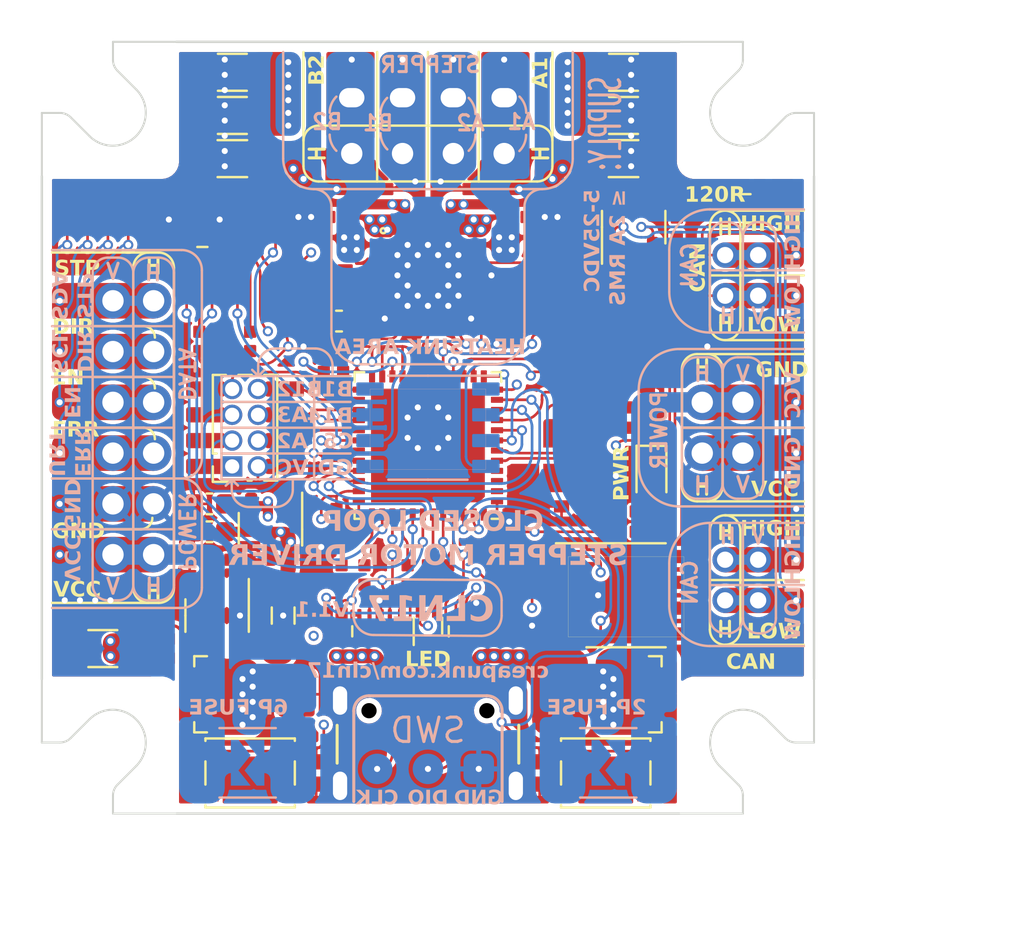
<source format=kicad_pcb>
(kicad_pcb (version 20221018) (generator pcbnew)
  (layers (0 "F.Cu" signal) (1 "In1.Cu" power) (2 "In2.Cu" power) (31 "B.Cu" signal) (34 "B.Paste" user) (35 "F.Paste" user) (36 "B.SilkS" user "B.Silkscreen") (37 "F.SilkS" user "F.Silkscreen") (38 "B.Mask" user) (39 "F.Mask" user) (44 "Edge.Cuts" user))
  (net 0 "")
  (net 1 "GND")
  (net 2 "VD")
  (net 3 "+3V3")
  (net 4 "/USB_DN")
  (net 5 "/CAN_N")
  (net 6 "/LX")
  (net 7 "Net-(U9-BST)")
  (net 8 "/CAN_P")
  (net 9 "/PD_CC1")
  (net 10 "/PD_CC2")
  (net 11 "VBUS")
  (net 12 "/USB_DP")
  (net 13 "/SWDIO")
  (net 14 "/SWCLK")
  (net 15 "Net-(U9-EN)")
  (net 16 "/CS_ENC")
  (net 17 "/CS_IMU")
  (net 18 "/CAN_TX")
  (net 19 "/CAN_RX")
  (net 20 "Net-(U8-VREF)")
  (net 21 "/SCK")
  (net 25 "/MISO")
  (net 26 "/SW1")
  (net 27 "/SW2")
  (net 28 "/B2")
  (net 29 "/B1")
  (net 30 "/A2")
  (net 31 "/A1")
  (net 32 "/DIR")
  (net 33 "/STEP")
  (net 34 "/DIAG")
  (net 35 "/PDN_TX")
  (net 36 "/PDN_RX")
  (net 37 "/RED")
  (net 38 "/GREEN")
  (net 39 "/BLUE")
  (net 40 "/_STEP{slash}SDA")
  (net 41 "/_DIR{slash}SCL")
  (net 42 "/_ERR{slash}UART_RX")
  (net 43 "+5V")
  (net 44 "/_ERR{slash}UART_TX")
  (net 45 "Net-(J3-Pin_4)")
  (net 46 "Net-(J3-Pin_5)")
  (net 47 "Net-(J3-Pin_6)")
  (net 48 "/DIR{slash}SCL")
  (net 49 "/STEP{slash}SDA")
  (net 51 "Net-(U1-VCP)")
  (net 52 "Net-(U1-CPO)")
  (net 53 "Net-(U1-CPI)")
  (net 54 "Net-(U1-BRB)")
  (net 55 "Net-(U1-BRA)")
  (net 59 "/_SWDIO")
  (net 60 "/_SWCLK")
  (net 61 "/Vusb")
  (net 62 "/OSC_P")
  (net 63 "/OSC_N")
  (net 66 "Net-(D2-RK)")
  (net 67 "Net-(D2-BK)")
  (net 68 "Net-(D2-GK)")
  (net 69 "/VSENS")
  (net 70 "Net-(J3-Pin_1)")
  (net 71 "Net-(J3-Pin_3)")
  (net 72 "/EN")
  (net 73 "/ERR{slash}UART")
  (net 74 "/_EN")
  (net 75 "Net-(J4-Pin_1)")
  (net 76 "/PC6")
  (net 77 "/PB14")
  (net 78 "/PB13")
  (net 79 "/PB12")
  (net 80 "/MOSI")
  (net 81 "/PA3")
  (net 82 "/PA2")
  (net 84 "Net-(JP1-A)")
  (net 85 "Net-(D3-A)")
  (net 86 "Net-(U9-FB)")
  (footprint "FP_lib:DFN-2510" (layer "F.Cu") (at 22.5 23.75 180)
    (fp_text reference "U3" hide)
    (fp_text value "H5VU25U" hide)
  )
  (footprint "FP_lib:C0402" (layer "F.Cu") (at 29.375 27.5)
    (fp_text reference "C11" hide)
    (fp_text value "100n" hide)
  )
  (footprint "FP_lib:QFN-28-termal" (layer "F.Cu") (at 34 26.5)
    (fp_text reference "U1" hide)
    (fp_text value "TMC2209" hide)
  )
  (footprint "FP_lib:XH2.54 6P" (layer "F.Cu") (at 20.5 34 90)
    (fp_text reference "J3" hide)
    (fp_text value "CTRL" hide)
  )
  (footprint "FP_lib:XH2.54 4P" (layer "F.Cu") (at 34 20.5)
    (fp_text reference "J1" hide)
    (fp_text value "Motor" hide)
  )
  (footprint "Capacitor_SMD:C_1206_3216Metric" (layer "F.Cu") (at 43.625 18.625 180)
    (fp_text reference "C15" hide)
    (fp_text value "10u" hide)
  )
  (footprint "FP_lib:C0402" (layer "F.Cu") (at 29.375 30 180)
    (fp_text reference "C3" hide)
    (fp_text value "100n" hide)
  )
  (footprint "FP_lib:R0402" (layer "F.Cu") (at 40.5 31.25 180)
    (fp_text reference "R29" hide)
    (fp_text value "510" hide)
  )
  (footprint "FP_lib:QFN-48-1EP_7x7mm_P0.5mm_EP5.6x5.6mm" (layer "F.Cu") (at 34 34.875 180)
    (fp_text reference "IC1" hide)
    (fp_text value "STM32G431CB" hide)
  )
  (footprint "FP_lib:C0402" (layer "F.Cu") (at 28.25 24.625)
    (fp_text reference "C29" hide)
    (fp_text value "470p" hide)
  )
  (footprint "FP_lib:PH2.0 2P" (layer "F.Cu") (at 48.625 41.5 -90)
    (fp_text reference "J6" hide)
    (fp_text value "CAN" hide)
  )
  (footprint "Capacitor_SMD:C_1206_3216Metric" (layer "F.Cu") (at 43.625 16.5 180)
    (fp_text reference "C17" hide)
    (fp_text value "10u" hide)
  )
  (footprint "FP_lib:R0402" (layer "F.Cu") (at 44.25 34 180)
    (fp_text reference "R5" hide)
    (fp_text value "4.7k" hide)
  )
  (footprint "LED_SMD:LED_0603_1608Metric" (layer "F.Cu") (at 45 36.375 -90)
    (fp_text reference "D3" hide)
    (fp_text value "LED" hide)
  )
  (footprint "FP_lib:C0402" (layer "F.Cu") (at 38 40.875 -90)
    (fp_text reference "C4" hide)
    (fp_text value "100n" hide)
  )
  (footprint "FP_lib:D_SMB" (layer "F.Cu") (at 42.625 47.125 180)
    (fp_text reference "D4" hide)
    (fp_text value "SS34B" hide)
  )
  (footprint "Package_TO_SOT_SMD:SOT-23-6" (layer "F.Cu") (at 23.625 43.25 -90)
    (fp_text reference "U9" hide)
    (fp_text value "TP6841" hide)
  )
  (footprint "FP_lib:DFN-2510" (layer "F.Cu") (at 31.625 43.625 90)
    (fp_text reference "U5" hide)
    (fp_text value "H5VU25U" hide)
  )
  (footprint "FP_lib:R0402" (layer "F.Cu") (at 22.75 29.75 -90)
    (fp_text reference "R27" hide)
    (fp_text value "4.7k" hide)
  )
  (footprint "FP_lib:R0402" (layer "F.Cu") (at 24.625 27.125 90)
    (fp_text reference "R28" hide)
    (fp_text value "120" hide)
  )
  (footprint "FP_lib:R0402" (layer "F.Cu") (at 22.75 40.5)
    (fp_text reference "R10" hide)
    (fp_text value "4.7k" hide)
  )
  (footprint "FP_lib:SOT-23-3" (layer "F.Cu") (at 26.25 39 -90)
    (fp_text reference "U4" hide)
    (fp_text value "XC6206" hide)
  )
  (footprint "FP_lib:Crystal-3225-4P" (layer "F.Cu") (at 41.125 35.375 -90)
    (fp_text reference "Y1" hide)
    (fp_text value "12M" hide)
  )
  (footprint "FP_lib:R0402" (layer "F.Cu") (at 35 41.25 -90)
    (fp_text reference "R14" hide)
    (fp_text value "1k" hide)
  )
  (footprint "FP_lib:SW_SPST_PTS810" (layer "F.Cu") (at 42.75 51)
    (fp_text reference "SW2" hide)
    (fp_text value "SW_Push" hide)
  )
  (footprint "FP_lib:C0402" (layer "F.Cu") (at 39.5 51 -90)
    (fp_text reference "C31" hide)
    (fp_text value "100n" hide)
  )
  (footprint "FP_lib:C0402" (layer "F.Cu") (at 36.625 22.25 180)
    (fp_text reference "C19" hide)
    (fp_text value "470p" hide)
  )
  (footprint "FP_lib:R0402" (layer "F.Cu") (at 29.75 41.25 -90)
    (fp_text reference "R4" hide)
    (fp_text value "120" hide)
  )
  (footprint "FP_lib:D_SMB" (layer "F.Cu") (at 25.375 47.125)
    (fp_text reference "D5" hide)
    (fp_text value "SMBJ26A" hide)
  )
  (footprint "FP_lib:R0402" (layer "F.Cu") (at 44.25 33)
    (fp_text reference "R6" hide)
    (fp_text value "510" hide)
  )
  (footprint "FP_lib:R0402" (layer "F.Cu") (at 23.375 27.125 90)
    (fp_text reference "R16" hide)
    (fp_text value "120" hide)
  )
  (footprint "FP_lib:USB-TYPE-C-31-M-12-SWD" (layer "F.Cu") (at 34 49.15)
    (fp_text reference "J2" hide)
    (fp_text value "USB_C" hide)
  )
  (footprint "FP_lib:MountingHole" (layer "F.Cu") (at 18.5 49.5 -90)
    (fp_text reference "REF**" hide)
    (fp_text value "MountingHole" hide)
    (fp_line (start -1.149049 1.149049) (end -0.219671 2.07967) (stroke (width 0.1)) (layer "Edge.Cuts"))
    (fp_line (start 0 2.61) (end 0 3.5) (stroke (width 0.1)) (layer "Edge.Cuts"))
    (fp_line (start 0 3.5) (end -3.125 3.5) (stroke (width 0.1)) (layer "Edge.Cuts"))
    (fp_line (start 1.149049 -1.149049) (end 2.07967 -0.219671) (stroke (width 0.1)) (layer "Edge.Cuts"))
    (fp_line (start 2.61 0) (end 3.5 0) (stroke (width 0.1)) (layer "Edge.Cuts"))
    (fp_line (start 3.5 0) (end 3.5 -3.125) (stroke (width 0.1)) (layer "Edge.Cuts"))
    (fp_arc (start -1.149049 1.149049) (mid -1.149049 -1.149049) (end 1.149049 -1.149049) (stroke (width 0.1)) (layer "Edge.Cuts"))
    (fp_arc (start -0.219671 2.07967) (mid -0.05709 2.322987) (end 0 2.61) (stroke (width 0.1)) (layer "Edge.Cuts"))
    (fp_arc (start 2.61 0) (mid 2.322987 -0.05709) (end 2.07967 -0.219671) (stroke (width 0.1)) (layer "Edge.Cuts"))
  )
  (footprint "FP_lib:C0402" (layer "F.Cu") (at 29.625 23.625 180)
    (fp_text reference "C14" hide)
    (fp_text value "100n" hide)
  )
  (footprint "FP_lib:C0402" (layer "F.Cu") (at 29.5 38.625 -90)
    (fp_text reference "C2" hide)
    (fp_text value "100n" hide)
  )
  (footprint "FP_lib:R0402" (layer "F.Cu") (at 24 29.75 -90)
    (fp_text reference "R20" hide)
    (fp_text value "4.7k" hide)
  )
  (footprint "FP_lib:C0402" (layer "F.Cu") (at 41.125 37.875)
    (fp_text reference "C6" hide)
    (fp_text value "12p" hide)
  )
  (footprint "Inductor_SMD:L_0805_2012Metric" (layer "F.Cu") (at 26.875 43.25 90)
    (fp_text reference "L1" hide)
    (fp_text value "4.7u 800mA" hide)
  )
  (footprint "Resistor_SMD:R_1206_3216Metric" (layer "F.Cu") (at 43.625 20.75)
    (fp_text reference "R12" hide)
    (fp_text value "100m" hide)
  )
  (footprint "FP_lib:C0402" (layer "F.Cu") (at 38.125 28)
    (fp_text reference "C20" hide)
    (fp_text value "100n" hide)
  )
  (footprint "FP_lib:C0402" (layer "F.Cu") (at 31.375 22.25)
    (fp_text reference "C28" hide)
    (fp_text value "470p" hide)
  )
  (footprint "FP_lib:C0402" (layer "F.Cu") (at 41.125 32.875 180)
    (fp_text reference "C7" hide)
    (fp_text value "12p" hide)
  )
  (footprint "FP_lib:R0402" (layer "F.Cu") (at 29.75 43.625 -90)
    (fp_text reference "R32" hide)
    (fp_text value "5.1k" hide)
  )
  (footprint "FP_lib:R0402" (layer "F.Cu") (at 38.25 43.625 -90)
    (fp_text reference "R8" hide)
    (fp_text value "5.1k" hide)
  )
  (footprint "FP_lib:C0402" (layer "F.Cu") (at 28.5 51 -90)
    (fp_text reference "C22" hide)
    (fp_text value "100n" hide)
  )
  (footprint "FP_lib:MountingHole" (layer "F.Cu") (at 49.5 18.5 90)
    (fp_text reference "REF**" hide)
    (fp_text value "MountingHole" hide)
    (fp_line (start -1.149049 1.149049) (end -0.219671 2.07967) (stroke (width 0.1)) (layer "Edge.Cuts"))
    (fp_line (start 0 2.61) (end 0 3.5) (stroke (width 0.1)) (layer "Edge.Cuts"))
    (fp_line (start 0 3.5) (end -3.125 3.5) (stroke (width 0.1)) (layer "Edge.Cuts"))
    (fp_line (start 1.149049 -1.149049) (end 2.07967 -0.219671) (stroke (width 0.1)) (layer "Edge.Cuts"))
    (fp_line (start 2.61 0) (end 3.5 0) (stroke (width 0.1)) (layer "Edge.Cuts"))
    (fp_line (start 3.5 0) (end 3.5 -3.125) (stroke (width 0.1)) (layer "Edge.Cuts"))
    (fp_arc (start -1.149049 1.149049) (mid -1.149049 -1.149049) (end 1.149049 -1.149049) (stroke (width 0.1)) (layer "Edge.Cuts"))
    (fp_arc (start -0.219671 2.07967) (mid -0.05709 2.322987) (end 0 2.61) (stroke (width 0.1)) (layer "Edge.Cuts"))
    (fp_arc (start 2.61 0) (mid 2.322987 -0.05709) (end 2.07967 -0.219671) (stroke (width 0.1)) (layer "Edge.Cuts"))
  )
  (footprint "FP_lib:R0402" (layer "F.Cu") (at 17.25 23.75 -90)
    (fp_text reference "R2" hide)
    (fp_text value "120" hide)
  )
  (footprint "FP_lib:SW_SPST_PTS810" (layer "F.Cu") (at 25.25 51)
    (fp_text reference "SW1" hide)
    (fp_text value "SW_Push" hide)
  )
  (footprint "FP_lib:R0402" (layer "F.Cu") (at 46.25 24.125 -90)
    (fp_text reference "R31" hide)
    (fp_text value "120" hide)
  )
  (footprint "FP_lib:R0402" (layer "F.Cu") (at 24.75 40.5)
    (fp_text reference "R9" hide)
    (fp_text value "22k" hide)
  )
  (footprint "FP_lib:C0402" (layer "F.Cu") (at 39.125 40.875 90)
    (fp_text reference "C1" hide)
    (fp_text value "100n" hide)
  )
  (footprint "FP_lib:R0402" (layer "F.Cu") (at 29.35 31.25 180)
    (fp_text reference "R24" hide)
    (fp_text value "1k" hide)
  )
  (footprint "FP_lib:R0402" (layer "F.Cu") (at 43.75 38.125 180)
    (fp_text reference "R30" hide)
    (fp_text value "1k" hide)
  )
  (footprint "FP_lib:R0402" (layer "F.Cu") (at 21.25 44.875 -90)
    (fp_text reference "R7" hide)
    (fp_text value "22k" hide)
  )
  (footprint "Capacitor_SMD:C_0603_1608Metric" (layer "F.Cu") (at 23.25 37.75 180)
    (fp_text reference "C26" hide)
    (fp_text value "22u" hide)
  )
  (footprint "FP_lib:C0402" (layer "F.Cu") (at 38.375 23.625)
    (fp_text reference "C13" hide)
    (fp_text value "100n" hide)
  )
  (footprint "FP_lib:MountingHole" (layer "F.Cu") (at 49.5 49.5)
    (fp_text reference "REF**" hide)
    (fp_text value "MountingHole" hide)
    (fp_line (start -1.149049 1.149049) (end -0.219671 2.07967) (stroke (width 0.1)) (layer "Edge.Cuts"))
    (fp_line (start 0 2.61) (end 0 3.5) (stroke (width 0.1)) (layer "Edge.Cuts"))
    (fp_line (start 0 3.5) (end -3.125 3.5) (stroke (width 0.1)) (layer "Edge.Cuts"))
    (fp_line (start 1.149049 -1.149049) (end 2.07967 -0.219671) (stroke (width 0.1)) (layer "Edge.Cuts"))
    (fp_line (start 2.61 0) (end 3.5 0) (stroke (width 0.1)) (layer "Edge.Cuts"))
    (fp_line (start 3.5 0) (end 3.5 -3.125) (stroke (width 0.1)) (layer "Edge.Cuts"))
    (fp_arc (start -1.149049 1.149049) (mid -1.149049 -1.149049) (end 1.149049 -1.149049) (stroke (width 0.1)) (layer "Edge.Cuts"))
    (fp_arc (start -0.219671 2.07967) (mid -0.05709 2.322987) (end 0 2.61) (stroke (width 0.1)) (layer "Edge.Cuts"))
    (fp_arc (start 2.61 0) (mid 2.322987 -0.05709) (end 2.07967 -0.219671) (stroke (width 0.1)) (layer "Edge.Cuts"))
  )
  (footprint "FP_lib:XH2.54 2P" (layer "F.Cu") (at 47.5 34 -90)
    (fp_text reference "J4" hide)
    (fp_text value "PWR" hide)
  )
  (footprint "FP_lib:SolderJumper" (layer "F.Cu") (at 51 22.5)
    (fp_text reference "JP1" hide)
    (fp_text value "SolderJumper_2_Open" hide)
  )
  (footprint "FP_lib:C0402" (layer "F.Cu") (at 44.25 32)
    (fp_text reference "C21" hide)
    (fp_text value "100n" hide)
  )
  (footprint "FP_lib:C0402" (layer "F.Cu") (at 29.375 26.25 180)
    (fp_text reference "C12" hide)
    (fp_text value "22n" hide)
  )
  (footprint "FP_lib:R0402" (layer "F.Cu") (at 33 41.25 -90)
    (fp_text reference "R13" hide)
    (fp_text value "1k" hide)
  )
  (footprint "Capacitor_SMD:C_0603_1608Metric" (layer "F.Cu") (at 29.625 28.75 180)
    (fp_text reference "C10" hide)
    (fp_text value "2.2u" hide)
  )
  (footprint "FP_lib:R0402" (layer "F.Cu") (at 25.125 24.125 90)
    (fp_text reference "R17" hide)
    (fp_text value "120" hide)
  )
  (footprint "FP_lib:R0402" (layer "F.Cu") (at 26.5 24.125 90)
    (fp_text reference "R18" hide)
    (fp_text value "120" hide)
  )
  (footprint "FP_lib:R0402" (layer "F.Cu") (at 19.25 23.75 -90)
    (fp_text reference "R26" hide)
    (fp_text value "120" hide)
  )
  (footprint "FP_lib:DFN-2510" (layer "F.Cu") (at 36.375 43.625 90)
    (fp_text reference "U6" hide)
    (fp_text value "H5VU25U" hide)
  )
  (footprint "Resistor_SMD:R_1206_3216Metric" (layer "F.Cu") (at 24.375 20.75 180)
    (fp_text reference "R11" hide)
    (fp_text value "100m" hide)
  )
  (footprint "Capacitor_SMD:C_1206_3216Metric" (layer "F.Cu") (at 24.375 16.5)
    (fp_text reference "C16" hide)
    (fp_text value "10u" hide)
  )
  (footprint "FP_lib:C0402" (layer "F.Cu") (at 39.75 24.625 180)
    (fp_text reference "C5" hide)
    (fp_text value "470p" hide)
  )
  (footprint "FP_lib:SOIC-8_3.9x4.9mm_P1.27mm" (layer "F.Cu") (at 43.75 42.25)
    (fp_text reference "U8" hide)
    (fp_text value "TJA1051" hide)
  )
  (footprint "FP_lib:R0402" (layer "F.Cu") (at 25.25 29.75 -90)
    (fp_text reference "R21" hide)
    (fp_text value "4.7k" hide)
  )
  (footprint "Capacitor_SMD:C_1206_3216Metric" (layer "F.Cu") (at 24.375 18.625)
    (fp_text reference "C18" hide)
    (fp_text value "10u" hide)
  )
  (footprint "FP_lib:R0402" (layer "F.Cu") (at 16.25 23.75 -90)
    (fp_text reference "R3" hide)
    (fp_text value "120" hide)
  )
  (footprint "FP_lib:SOT-23-3" (layer "F.Cu") (at 44.125 24.125 90)
    (fp_text reference "D1" hide)
    (fp_text value "ESDCAN" hide)
  )
  (footprint "FP_lib:R0402" (layer "F.Cu") (at 26.375 27.15 -90)
    (fp_text reference "R22" hide)
    (fp_text value "4.7k" hide)
  )
  (footprint "FP_lib:R0402" (layer "F.Cu") (at 30.875 41.25 -90)
    (fp_text reference "R23" hide)
    (fp_text value "120" hide)
  )
  (footprint "FP_lib:LED_RGB_0606" (layer "F.Cu") (at 34 43.75 90)
    (fp_text reference "D2" hide)
    (fp_text value "LED_RABG" hide)
  )
  (footprint "Capacitor_SMD:C_0603_1608Metric" (layer "F.Cu") (at 23.25 39.125 180)
    (fp_text reference "C24" hide)
    (fp_text value "22u" hide)
  )
  (footprint "FP_lib:PH2.0 2P" (layer "F.Cu") (at 48.625 26.5 -90)
    (fp_text reference "J5" hide)
    (fp_text value "CAN" hide)
  )
  (footprint "FP_lib:R0402" (layer "F.Cu") (at 34 41.25 -90)
    (fp_text reference "R15" hide)
    (fp_text value "1k" hide)
  )
  (footprint "FP_lib:C0402" (layer "F.Cu") (at 25.625 43.25 90)
    (fp_text reference "C25" hide)
    (fp_text value "100n" hide)
  )
  (footprint "FP_lib:R0402" (layer "F.Cu") (at 18.25 23.75 -90)
    (fp_text reference "R1" hide)
    (fp_text value "120" hide)
  )
  (footprint "Capacitor_SMD:C_1206_3216Metric" (layer "F.Cu") (at 18 44.875)
    (fp_text reference "C8" hide)
    (fp_text value "10u" hide)
  )
  (footprint "FP_lib:R0402" (layer "F.Cu") (at 43.75 39.125 180)
    (fp_text reference "R25" hide)
    (fp_text value "0R" hide)
  )
  (footprint "FP_lib:R0402" (layer "F.Cu") (at 22.125 27.125 90)
    (fp_text reference "R19" hide)
    (fp_text value "120" hide)
  )
  (footprint "FP_lib:MountingHole" (layer "F.Cu") (at 18.5 18.5 180)
    (fp_text reference "REF**" hide)
    (fp_text value "MountingHole" hide)
    (fp_line (start -1.149049 1.149049) (end -0.219671 2.07967) (stroke (width 0.1)) (layer "Edge.Cuts"))
    (fp_line (start 0 2.61) (end 0 3.5) (stroke (width 0.1)) (layer "Edge.Cuts"))
    (fp_line (start 0 3.5) (end -3.125 3.5) (stroke (width 0.1)) (layer "Edge.Cuts"))
    (fp_line (start 1.149049 -1.149049) (end 2.07967 -0.219671) (stroke (width 0.1)) (layer "Edge.Cuts"))
    (fp_line (start 2.61 0) (end 3.5 0) (stroke (width 0.1)) (layer "Edge.Cuts"))
    (fp_line (start 3.5 0) (end 3.5 -3.125) (stroke (width 0.1)) (layer "Edge.Cuts"))
    (fp_arc (start -1.149049 1.149049) (mid -1.149049 -1.149049) (end 1.149049 -1.149049) (stroke (width 0.1)) (layer "Edge.Cuts"))
    (fp_arc (start -0.219671 2.07967) (mid -0.05709 2.322987) (end 0 2.61) (stroke (width 0.1)) (layer "Edge.Cuts"))
    (fp_arc (start 2.61 0) (mid 2.322987 -0.05709) (end 2.07967 -0.219671) (stroke (width 0.1)) (layer "Edge.Cuts"))
  )
  (footprint "FP_lib:PinSocket_2x04_P1.27mm_Vertical" (layer "F.Cu") (at 25 34 180)
    (fp_text reference "J7" hide)
    (fp_text value "IO" hide)
  )
  (footprint "FP_lib:Fuse_1812_4532Metric" (layer "B.Cu") (at 42.875 50.5 180)
    (fp_text reference "F2" hide)
    (fp_text value "2A" hide)
  )
  (footprint "FP_lib:SOIC-8_3.9x4.9mm_P1.27mm" (layer "B.Cu") (at 34 34 180)
    (fp_text reference "U2" hide)
    (fp_text value "TLE5012B" hide)
  )
  (footprint "FP_lib:Fuse_1812_4532Metric" (layer "B.Cu") (at 25.125 50.5 180)
    (fp_text reference "F1" hide)
    (fp_text value "2A" hide)
  )
  (gr_arc (start 38.75 29.375) (mid 38.31066 30.43566) (end 37.25 30.875) (stroke (width 0.12)) (layer "B.SilkS"))
  (gr_arc (start 30.332107 42.457107) (mid 30.624998 41.749998) (end 31.332107 41.457107) (stroke (width 0.12)) (layer "B.SilkS"))
  (gr_line (start 50.375 23.875) (end 50.25 23.875) (stroke (width 0.12)) (layer "B.SilkS"))
  (gr_arc (start 48.5 36.75) (mid 48.28033 37.28033) (end 47.75 37.5) (stroke (width 0.12)) (layer "B.SilkS"))
  (gr_arc (start 45.875 40.6875) (mid 46.460786 39.273286) (end 47.875 38.6875) (stroke (width 0.12)) (layer "B.SilkS"))
  (gr_line (start 48.75 23.875) (end 48.625 23.875) (stroke (width 0.12)) (layer "B.SilkS"))
  (gr_arc (start 50.375 23.875) (mid 50.90533 24.09467) (end 51.125 24.625) (stroke (width 0.12)) (layer "B.SilkS"))
  (gr_line (start 17.5 26.375) (end 17.5 41.75) (stroke (width 0.12)) (layer "B.SilkS"))
  (gr_arc (start 19.5 26.375) (mid 19.71967 25.84467) (end 20.25 25.625) (stroke (width 0.12)) (layer "B.SilkS"))
  (gr_arc (start 25.2 37.905248) (mid 24.595248 37.654752) (end 24.344751 37.05) (stroke (width 0.12)) (layer "B.SilkS"))
  (gr_arc (start 50.25 44.125) (mid 49.71967 43.90533) (end 49.5 43.375) (stroke (width 0.12)) (layer "B.SilkS"))
  (gr_line (start 49.25 30.53033) (end 49.75 30.53033) (stroke (width 0.12)) (layer "B.SilkS"))
  (gr_arc (start 46.5 31.28033) (mid 46.71967 30.75) (end 47.25 30.53033) (stroke (width 0.12)) (layer "B.SilkS"))
  (gr_line (start 25.2 37.905248) (end 26.494752 37.905248) (stroke (width 0.12)) (layer "B.SilkS"))
  (gr_arc (start 47.875 24.625) (mid 48.09467 24.09467) (end 48.625 23.875) (stroke (width 0.12)) (layer "B.SilkS"))
  (gr_line (start 25.644751 30.955248) (end 25.644751 31.455248) (stroke (width 0.12)) (layer "B.SilkS"))
  (gr_line (start 47.875 26.25) (end 52.5 26.25) (stroke (width 0.12)) (layer "B.SilkS"))
  (gr_arc (start 18.25 42.5) (mid 17.71967 42.28033) (end 17.5 41.75) (stroke (width 0.12)) (layer "B.SilkS"))
  (gr_line (start 22.875 41.875) (end 22.875 37.5) (stroke (width 0.12)) (layer "B.SilkS"))
  (gr_line (start 49.5 43.375) (end 49.5 38.6875) (stroke (width 0.12)) (layer "B.SilkS"))
  (gr_line (start 47.875 41.75) (end 52.5 41.75) (stroke (width 0.12)) (layer "B.SilkS"))
  (gr_arc (start 41.124986 20.750004) (mid 40.685654 21.810661) (end 39.625 22.25) (stroke (width 0.12)) (layer "B.SilkS"))
  (gr_line (start 23.84 34) (end 30.19 34) (stroke (width 0.12)) (layer "B.SilkS"))
  (gr_arc (start 29.164374 18.493023) (mid 29.25 18.0625) (end 29.493879 17.697528) (stroke (width 0.12)) (layer "B.SilkS"))
  (gr_line (start 28.4 31.46) (end 28.4 36.54) (stroke (width 0.12)) (layer "B.SilkS"))
  (gr_line (start 47.75 37.5) (end 47.25 37.5) (stroke (width 0.12)) (layer "B.SilkS"))
  (gr_arc (start 30.75 30.875) (mid 29.68934 30.43566) (end 29.25 29.375) (stroke (width 0.12)) (layer "B.SilkS"))
  (gr_line (start 23.84 32.73) (end 30.19 32.73) (stroke (width 0.12)) (layer "B.SilkS"))
  (gr_line (start 46.375 30.125) (end 52.5 30.125) (stroke (width 0.12)) (layer "B.SilkS"))
  (gr_arc (start 51.125 43.375) (mid 50.90533 43.90533) (end 50.375 44.125) (stroke (width 0.12)) (layer "B.SilkS"))
  (gr_arc (start 20.75 25.625) (mid 21.28033 25.84467) (end 21.5 26.375) (stroke (width 0.12)) (layer "B.SilkS"))
  (gr_arc (start 49.25 37.5) (mid 48.71967 37.28033) (end 48.5 36.75) (stroke (width 0.12)) (layer "B.SilkS"))
  (gr_line (start 48.75 44.125) (end 48.625 44.125) (stroke (width 0.12)) (layer "B.SilkS"))
  (gr_line (start 25.654323 31.455248) (end 25.95 31.159571) (stroke (width 0.12)) (layer "B.SilkS"))
  (gr_arc (start 47.75 30.53033) (mid 48.28033 30.75) (end 48.5 31.28033) (stroke (width 0.12)) (layer "B.SilkS"))
  (gr_arc (start 36.625 41.5) (mid 37.332107 41.792893) (end 37.625 42.5) (stroke (width 0.12)) (layer "B.SilkS"))
  (gr_line (start 45.875 40.6875) (end 45.875 42.75) (stroke (width 0.12)) (layer "B.SilkS"))
  (gr_line (start 50.375 44.125) (end 50.25 44.125) (stroke (width 0.12)) (layer "B.SilkS"))
  (gr_arc (start 45.875 25.25) (mid 46.460786 23.835786) (end 47.875 23.25) (stroke (width 0.12)) (layer "B.SilkS"))
  (gr_line (start 38.75 23.125001) (end 38.75 29.375) (stroke (width 0.12)) (layer "B.SilkS"))
  (gr_arc (start 22.875 35.5) (mid 22.582107 36.207107) (end 21.875 36.5) (stroke (width 0.12)) (layer "B.SilkS"))
  (gr_arc (start 19.5 41.75) (mid 19.28033 42.28033) (end 18.75 42.5) (stroke (width 0.12)) (layer "B.SilkS"))
  (gr_arc (start 31.332107 44.207107) (mid 30.624993 43.914217) (end 30.332107 43.207107) (stroke (width 0.12)) (layer "B.SilkS"))
  (gr_arc (start 46.375 37.875) (mid 44.960786 37.289214) (end 44.375 35.875) (stroke (width 0.12)) (layer "B.SilkS"))
  (gr_line (start 23.84 31.46) (end 23.84 36.54) (stroke (width 0.12)) (layer "B.SilkS"))
  (gr_line (start 45.875 27.3125) (end 45.875 25.25) (stroke (width 0.12)) (layer "B.SilkS"))
  (gr_arc (start 28.374996 22.249986) (mid 27.314339 21.810654) (end 26.875 20.75) (stroke (width 0.12)) (layer "B.SilkS"))
  (gr_arc (start 20.25 42.5) (mid 19.71967 42.28033) (end 19.5 41.75) (stroke (width 0.12)) (layer "B.SilkS"))
  (gr_arc (start 48.75 23.875) (mid 49.28033 24.09467) (end 49.5 24.625) (stroke (width 0.12)) (layer "B.SilkS"))
  (gr_line (start 29.25 29.375) (end 29.25 23.125) (stroke (width 0.12)) (layer "B.SilkS"))
  (gr_line (start 25.654323 31.455248) (end 25.349075 31.15) (stroke (width 0.12)) (layer "B.SilkS"))
  (gr_arc (start 48.5 31.28033) (mid 48.71967 30.75) (end 49.25 30.53033) (stroke (width 0.12)) (layer "B.SilkS"))
  (gr_line (start 47.25 30.53033) (end 47.75 30.53033) (stroke (width 0.12)) (layer "B.SilkS"))
  (gr_arc (start 36.006132 17.760023) (mid 36.25 18.125) (end 36.335637 18.555518) (stroke (width 0.12)) (layer "B.SilkS"))
  (gr_arc (start 17.5 26.375) (mid 17.71967 25.84467) (end 18.25 25.625) (stroke (width 0.12)) (layer "B.SilkS"))
  (gr_line (start 15.5 29) (end 21.5 29) (stroke (width 0.12)) (layer "B.SilkS"))
  (gr_line (start 47.875 29.3125) (end 52.5 29.3125) (stroke (width 0.12)) (layer "B.SilkS"))
  (gr_line (start 51.125 24.625) (end 51.125 29.3125) (stroke (width 0.12)) (layer "B.SilkS"))
  (gr_line (start 15.5 31.5) (end 21.5 31.5) (stroke (width 0.12)) (layer "B.SilkS"))
  (gr_line (start 24.354323 36.55) (end 24.049075 36.855248) (stroke (width 0.12)) (layer "B.SilkS"))
  (gr_line (start 21.875 42.875) (end 15.5 42.875) (stroke (width 0.12)) (layer "B.SilkS"))
  (gr_line (start 46.5 34) (end 52.5 34) (stroke (width 0.12)) (layer "B.SilkS"))
  (gr_line (start 26.4 31.46) (end 26.4 36.54) (stroke (width 0.12)) (layer "B.SilkS"))
  (gr_line (start 49.5 24.625) (end 49.5 29.3125) (stroke (width 0.12)) (layer "B.SilkS"))
  (gr_line (start 30.75 30.875) (end 37.25 30.875) (stroke (width 0.12)) (layer "B.SilkS"))
  (gr_line (start 23.84 36.54) (end 30.19 36.54) (stroke (width 0.12)) (layer "B.SilkS"))
  (gr_arc (start 28.374999 22.25) (mid 28.993718 22.506282) (end 29.25 23.125) (stroke (width 0.12)) (layer "B.SilkS"))
  (gr_arc (start 37.625 43.25) (mid 37.332107 43.957107) (end 36.625 44.25) (stroke (width 0.12)) (layer "B.SilkS"))
  (gr_arc (start 50.5 36.75) (mid 50.28033 37.28033) (end 49.75 37.5) (stroke (width 0.12)) (layer "B.SilkS"))
  (gr_arc (start 32 20.295495) (mid 31.756131 19.930519) (end 31.670495 19.5) (stroke (width 0.12)) (layer "B.SilkS"))
  (gr_arc (start 49.5 43.375) (mid 49.28033 43.90533) (end 48.75 44.125) (stroke (width 0.12)) (layer "B.SilkS"))
  (gr_arc (start 31.664365 18.555519) (mid 31.749991 18.124996) (end 31.99387 17.760024) (stroke (width 0.12)) (layer "B.SilkS"))
  (gr_line (start 52.5 23.25) (end 47.875 23.25) (stroke (width 0.12)) (layer "B.SilkS"))
  (gr_line (start 21.875 36.5) (end 15.5 36.5) (stroke (width 0.12)) (layer "B.SilkS"))
  (gr_line (start 52.5 37.875) (end 46.375 37.875) (stroke (width 0.12)) (layer "B.SilkS"))
  (gr_line (start 21.875 25.25) (end 15.5 25.25) (stroke (width 0.12)) (layer "B.SilkS"))
  (gr_line (start 47.875 38.6875) (end 52.5 38.6875) (stroke (width 0.12)) (layer "B.SilkS"))
  (gr_line (start 48.5 36.75) (end 48.5 30.875) (stroke (width 0.12)) (layer "B.SilkS"))
  (gr_line (start 30.332107 43.207107) (end 30.332107 42.457107) (stroke (width 0.12)) (layer "B.SilkS"))
  (gr_line (start 20.25 42.5) (end 20.75 42.5) (stroke (width 0.12)) (layer "B.SilkS"))
  (gr_line (start 46.5 31.28033) (end 46.5 36.75) (stroke (width 0.12)) (layer "B.SilkS"))
  (gr_line (start 18.75 25.625) (end 18.25 25.625) (stroke (width 0.12)) (layer "B.SilkS"))
  (gr_line (start 30.19 31.46) (end 23.84 31.46) (stroke (width 0.12)) (layer "B.SilkS"))
  (gr_arc (start 47.875 44.75) (mid 46.460786 44.164214) (end 45.875 42.75) (stroke (width 0.12)) (layer "B.SilkS"))
  (gr_line (start 23.84 35.27) (end 30.19 35.27) (stroke (width 0.12)) (layer "B.SilkS"))
  (gr_line (start 41.124986 20.750004) (end 41.125 15.5) (stroke (width 0.12)) (layer "B.SilkS"))
  (gr_line (start 24.344751 37.05) (end 24.344751 36.55) (stroke (width 0.12)) (layer "B.SilkS"))
  (gr_arc (start 18.75 25.625) (mid 19.28033 25.84467) (end 19.5 26.375) (stroke (width 0.12)) (layer "B.SilkS"))
  (gr_line (start 22.875 26.25) (end 22.875 35.5) (stroke (width 0.12)) (layer "B.SilkS"))
  (gr_arc (start 21.875 36.5) (mid 22.582107 36.792893) (end 22.875 37.5) (stroke (width 0.12)) (layer "B.SilkS"))
  (gr_line (start 29.305248 30.955249) (end 29.305248 31.45) (stroke (width 0.12)) (layer "B.SilkS"))
  (gr_arc (start 38.50613 17.697524) (mid 38.749998 18.062501) (end 38.835635 18.493019) (stroke (width 0.12)) (layer "B.SilkS"))
  (gr_line (start 31.332107 41.457107) (end 36.625 41.5) (stroke (width 0.12)) (layer "B.SilkS"))
  (gr_line (start 26.5 30.1) (end 28.45 30.1) (stroke (width 0.12)) (layer "B.SilkS"))
  (gr_line (start 21.5 26.375) (end 21.5 41.75) (stroke (width 0.12)) (layer "B.SilkS"))
  (gr_line (start 27.35 37.049999) (end 27.35 36.555248) (stroke (width 0.12)) (layer "B.SilkS"))
  (gr_line (start 37.625 42.5) (end 37.625 43.25) (stroke (width 0.12)) (layer "B.SilkS"))
  (gr_arc (start 28.45 30.1) (mid 29.054752 30.350497) (end 29.305248 30.955249) (stroke (width 0.12)) (layer "B.SilkS"))
  (gr_line (start 19.5 26.375) (end 19.5 41.75) (stroke (width 0.12)) (layer "B.SilkS"))
  (gr_line (start 18.25 42.5) (end 18.75 42.5) (stroke (width 0.12)) (layer "B.SilkS"))
  (gr_line (start 49.75 37.5) (end 49.25 37.5) (stroke (width 0.12)) (layer "B.SilkS"))
  (gr_arc (start 38.75 23.125001) (mid 39.006282 22.506282) (end 39.625 22.25) (stroke (width 0.12)) (layer "B.SilkS"))
  (gr_arc (start 29.493869 20.364976) (mid 29.250001 20) (end 29.164364 19.569481) (stroke (width 0.12)) (layer "B.SilkS"))
  (gr_arc (start 21.875 25.25) (mid 22.582107 25.542893) (end 22.875 26.25) (stroke (width 0.12)) (layer "B.SilkS"))
  (gr_arc (start 48.625 44.125) (mid 48.09467 43.90533) (end 47.875 43.375) (stroke (width 0.12)) (layer "B.SilkS"))
  (gr_arc (start 36.335636 19.569481) (mid 36.250001 20) (end 36.006131 20.364976) (stroke (width 0.12)) (layer "B.SilkS"))
  (gr_line (start 26.875 20.75) (end 26.875 15.5) (stroke (width 0.12)) (layer "B.SilkS"))
  (gr_line (start 39.625 22.25) (end 28.374999 22.25) (stroke (width 0.12)) (layer "B.SilkS"))
  (gr_arc (start 22.875 41.875) (mid 22.582107 42.582107) (end 21.875 42.875) (stroke (width 0.12)) (layer "B.SilkS"))
  (gr_line (start 20.75 25.625) (end 20.25 25.625) (stroke (width 0.12)) (layer "B.SilkS"))
  (gr_line (start 44.375 32.125) (end 44.375 35.875) (stroke (width 0.12)) (layer "B.SilkS"))
  (gr_arc (start 44.375 32.125) (mid 44.960786 30.710786) (end 46.375 30.125) (stroke (width 0.12)) (layer "B.SilkS"))
  (gr_line (start 52.5 44.75) (end 47.875 44.75) (stroke (width 0.12)) (layer "B.SilkS"))
  (gr_line (start 24.354323 36.55) (end 24.65 36.845677) (stroke (width 0.12)) (layer "B.SilkS"))
  (gr_arc (start 25.644751 30.955248) (mid 25.895248 30.350496) (end 26.5 30.1) (stroke (width 0.12)) (layer "B.SilkS"))
  (gr_line (start 47.875 38.6875) (end 47.875 43.375) (stroke (width 0.12)) (layer "B.SilkS"))
  (gr_line (start 21.5 34) (end 15.5 34) (stroke (width 0.12)) (layer "B.SilkS"))
  (gr_arc (start 47.875 29.3125) (mid 46.460786 28.726714) (end 45.875 27.3125) (stroke (width 0.12)) (layer "B.SilkS"))
  (gr_arc (start 49.5 24.625) (mid 49.71967 24.09467) (end 50.25 23.875) (stroke (width 0.12)) (layer "B.SilkS"))
  (gr_line (start 21.5 39) (end 15.5 39) (stroke (width 0.12)) (layer "B.SilkS"))
  (gr_line (start 50.5 36.75) (end 50.5 31.28033) (stroke (width 0.12)) (layer "B.SilkS"))
  (gr_arc (start 47.25 37.5) (mid 46.71967 37.28033) (end 46.5 36.75) (stroke (width 0.12)) (layer "B.SilkS"))
  (gr_arc (start 27.35 37.049999) (mid 27.099504 37.654751) (end 26.494752 37.905248) (stroke (width 0.12)) (layer "B.SilkS"))
  (gr_arc (start 49.75 30.53033) (mid 50.28033 30.75) (end 50.5 31.28033) (stroke (width 0.12)) (layer "B.SilkS"))
  (gr_line (start 36.625 44.25) (end 31.332107 44.207107) (stroke (width 0.12)) (layer "B.SilkS"))
  (gr_line (start 51.125 43.375) (end 51.125 38.6875) (stroke (width 0.12)) (layer "B.SilkS"))
  (gr_line (start 47.875 29.3125) (end 47.875 24.625) (stroke (width 0.12)) (layer "B.SilkS"))
  (gr_arc (start 38.829505 19.579505) (mid 38.74387 20.010024) (end 38.5 20.375) (stroke (width 0.12)) (layer "B.SilkS"))
  (gr_arc (start 21.5 41.75) (mid 21.28033 42.28033) (end 20.75 42.5) (stroke (width 0.12)) (layer "B.SilkS"))
  (gr_line (start 31.5 21.875) (end 31.5 15.5) (stroke (width 0.12)) (layer "F.SilkS"))
  (gr_arc (start 46.5 31.125) (mid 46.71967 30.59467) (end 47.25 30.375) (stroke (width 0.12)) (layer "F.SilkS"))
  (gr_line (start 48.625 44.6875) (end 52.5 44.6875) (stroke (width 0.12)) (layer "F.SilkS"))
  (gr_arc (start 28.625 21.875) (mid 28.09467 21.65533) (end 27.875 21.125) (stroke (width 0.12)) (layer "F.SilkS"))
  (gr_line (start 27.875 21.125) (end 27.875 15.5) (stroke (width 0.12)) (layer "F.SilkS"))
  (gr_line (start 20 31.5) (end 17.625 31.5) (stroke (width 0.12)) (layer "F.SilkS"))
  (gr_arc (start 20.25 42.625) (mid 19.71967 42.40533) (end 19.5 41.875) (stroke (width 0.12)) (layer "F.SilkS"))
  (gr_arc (start 48.625 29.6875) (mid 48.09467 29.46783) (end 47.875 28.9375) (stroke (width 0.12)) (layer "F.SilkS"))
  (gr_line (start 49.375 24.0625) (end 49.375 28.9375) (stroke (width 0.12)) (layer "F.SilkS"))
  (gr_line (start 20 34) (end 17.625 34) (stroke (width 0.12)) (layer "F.SilkS"))
  (gr_arc (start 48.625 23.3125) (mid 49.15533 23.53217) (end 49.375 24.0625) (stroke (width 0.12)) (layer "F.SilkS"))
  (gr_arc (start 19.5 26.125) (mid 19.71967 25.59467) (end 20.25 25.375) (stroke (width 0.12)) (layer "F.SilkS"))
  (gr_arc (start 47.875 39.0625) (mid 48.09467 38.53217) (end 48.625 38.3125) (stroke (width 0.12)) (layer "F.SilkS"))
  (gr_line (start 48.625 38.3125) (end 52.5 38.3125) (stroke (width 0.12)) (layer "F.SilkS"))
  (gr_line (start 48.625 23.3125) (end 52.5 23.3125) (stroke (width 0.12)) (layer "F.SilkS"))
  (gr_line (start 49.375 39.0625) (end 49.375 43.9375) (stroke (width 0.12)) (layer "F.SilkS"))
  (gr_arc (start 20.75 25.375) (mid 21.28033 25.59467) (end 21.5 26.125) (stroke (width 0.12)) (layer "F.SilkS"))
  (gr_line (start 47.875 28.9375) (end 47.875 24.0625) (stroke (width 0.12)) (layer "F.SilkS"))
  (gr_line (start 47.875 43.9375) (end 47.875 39.0625) (stroke (width 0.12)) (layer "F.SilkS"))
  (gr_line (start 46.5 36.875) (end 46.5 31.125) (stroke (width 0.12)) (layer "F.SilkS"))
  (gr_line (start 47.25 30.375) (end 52.5 30.375) (stroke (width 0.12)) (layer "F.SilkS"))
  (gr_arc (start 27.875 19.875) (mid 28.09467 19.34467) (end 28.625 19.125) (stroke (width 0.12)) (layer "F.SilkS"))
  (gr_arc (start 47.25 37.625) (mid 46.71967 37.40533) (end 46.5 36.875) (stroke (width 0.12)) (layer "F.SilkS"))
  (gr_arc (start 20 29) (mid 20.397748 29.164752) (end 20.5625 29.5625) (stroke (width 0.12)) (layer "F.SilkS"))
  (gr_arc (start 20 34) (mid 20.397748 34.164752) (end 20.5625 34.5625) (stroke (width 0.12)) (layer "F.SilkS"))
  (gr_line (start 20.75 42.625) (end 15.5 42.625) (stroke (width 0.12)) (layer "F.SilkS"))
  (gr_arc (start 39.375 19.125) (mid 39.90533 19.34467) (end 40.125 19.875) (stroke (width 0.12)) (layer "F.SilkS"))
  (gr_line (start 48.5 31.125) (end 48.5 36.875) (stroke (width 0.12)) (layer "F.SilkS"))
  (gr_line (start 49.375 22.5) (end 49.875 22.5) (stroke (width 0.12)) (layer "F.SilkS"))
  (gr_line (start 52.5 41.5) (end 47.875 41.5) (stroke (width 0.12)) (layer "F.SilkS"))
  (gr_arc (start 48.5 36.875) (mid 48.28033 37.40533) (end 47.75 37.625) (stroke (width 0.12)) (layer "F.SilkS"))
  (gr_arc (start 47.75 30.375) (mid 48.28033 30.59467) (end 48.5 31.125) (stroke (width 0.12)) (layer "F.SilkS"))
  (gr_line (start 28.625 19.125) (end 39.375 19.125) (stroke (width 0.12)) (layer "F.SilkS"))
  (gr_arc (start 21.5 41.875) (mid 21.28033 42.40533) (end 20.75 42.625) (stroke (width 0.12)) (layer "F.SilkS"))
  (gr_line (start 34 21.875) (end 34 15.5) (stroke (width 0.12)) (layer "F.SilkS"))
  (gr_arc (start 40.125 21.125) (mid 39.90533 21.65533) (end 39.375 21.875) (stroke (width 0.12)) (layer "F.SilkS"))
  (gr_arc (start 48.625 44.6875) (mid 48.09467 44.46783) (end 47.875 43.9375) (stroke (width 0.12)) (layer "F.SilkS"))
  (gr_arc (start 49.375 43.9375) (mid 49.15533 44.46783) (end 48.625 44.6875) (stroke (width 0.12)) (layer "F.SilkS"))
  (gr_line (start 19.875 39) (end 18.125 39) (stroke (width 0.12)) (layer "F.SilkS"))
  (gr_line (start 48.625 29.6875) (end 52.5 29.6875) (stroke (width 0.12)) (layer "F.SilkS"))
  (gr_line (start 21.5 41.875) (end 21.5 26.125) (stroke (width 0.12)) (layer "F.SilkS"))
  (gr_arc (start 48.625 38.3125) (mid 49.15533 38.53217) (end 49.375 39.0625) (stroke (width 0.12)) (layer "F.SilkS"))
  (gr_line (start 36.5 21.875) (end 36.5 15.5) (stroke (width 0.12)) (layer "F.SilkS"))
  (gr_line (start 52.5 26.5) (end 47.875 26.5) (stroke (width 0.12)) (layer "F.SilkS"))
  (gr_arc (start 20.4375 38.4375) (mid 20.272748 38.835248) (end 19.875 39) (stroke (width 0.12)) (layer "F.SilkS"))
  (gr_line (start 46.5 34) (end 52.5 34) (stroke (width 0.12)) (layer "F.SilkS"))
  (gr_line (start 19.5 41.875) (end 19.5 26.125) (stroke (width 0.12)) (layer "F.SilkS"))
  (gr_line (start 20 29) (end 17.625 29) (stroke (width 0.12)) (layer "F.SilkS"))
  (gr_line (start 52.5 37.625) (end 47.25 37.625) (stroke (width 0.12)) (layer "F.SilkS"))
  (gr_line (start 40.125 15.5) (end 40.125 21.125) (stroke (width 0.12)) (layer "F.SilkS"))
  (gr_line (start 39.375 21.875) (end 28.625 21.875) (stroke (width 0.12)) (layer "F.SilkS"))
  (gr_line (start 21.5 36.5) (end 15.5 36.5) (stroke (width 0.12)) (layer "F.SilkS"))
  (gr_arc (start 49.375 28.9375) (mid 49.15533 29.46783) (end 48.625 29.6875) (stroke (width 0.12)) (layer "F.SilkS"))
  (gr_line (start 20.75 25.375) (end 15.5 25.375) (stroke (width 0.12)) (layer "F.SilkS"))
  (gr_arc (start 20 31.5) (mid 20.397748 31.664752) (end 20.5625 32.0625) (stroke (width 0.12)) (layer "F.SilkS"))
  (gr_arc (start 47.875 24.0625) (mid 48.09467 23.53217) (end 48.625 23.3125) (stroke (width 0.12)) (layer "F.SilkS"))
  (gr_line (start 46.375 53) (end 21.625 53) (stroke (width 0.12)) (layer "Edge.Cuts"))
  (gr_line (start 21.625 15) (end 46.375 15) (stroke (width 0.12)) (layer "Edge.Cuts"))
  (gr_line (start 15 46.375) (end 15 21.625) (stroke (width 0.12)) (layer "Edge.Cuts"))
  (gr_line (start 53 21.625) (end 53 46.375) (stroke (width 0.12)) (layer "Edge.Cuts"))
  (gr_text "GND" (at 52 35.75 90) (layer "B.SilkS") (effects (font (size 0.75 0.75) (thickness 0.15) bold) (justify mirror)))
  (gr_text "GD" (at 30.3 36) (layer "B.SilkS") (effects (font (size 0.75 0.75) (thickness 0.15) bold) (justify left mirror)))
  (gr_text "B2" (at 29.875 19.375) (layer "B.SilkS") (effects (font (size 0.75 0.75) (thickness 0.15) bold) (justify left bottom mirror)))
  (gr_text "V" (at 18.5 26.75) (layer "B.SilkS") (effects (font (size 0.75 0.75) (thickness 0.15) bold) (justify bottom mirror)))
  (gr_text "LOW" (at 52 27.75 90) (layer "B.SilkS") (effects (font (size 0.75 0.75) (thickness 0.15) bold) (justify mirror)))
  (gr_text "A3" (at 26.55 33.41) (layer "B.SilkS") (effects (font (size 0.75 0.75) (thickness 0.15) bold) (justify right mirror)))
  (gr_text "LOW" (at 52 43.125 90) (layer "B.SilkS") (effects (font (size 0.75 0.75) (thickness 0.15) bold) (justify mirror)))
  (gr_text "DIR\nSCL" (at 15.375 30.25 -90) (layer "B.SilkS") (effects (font (size 0.75 0.75) (thickness 0.15) bold) (justify bottom mirror)))
  (gr_text "V" (at 50.25 39.78125) (layer "B.SilkS") (effects (font (size 0.75 0.75) (thickness 0.15) bold) (justify bottom mirror)))
  (gr_text "V" (at 49.5 31.78033) (layer "B.SilkS") (effects (font (size 0.75 0.75) (thickness 0.15) bold) (justify bottom mirror)))
  (gr_text "H" (at 47.5 31.78033) (layer "B.SilkS") (effects (font (size 0.75 0.75) (thickness 0.15) bold) (justify bottom mirror)))
  (gr_text "CAN" (at 46.875 41.625 90) (layer "B.SilkS") (effects (font (size 0.75 0.75) (thickness 0.15) bold) (justify mirror)))
  (gr_text "B13" (at 30.3 32.15) (layer "B.SilkS") (effects (font (size 0.75 0.75) (thickness 0.15) bold) (justify left mirror)))
  (gr_text "V" (at 18.5 42.25) (layer "B.SilkS") (effects (font (size 0.75 0.75) (thickness 0.15) bold) (justify bottom mirror)))
  (gr_text "A1" (at 39.375 19.375) (layer "B.SilkS") (effects (font (size 0.75 0.75) (thickness 0.15) bold) (justify left bottom mirror)))
  (gr_text "C6" (at 29.6 34.7) (layer "B.SilkS") (effects (font (size 0.75 0.75) (thickness 0.15) bold) (justify mirror)))
  (gr_text "B12" (at 26.55 32.15) (layer "B.SilkS") (effects (font (size 0.75 0.75) (thickness 0.15) bold) (justify right mirror)))
  (gr_text "A2" (at 36.875 19.4375) (layer "B.SilkS") (effects (font (size 0.75 0.75) (thickness 0.15) bold) (justify left bottom mirror)))
  (gr_text "EN" (at 16 32.75 270) (layer "B.SilkS") (effects (font (size 0.75 0.75) (thickness 0.15) bold) (justify bottom mirror)))
  (gr_text "VCC" (at 52 32.375 90) (layer "B.SilkS") (effects (font (size 0.75 0.75) (thickness 0.15) bold) (justify mirror)))
  (gr_text "STEPPER" (at 34.125 16.125) (layer "B.SilkS") (effects (font (size 0.75 0.75) (thickness 0.15) bold) (justify mirror)))
  (gr_text "CLOSED LOOP \nSTEPPER MOTOR DRIVER" (at 34 39.5) (layer "B.SilkS") (effects (font (size 1 1) (thickness 0.15) bold) (justify mirror)))
  (gr_text "HIGH" (at 52 24.75 90) (layer "B.SilkS") (effects (font (size 0.75 0.75) (thickness 0.15) bold) (justify mirror)))
  (gr_text "VC" (at 26.55 36) (layer "B.SilkS") (effects (font (size 0.75 0.75) (thickness 0.15) bold) (justify right mirror)))
  (gr_text "VCC" (at 16 39.25 -90) (layer "B.SilkS") (effects (font (size 0.75 0.75) (thickness 0.15) bold) (justify right bottom mirror)))
  (gr_text "STP\nSDA" (at 15.375 27.5 -90) (layer "B.SilkS") (effects (font (size 0.75 0.75) (thickness 0.15) bold) (justify bottom mirror)))
  (gr_text "A2" (at 26.55 34.7) (layer "B.SilkS") (effects (font (size 0.75 0.75) (thickness 0.15) bold) (justify right mirror)))
  (gr_text "H" (at 20.46967 25.875 180) (layer "B.SilkS") (effects (font (size 0.75 0.75) (thickness 0.15) bold) (justify bottom mirror)))
  (gr_text "B14\n" (at 30.3 33.45) (layer "B.SilkS") (effects (font (size 0.75 0.75) (thickness 0.15) bold) (justify left mirror)))
  (gr_text "H" (at 20.5 42.25) (layer "B.SilkS") (effects (font (size 0.75 0.75) (thickness 0.15) bold) (justify bottom mirror)))
  (gr_text "H" (at 48.75 28.9375) (layer "B.SilkS") (effects (font (size 0.75 0.75) (thickness 0.15) bold) (justify bottom mirror)))
  (gr_text "H" (at 48.75 39.78125) (layer "B.SilkS") (effects (font (size 0.75 0.75) (thickness 0.15) bold) (justify bottom mirror)))
  (gr_text ".V1.1" (at 29 43) (layer "B.SilkS") (effects (font (size 0.75 0.75) (thickness 0.15) bold) (justify mirror)))
  (gr_text "DATA" (at 22.125 31.375 270) (layer "B.SilkS") (effects (font (size 0.75 0.75) (thickness 0.15) bold) (justify mirror)))
  (gr_text "HIGH" (at 52 40.25 90) (layer "B.SilkS") (effects (font (size 0.75 0.75) (thickness 0.15) bold) (justify mirror)))
  (gr_text "B1" (at 32.375 19.4375) (layer "B.SilkS") (effects (font (size 0.75 0.75) (thickness 0.15) bold) (justify left bottom mirror)))
  (gr_text "V" (at 50.25 28.9375) (layer "B.SilkS") (effects (font (size 0.75 0.75) (thickness 0.15) bold) (justify bottom mirror)))
  (gr_text "GND" (at 16 36.5 -90) (layer "B.SilkS") (effects (font (size 0.75 0.75) (thickness 0.15) bold) (justify right bottom mirror)))
  (gr_text "H" (at 47.5 37.25) (layer "B.SilkS") (effects (font (size 0.75 0.75) (thickness 0.15) bold) (justify bottom mirror)))
  (gr_text "5-25VDC\n≤ 2A RMS\n" (at 42.75 22.25 90) (layer "B.SilkS") (effects (font (size 0.75 0.75) (thickness 0.15) bold) (justify left mirror)))
  (gr_text "HEATSINK AREA" (at 34.125 30.5) (layer "B.SilkS") (effects (font (size 0.75 0.75) (thickness 0.15) bold) (justify bottom mirror)))
  (gr_text "V" (at 49.5 37.25) (layer "B.SilkS") (effects (font (size 0.75 0.75) (thickness 0.15) bold) (justify bottom mirror)))
  (gr_text "creapunk.com/cln17" (at 34 46.4375) (layer "B.SilkS") (effects (font (size 0.75 0.75) (thickness 0.15) bold) (justify bottom mirror)))
  (gr_text "ERR\nURT" (at 15.25 35.25 270) (layer "B.SilkS") (effects (font (size 0.75 0.75) (thickness 0.15) bold) (justify bottom mirror)))
  (gr_text "POWER" (at 22.125 39.125 270) (layer "B.SilkS") (effects (font (size 0.75 0.75) (thickness 0.15) bold) (justify mirror)))
  (gr_text "CAN" (at 46.875 26 90) (layer "B.SilkS") (effects (font (size 0.75 0.75) (thickness 0.15) bold) (justify mirror)))
  (gr_text "SUPPLY:" (at 42.75 16.625 90) (layer "B.SilkS") (effects (font (size 1.5 0.75) (thickness 0.15) bold) (justify left mirror)))
  (gr_text "2P FUSE" (at 44.75 48.25) (layer "B.SilkS") (effects (font (size 0.75 0.75) (thickness 0.15) bold) (justify left bottom mirror)))
  (gr_text "CLN17" (at 34.125 43) (layer "B.SilkS") (effects (font (size 1.25 1.25) (thickness 0.15) bold) (justify mirror)))
  (gr_text "6P FUSE" (at 27.125 48.25) (layer "B.SilkS") (effects (font (size 0.75 0.75) (thickness 0.15) bold) (justify left bottom mirror)))
  (gr_text "POWER" (at 45.375 34.125 90) (layer "B.SilkS") (effects (font (size 0.75 0.75) (thickness 0.15) bold) (justify mirror)))
  (gr_text "PWR" (at 44 36.25 90) (layer "F.SilkS") (effects (font (size 0.75 0.75) (thickness 0.15) bold) (justify bottom)))
  (gr_text "120R" (at 48.125 23) (layer "F.SilkS") (effects (font (size 0.75 0.75) (thickness 0.15) bold) (justify bottom)))
  (gr_text "CAN" (at 51.125 46) (layer "F.SilkS") (effects (font (size 0.75 0.75) (thickness 0.15) bold) (justify right bottom)))
  (gr_text "ERR" (at 15.5 34.125) (layer "F.SilkS") (effects (font (size 0.75 0.75) (thickness 0.15) bold) (justify left)))
  (gr_text "EN" (at 15.5 31.5625) (layer "F.SilkS") (effects (font (size 0.75 0.75) (thickness 0.15) bold) (justify left)))
  (gr_text "H" (at 48.625 29.3125) (layer "F.SilkS") (effects (font (size 0.75 0.75) (thickness 0.15) bold) (justify bottom)))
  (gr_text "LOW" (at 52.375 44.5) (layer "F.SilkS") (effects (font (size 0.75 0.75) (thickness 0.15) bold) (justify right bottom)))
  (gr_text "A1" (at 40 15.75 90) (layer "F.SilkS") (effects (font (size 0.75 0.75) (thickness 0.15) bold) (justify right bottom)))
  (gr_text "VCC" (at 15.5625 42) (layer "F.SilkS") (effects (font (size 0.75 0.75) (thickness 0.15) bold) (justify left)))
  (gr_text "HIGH" (at 52.375 24.4375) (layer "F.SilkS") (effects (font (size 0.75 0.75) (thickness 0.15) bold) (justify right bottom)))
  (gr_text "H" (at 20.5 26.5) (layer "F.SilkS") (effects (font (size 0.75 0.75) (thickness 0.15) bold) (justify bottom)))
  (gr_text "GND" (at 50.125 31.625) (layer "F.SilkS") (effects (font (size 0.75 0.75) (thickness 0.15) bold) (justify left bottom)))
  (gr_text "STP" (at 15.625 26.625) (layer "F.SilkS") (effects (font (size 0.75 0.75) (thickness 0.15) bold) (justify left bottom)))
  (gr_text "H" (at 47.5 37.375) (layer "F.SilkS") (effects (font (size 0.75 0.75) (thickness 0.15) bold) (justify bottom)))
  (gr_text "DIR" (at 15.5 29.0625) (layer "F.SilkS") (effects (font (size 0.75 0.75) (thickness 0.15) bold) (justify left)))
  (gr_text "H" (at 47.5 31.5) (layer "F.SilkS") (effects (font (size 0.75 0.75) (thickness 0.15) bold) (justify bottom)))
  (gr_text "H" (at 40 20.5 90) (layer "F.SilkS") (effects (font (size 0.75 0.75) (thickness 0.15) bold) (justify bottom)))
  (gr_text "HIGH" (at 52.375 39.4375) (layer "F.SilkS") (effects (font (size 0.75 0.75) (thickness 0.15) bold) (justify right bottom)))
  (gr_text "VCC" (at 52.25 37.5) (layer "F.SilkS") (effects (font (size 0.75 0.75) (thickness 0.15) bold) (justify right bottom)))
  (gr_text "CAN" (at 47.75 24.875 90) (layer "F.SilkS") (effects (font (size 0.75 0.75) (thickness 0.15) bold) (justify right bottom)))
  (gr_text "H" (at 20.5 42.5) (layer "F.SilkS") (effects (font (size 0.75 0.75) (thickness 0.15) bold) (justify bottom)))
  (gr_text "H" (at 48.625 24.5625) (layer "F.SilkS") (effects (font (size 0.75 0.75) (thickness 0.15) bold) (justify bottom)))
  (gr_text "GND" (at 15.5 39.125) (layer "F.SilkS") (effects (font (size 0.75 0.75) (thickness 0.15) bold) (justify left)))
  (gr_text "H" (at 48.625 44.375) (layer "F.SilkS") (effects (font (size 0.75 0.75) (thickness 0.15) bold) (justify bottom)))
  (gr_text "LOW" (at 52.375 29.4375) (layer "F.SilkS") (effects (font (size 0.75 0.75) (thickness 0.15) bold) (justify right bottom)))
  (gr_text "H" (at 48.625 39.5625) (layer "F.SilkS") (effects (font (size 0.75 0.75) (thickness 0.15) bold) (justify bottom)))
  (gr_text "B2" (at 29 15.625 90) (layer "F.SilkS") (effects (font (size 0.75 0.75) (thickness 0.15) bold) (justify right bottom)))
  (gr_text "LED" (at 34 45.875) (layer "F.SilkS") (effects (font (size 0.75 0.75) (thickness 0.15) bold) (justify bottom)))
  (gr_text "H" (at 29 20.5 90) (layer "F.SilkS") (effects (font (size 0.75 0.75) (thickness 0.15) bold) (justify bottom)))
  (segment (start 29.375 44.625) (end 29.75 44.625) (width 0.13) (layer "F.Cu") (net 1))
  (segment (start 38.25 44.625) (end 38.25 44.1) (width 0.13) (layer "F.Cu") (net 1))
  (segment (start 32.999999 28.9257) (end 33 28) (width 0.25) (layer "F.Cu") (net 1))
  (segment (start 23.625 42.1125) (end 23.625 43.25) (width 0.5) (layer "F.Cu") (net 1))
  (segment (start 33.500001 28.9257) (end 33.5 27.5) (width 0.25) (layer "F.Cu") (net 1))
  (segment (start 38.25 44.625) (end 37.625 44.625) (width 0.13) (layer "F.Cu") (net 1))
  (segment (start 32.499996 25.499998) (end 31.6 25.499998) (width 0.25) (layer "F.Cu") (net 1))
  (segment (start 42.025 32.875) (end 41.675 32.875) (width 0.13) (layer "F.Cu") (net 1))
  (segment (start 28.75 39.875) (end 29.25 39.875) (width 0.13) (layer "F.Cu") (net 1))
  (segment (start 39.75 23.625) (end 38.675 23.625) (width 0.25) (layer "F.Cu") (net 1))
  (segment (start 38.5 22.25) (end 37.175 22.25) (width 0.25) (layer "F.Cu") (net 1))
  (segment (start 39.375 28.386509) (end 39.375 28.178937) (width 0.13) (layer "F.Cu") (net 1))
  (segment (start 35.000001 28.9257) (end 35 28) (width 0.25) (layer "F.Cu") (net 1))
  (segment (start 36.4257 25.499999) (end 35.5 25.5) (width 0.25) (layer "F.Cu") (net 1))
  (segment (start 29.5 39.625) (end 29.5 39.175) (width 0.13) (layer "F.Cu") (net 1))
  (segment (start 45.5 32.6125) (end 45.5 32.35) (width 0.13) (layer "F.Cu") (net 1))
  (segment (start 39.875 37.525) (end 39.875 37.157842) (width 0.13) (layer "F.Cu") (net 1))
  (segment (start 39.375 44.4) (end 39.375 44.175) (width 0.13) (layer "F.Cu") (net 1))
  (segment (start 31.625 44.00625) (end 31.625 43.24375) (width 0.25) (layer "F.Cu") (net 1))
  (segment (start 30.625 43.26875) (end 30.625 44.04375) (width 0.2) (layer "F.Cu") (net 1))
  (segment (start 36.375 43.2125) (end 36.375 42.625) (width 0.25) (layer "F.Cu") (net 1))
  (segment (start 28.25 23.625) (end 29.2 23.625) (width 0.25) (layer "F.Cu") (net 1))
  (segment (start 29.125 43.875) (end 29.125 44.375) (width 0.13) (layer "F.Cu") (net 1))
  (segment (start 31.5743 26.000001) (end 33 26) (width 0.25) (layer "F.Cu") (net 1))
  (segment (start 29.75 44.625) (end 29.75 44.1) (width 0.13) (layer "F.Cu") (net 1))
  (segment (start 31.61957 42.513745) (end 31.61414 42.508315) (width 0.25) (layer "F.Cu") (net 1))
  (segment (start 42.375 33.225) (end 42.375 33.592157) (width 0.13) (layer "F.Cu") (net 1))
  (segment (start 30.625 44.5) (end 30.625 44.0125) (width 0.13) (layer "F.Cu") (net 1))
  (segment (start 45.15 32) (end 44.8 32) (width 0.13) (layer "F.Cu") (net 1))
  (segment (start 31.625 42.526854) (end 31.625 43.2125) (width 0.25) (layer "F.Cu") (net 1))
  (segment (start 36.375 43.2125) (end 36.375 43.975) (width 0.25) (layer "F.Cu") (net 1))
  (segment (start 37.375 44.0125) (end 37.375 44.375) (width 0.13) (layer "F.Cu") (net 1))
  (segment (start 30.5 44.625) (end 29.75 44.625) (width 0.13) (layer "F.Cu") (net 1))
  (segment (start 28.5 43.25) (end 26.875 43.25) (width 0.13) (layer "F.Cu") (net 1))
  (segment (start 29.5 22.25) (end 30.825 22.25) (width 0.25) (layer "F.Cu") (net 1))
  (segment (start 39.15 44.625) (end 38.25 44.625) (width 0.13) (layer "F.Cu") (net 1))
  (segment (start 37.125 26.5) (end 35.5 26.5) (width 0.25) (layer "F.Cu") (net 1))
  (segment (start 40.075 36.675) (end 40.275 36.475) (width 0.13) (layer "F.Cu") (net 1))
  (segment (start 37.375 29.25) (end 37.375 29.875) (width 0.13) (layer "F.Cu") (net 1))
  (segment (start 40.225 37.875) (end 40.575 37.875) (width 0.13) (layer "F.Cu") (net 1))
  (segment (start 37.375 44.0125) (end 37.375 43.2375) (width 0.2) (layer "F.Cu") (net 1))
  (segment (start 42.175 34.075) (end 41.975 34.275) (width 0.13) (layer "F.Cu") (net 1))
  (segment (start 21.25 23.75) (end 23.75 23.75) (width 0.25) (layer "F.Cu") (net 1))
  (segment (start 45.1125 33) (end 44.725 33) (width 0.13) (layer "F.Cu") (net 1))
  (segment (start 39.196063 28) (end 38.675 28) (width 0.13) (layer "F.Cu") (net 1))
  (segment (start 38 28.625) (end 39.136509 28.625) (width 0.13) (layer "F.Cu") (net 1))
  (via (at 17.625 42.5) (size 0.5) (drill 0.3) (layers "F.Cu" "B.Cu") (net 1))
  (via (at 47.75 30) (size 0.5) (drill 0.3) (layers "F.Cu" "B.Cu") (net 1))
  (via (at 21.25 23.75) (size 0.5) (drill 0.3) (layers "F.Cu" "B.Cu") (net 1))
  (via (at 44 18.125) (size 0.5) (drill 0.3) (layers "F.Cu" "B.Cu") (net 1))
  (via (at 34.5 33) (size 0.5) (drill 0.3) (layers "F.Cu" "B.Cu") (net 1))
  (via (at 36.375 42.625) (size 0.5) (drill 0.3) (layers "F.Cu" "B.Cu") (net 1))
  (via (at 38.5 22.25) (size 0.5) (drill 0.3) (layers "F.Cu" "B.Cu") (net 1))
  (via (at 26.875 43.25) (size 0.5) (drill 0.3) (layers "F.Cu" "B.Cu") (net 1))
  (via (at 44 21.125) (size 0.5) (drill 0.3) (layers "F.Cu" "B.Cu") (net 1))
  (via (at 44 20.375) (size 0.5) (drill 0.3) (layers "F.Cu" "B.Cu") (net 1))
  (via (at 43.25 36.375) (size 0.5) (drill 0.3) (layers "F.Cu" "B.Cu") (net 1))
  (via (at 24 20.375) (size 0.5) (drill 0.3) (layers "F.Cu" "B.Cu") (net 1))
  (via (at 28.75 39.875) (size 0.5) (drill 0.3) (layers "F.Cu" "B.Cu") (net 1))
  (via (at 35 33.5) (size 0.5) (drill 0.3) (layers "F.Cu" "B.Cu") (net 1))
  (via (at 18.375 42.5) (size 0.5) (drill 0.3) (layers "F.Cu" "B.Cu") (net 1))
  (via (at 37.125 26.5) (size 0.5) (drill 0.3) (layers "F.Cu" "B.Cu") (net 1))
  (via (at 37.375 29.875) (size 0.5) (drill 0.3) (layers "F.Cu" "B.Cu") (net 1))
  (via (at 24 18.125) (size 0.5) (drill 0.3) (layers "F.Cu" "B.Cu") (net 1))
  (via (at 39.125 43.75) (size 0.5) (drill 0.3) (layers "F.Cu" "B.Cu") (net 1))
  (via (at 31.875 28.625) (size 0.5) (drill 0.3) (layers "F.Cu" "B.Cu") (net 1))
  (via (at 42.375 42.25) (size 0.5) (drill 0.3) (layers "F.Cu" "B.Cu") (net 1))
  (via (at 44 17.375) (size 0.5) (drill 0.3) (layers "F.Cu" "B.Cu") (net 1))
  (via (at 24 19.625) (size 0.5) (drill 0.3) (layers "F.Cu" "B.Cu") (net 1))
  (via (at 35 34.5) (size 0.5) (drill 0.3) (layers "F.Cu" "B.Cu") (net 1))
  (via (at 27.875 30) (size 0.5) (drill 0.3) (layers "F.Cu" "B.Cu") (net 1))
  (via (at 28.25 23.625) (size 0.5) (drill 0.3) (layers "F.Cu" "B.Cu") (net 1))
  (via (at 33.5 33) (size 0.5) (drill 0.3) (layers "F.Cu" "B.Cu") (net 1))
  (via (at 23.75 23.75) (size 0.5) (drill 0.3) (layers "F.Cu" "B.Cu") (net 1))
  (via (at 16.125 42.5) (size 0.5) (drill 0.3) (layers "F.Cu" "B.Cu") (net 1))
  (via (at 27.625 23.625) (size 0.5) (drill 0.3) (layers "F.Cu" "B.Cu") (net 1))
  (via (at 39.75 23.625) (size 0.5) (drill 0.3) (layers "F.Cu" "B.Cu") (net 1))
  (via (at 16.875 42.5) (size 0.5) (drill 0.3) (layers "F.Cu" "B.Cu") (net 1))
  (via (at 24 16.625) (size 0.5) (drill 0.3) (layers "F.Cu" "B.Cu") (net 1))
  (via (at 33 33.5) (size 0.5) (drill 0.3) (layers "F.Cu" "B.Cu") (net 1))
  (via (at 29.5 22.25) (size 0.5) (drill 0.3) (layers "F.Cu" "B.Cu") (net 1))
  (via (at 24 15.875) (size 0.5) (drill 0.3) (layers "F.Cu" "B.Cu") (net 1))
  (via (at 34.5 35) (size 0.5) (drill 0.3) (layers "F.Cu" "B.Cu") (net 1))
  (via (at 24 21.125) (size 0.5) (drill 0.3) (layers "F.Cu" "B.Cu") (net 1))
  (via (at 44 19.625) (size 0.5) (drill 0.3) (layers "F.Cu" "B.Cu") (net 1))
  (via (at 31.61414 42.508315) (size 0.5) (drill 0.3) (layers "F.Cu" "B.Cu") (net 1))
  (via (at 44 16.625) (size 0.5) (drill 0.3) (layers "F.Cu" "B.Cu") (net 1))
  (via (at 24.75 43.25) (size 0.5) (drill 0.3) (layers "F.Cu" "B.Cu") (net 1))
  (via (at 33 34.5) (size 0.5) (drill 0.3) (layers "F.Cu" "B.Cu") (net 1))
  (via (at 36.125 28.625) (size 0.5) (drill 0.3) (layers "F.Cu" "B.Cu") (net 1))
  (via (at 38 38.625) (size 0.5) (drill 0.3) (layers "F.Cu" "B.Cu") (net 1))
  (via (at 33.5 35) (size 0.5) (drill 0.3) (layers "F.Cu" "B.Cu") (net 1))
  (via (at 44 18.875) (size 0.5) (drill 0.3) (layers "F.Cu" "B.Cu") (net 1))
  (via (at 24 18.875) (size 0.5) (drill 0.3) (layers "F.Cu" "B.Cu") (net 1))
  (via (at 52.125 38) (size 0.5) (drill 0.3) (layers "F.Cu" "B.Cu") (net 1))
  (via (at 44 15.875) (size 0.5) (drill 0.3) (layers "F.Cu" "B.Cu") (net 1))
  (via (at 24 17.375) (size 0.5) (drill 0.3) (layers "F.Cu" "B.Cu") (net 1))
  (via (at 40.375 23.625) (size 0.5) (drill 0.3) (layers "F.Cu" "B.Cu") (net 1))
  (arc (start 39.375 28.386509) (mid 39.305148 28.555148) (end 39.136509 28.625) (width 0.13) (layer "F.Cu") (net 1))
  (arc (start 29.25 39.875) (mid 29.426777 39.801777) (end 29.5 39.625) (width 0.13) (layer "F.Cu") (net 1))
  (arc (start 42.175 34.075) (mid 42.323021 33.853469) (end 42.375 33.592157) (width 0.13) (layer "F.Cu") (net 1))
  (arc (start 37.625 44.625) (mid 37.448223 44.551777) (end 37.375 44.375) (width 0.13) (layer "F.Cu") (net 1))
  (arc (start 40.075 36.675) (mid 39.926978 36.896529) (end 39.875 37.157842) (width 0.13) (layer "F.Cu") (net 1))
  (arc (start 28.5 43.25) (mid 28.941942 43.433058) (end 29.125 43.875) (width 0.13) (layer "F.Cu") (net 1))
  (arc (start 30.5 44.625) (mid 30.588388 44.588388) (end 30.625 44.5) (width 0.13) (layer "F.Cu") (net 1))
  (arc (start 31.61957 42.513745) (mid 31.623588 42.519759) (end 31.625 42.526854) (width 0.25) (layer "F.Cu") (net 1))
  (arc (start 29.375 44.625) (mid 29.198223 44.551777) (end 29.125 44.375) (width 0.13) (layer "F.Cu") (net 1))
  (arc (start 37.375 29.25) (mid 37.558058 28.808058) (end 38 28.625) (width 0.13) (layer "F.Cu") (net 1))
  (arc (start 39.375 44.4) (mid 39.309099 44.559099) (end 39.15 44.625) (width 0.13) (layer "F.Cu") (net 1))
  (arc (start 42.375 33.225) (mid 42.272487 32.977512) (end 42.025 32.875) (width 0.13) (layer "F.Cu") (net 1))
  (arc (start 45.5 32.6125) (mid 45.386503 32.886503) (end 45.1125 33) (width 0.13) (layer "F.Cu") (net 1))
  (arc (start 32.5 25.5) (mid 32.499998 25.499998) (end 32.499996 25.499998) (width 0.25) (layer "F.Cu") (net 1))
  (arc (start 39.196063 28) (mid 39.322591 28.052409) (end 39.375 28.178937) (width 0.13) (layer "F.Cu") (net 1))
  (arc (start 45.5 32.35) (mid 45.397487 32.102512) (end 45.15 32) (width 0.13) (layer "F.Cu") (net 1))
  (arc (start 40.225 37.875) (mid 39.977512 37.772487) (end 39.875 37.525) (width 0.13) (layer "F.Cu") (net 1))
  (segment (start 47.5 35.25) (end 49.5 35.25) (width 0.5) (layer "B.Cu") (net 1))
  (segment (start 30.7625 28.75) (end 30.4 28.75) (width 0.13) (layer "F.Cu") (net 2))
  (segment (start 31.125 29.1875) (end 31.125 29.1125) (width 0.13) (layer "F.Cu") (net 2))
  (segment (start 32.5 29.2625) (end 32.5 28.9) (width 0.13) (layer "F.Cu") (net 2))
  (segment (start 31.5625 29.625) (end 32.1375 29.625) (width 0.13) (layer "F.Cu") (net 2))
  (arc (start 31.125 29.1125) (mid 31.018826 28.856173) (end 30.7625 28.75) (width 0.13) (layer "F.Cu") (net 2))
  (arc (start 32.5 29.2625) (mid 32.393826 29.518826) (end 32.1375 29.625) (width 0.13) (layer "F.Cu") (net 2))
  (arc (start 31.125 29.1875) (mid 31.25314 29.496859) (end 31.5625 29.625) (width 0.13) (layer "F.Cu") (net 2))
  (segment (start 42.875 38.125) (end 43.275 38.125) (width 0.13) (layer "F.Cu") (net 3))
  (segment (start 24 30.55) (end 24 30.225) (width 0.13) (layer "F.Cu") (net 3))
  (segment (start 33.6 43.55) (end 33.6 43.05) (width 0.13) (layer "F.Cu") (net 3))
  (segment (start 22.75 30.55) (end 22.75 30.225) (width 0.13) (layer "F.Cu") (net 3))
  (segment (start 29.10812 37.375) (end 29.5 37.375) (width 0.13) (layer "F.Cu") (net 3))
  (segment (start 25.5625 30.875) (end 24.9375 30.875) (width 0.13) (layer "F.Cu") (net 3))
  (segment (start 31.75 30.25) (end 31.75 31.475) (width 0.13) (layer "F.Cu") (net 3))
  (segment (start 26.625 28.875) (end 26.683058 28.933059) (width 0.13) (layer "F.Cu") (net 3))
  (segment (start 26.125 37.875) (end 26.125 37.625) (width 0.5) (layer "F.Cu") (net 3))
  (segment (start 31 30) (end 31.5 30) (width 0.13) (layer "F.Cu") (net 3))
  (segment (start 42.625 39.125) (end 39.25 39.125) (width 0.13) (layer "F.Cu") (net 3))
  (segment (start 31 30) (end 29.925 30) (width 0.13) (layer "F.Cu") (net 3))
  (segment (start 26.094823 37.8625) (end 25.3 37.8625) (width 0.5) (layer "F.Cu") (net 3))
  (segment (start 30.103553 37.125) (end 30.6 37.125) (width 0.13) (layer "F.Cu") (net 3))
  (segment (start 37.4 38.225) (end 37.4 37.625) (width 0.13) (layer "F.Cu") (net 3))
  (segment (start 38 39.525) (end 38 40.325) (width 0.13) (layer "F.Cu") (net 3))
  (segment (start 37.375 38.9) (end 37.375 38.25) (width 0.13) (layer "F.Cu") (net 3))
  (segment (start 37.242417 28) (end 37.575 28) (width 0.13) (layer "F.Cu") (net 3))
  (segment (start 36.75758 27.999999) (end 37.242417 28) (width 0.13) (layer "F.Cu") (net 3))
  (segment (start 26.375 28.271447) (end 26.375 27.625) (width 0.13) (layer "F.Cu") (net 3))
  (segment (start 29.5 37.375) (end 29.5 38.075) (width 0.13) (layer "F.Cu") (net 3))
  (segment (start 42.625 39.125) (end 42.625 38.375) (width 0.13) (layer "F.Cu") (net 3))
  (segment (start 25.875 30.875) (end 25.5625 30.875) (width 0.13) (layer "F.Cu") (net 3))
  (segment (start 25.25 30.5625) (end 25.25 30.225) (width 0.13) (layer "F.Cu") (net 3))
  (segment (start 31.5 30) (end 32 30) (width 0.13) (layer "F.Cu") (net 3))
  (segment (start 33.25 30.5) (end 33.25 31.475) (width 0.13) (layer "F.Cu") (net 3))
  (segment (start 32.75 30) (end 32 30) (width 0.13) (layer "F.Cu") (net 3))
  (segment (start 37 28.242417) (end 37 28.484834) (width 0.13) (layer "F.Cu") (net 3))
  (segment (start 37.35 38.275) (end 36.75 38.275) (width 0.13) (layer "F.Cu") (net 3))
  (segment (start 24.025 37.75) (end 25.1875 37.75) (width 0.5) (layer "F.Cu") (net 3))
  (segment (start 26.125 37.875) (end 26.125 38.375) (width 0.5) (layer "F.Cu") (net 3))
  (segment (start 38.965685 39.125) (end 39.25 39.125) (width 0.13) (layer "F.Cu") (net 3))
  (segment (start 26.515165 30.609835) (end 27.125 30) (width 0.13) (layer "F.Cu") (net 3))
  (segment (start 34 43.75) (end 33.8 43.75) (width 0.13) (layer "F.Cu") (net 3))
  (segment (start 24.325 30.875) (end 24.9375 30.875) (width 0.13) (layer "F.Cu") (net 3))
  (segment (start 31.25 30.75) (end 31.25 30.25) (width 0.13) (layer "F.Cu") (net 3))
  (segment (start 36.625 29.875) (end 36.625 29.390165) (width 0.13) (layer "F.Cu") (net 3))
  (segment (start 32.75 30) (end 32.75 31.475) (width 0.13) (layer "F.Cu") (net 3))
  (segment (start 36.75758 27.999999) (end 36.4 27.999999) (width 0.13) (layer "F.Cu") (net 3))
  (segment (start 28.75 38.5) (end 28.75 37.73312) (width 0.13) (layer "F.Cu") (net 3))
  (segment (start 42.625 39.125) (end 43.275 39.125) (width 0.13) (layer "F.Cu") (net 3))
  (segment (start 23.675 30.875) (end 23.075 30.875) (width 0.13) (layer "F.Cu") (net 3))
  (segment (start 23.675 30.875) (end 24.325 30.875) (width 0.13) (layer "F.Cu") (net 3))
  (via (at 34 43.75) (size 0.5) (drill 0.3) (layers "F.Cu" "B.Cu") (net 3))
  (via (at 39.25 39.125) (size 0.5) (drill 0.3) (layers "F.Cu" "B.Cu") (net 3))
  (via (at 28.75 38.5) (size 0.5) (drill 0.3) (layers "F.Cu" "B.Cu") (net 3))
  (via (at 26.125 37.625) (size 0.5) (drill 0.3) (layers "F.Cu" "B.Cu") (net 3))
  (via (at 31.25 30.75) (size 0.5) (drill 0.3) (layers "F.Cu" "B.Cu") (net 3))
  (via (at 36.625 29.875) (size 0.5) (drill 0.3) (layers "F.Cu" "B.Cu") (net 3))
  (via (at 26.125 38.375) (size 0.5) (drill 0.3) (layers "F.Cu" "B.Cu") (net 3))
  (via (at 27.125 30) (size 0.5) (drill 0.3) (layers "F.Cu" "B.Cu") (net 3))
  (arc (start 37.375 38.25) (mid 37.392678 38.242678) (end 37.4 38.225) (width 0.13) (layer "F.Cu") (net 3))
  (arc (start 31 30) (mid 31.176776 30.073223) (end 31.25 30.25) (width 0.13) (layer "F.Cu") (net 3))
  (arc (start 24 30.55) (mid 24.09519 30.779809) (end 24.325 30.875) (width 0.13) (layer "F.Cu") (net 3))
  (arc (start 38 39.525) (mid 38.44306 39.228957) (end 38.965685 39.125) (width 0.13) (layer "F.Cu") (net 3))
  (arc (start 31.75 30.25) (mid 31.676776 30.073223) (end 31.5 30) (width 0.13) (layer "F.Cu") (net 3))
  (arc (start 31.5 30) (mid 31.323223 30.073223) (end 31.25 30.25) (width 0.13) (layer "F.Cu") (net 3))
  (arc (start 42.625 38.375) (mid 42.698223 38.198223) (end 42.875 38.125) (width 0.13) (layer "F.Cu") (net 3))
  (arc (start 36.625 29.390165) (mid 36.673729 29.145184) (end 36.8125 28.9375) (width 0.13) (layer "F.Cu") (net 3))
  (arc (start 27.125 30) (mid 27.010143 29.422575) (end 26.683058 28.933059) (width 0.13) (layer "F.Cu") (net 3))
  (arc (start 26.125 37.875) (mid 26.111154 37.865749) (end 26.094823 37.8625) (width 0.5) (layer "F.Cu") (net 3))
  (arc (start 29.10812 37.375) (mid 28.854891 37.479891) (end 28.75 37.73312) (width 0.13) (layer "F.Cu") (net 3))
  (arc (start 36.8125 28.9375) (mid 36.95127 28.729815) (end 37 28.484834) (width 0.13) (layer "F.Cu") (net 3))
  (arc (start 24 30.55) (mid 23.904809 30.779809) (end 23.675 30.875) (width 0.13) (layer "F.Cu") (net 3))
  (arc (start 33.8 43.75) (mid 33.658578 43.691421) (end 33.6 43.55) (width 0.13) (layer "F.Cu") (net 3))
  (arc (start 26.375 28.271447) (mid 26.439973 28.598088) (end 26.625 28.875) (width 0.13) (layer "F.Cu") (net 3))
  (arc (start 30.103553 37.125) (mid 29.776912 37.189973) (end 29.5 37.375) (width 0.13) (layer "F.Cu") (net 3))
  (arc (start 23.075 30.875) (mid 22.84519 30.779809) (end 22.75 30.55) (width 0.13) (layer "F.Cu") (net 3))
  (arc (start 25.5625 30.875) (mid 25.341529 30.78347) (end 25.25 30.5625) (width 0.13) (layer "F.Cu") (net 3))
  (arc (start 37.375 38.9) (mid 37.558058 39.341942) (end 38 39.525) (width 0.13) (layer "F.Cu") (net 3))
  (arc (start 26.515165 30.609835) (mid 26.221455 30.806086) (end 25.875 30.875) (width 0.13) (layer "F.Cu") (net 3))
  (arc (start 37.375 38.25) (mid 37.367678 38.267678) (end 37.35 38.275) (width 0.13) (layer "F.Cu") (net 3))
  (arc (start 37 28.242417) (mid 36.928996 28.071002) (end 36.75758 27.999999) (width 0.13) (layer "F.Cu") (net 3))
  (arc (start 33.25 30.5) (mid 33.103553 30.146447) (end 32.75 30) (width 0.13) (layer "F.Cu") (net 3))
  (arc (start 31.75 30.25) (mid 31.823223 30.073223) (end 32 30) (width 0.13) (layer "F.Cu") (net 3))
  (arc (start 37 28.242417) (mid 37.071002 28.071002) (end 37.242417 28) (width 0.13) (layer "F.Cu") (net 3))
  (arc (start 25.25 30.5625) (mid 25.15847 30.78347) (end 24.9375 30.875) (width 0.13) (layer "F.Cu") (net 3))
  (segment (start 32.316941 30.125) (end 32.375 30.125) (width 0.13) (layer "B.Cu") (net 3))
  (segment (start 31.7 34.635) (end 31.15 34.635) (width 0.13) (layer "B.Cu") (net 3))
  (segment (start 32.875 30.683058) (end 32.875 30.625) (width 0.13) (layer "B.Cu") (net 3))
  (segment (start 32.25 34.085) (end 32.25 32.191941) (width 0.13) (layer "B.Cu") (net 3))
  (segment (start 31.25 30.75) (end 31.5625 30.4375) (width 0.13) (layer "B.Cu") (net 3))
  (arc (start 32.875 30.683058) (mid 32.793783 31.091359) (end 32.5625 31.4375) (width 0.13) (layer "B.Cu") (net 3))
  (arc (start 32.25 34.085) (mid 32.088908 34.473908) (end 31.7 34.635) (width 0.13) (layer "B.Cu") (net 3))
  (arc (start 32.316941 30.125) (mid 31.90864 30.206216) (end 31.5625 30.4375) (width 0.13) (layer "B.Cu") (net 3))
  (arc (start 32.875 30.625) (mid 32.728553 30.271446) (end 32.375 30.125) (width 0.13) (layer "B.Cu") (net 3))
  (arc (start 32.25 32.191941) (mid 32.331216 31.78364) (end 32.5625 31.4375) (width 0.13) (layer "B.Cu") (net 3))
  (segment (start 28.375 36.875) (end 28.566593 36.683407) (width 0.13) (layer "F.Cu") (net 4))
  (segment (start 33.510301 47.665) (end 34.007124 47.665) (width 0.13) (layer "F.Cu") (net 4))
  (segment (start 32.625 44.146447) (end 32.625 44.0125) (width 0.13) (layer "F.Cu") (net 4))
  (segment (start 30.197352 36.125) (end 30.6 36.125) (width 0.13) (layer "F.Cu") (net 4))
  (segment (start 32.625 42.551776) (end 32.625 43.2375) (width 0.13) (layer "F.Cu") (net 4))
  (segment (start 33.25 46.65) (end 33.25 45.65533) (width 0.13) (layer "F.Cu") (net 4))
  (segment (start 32.254345 41.656937) (end 32.254345 40.260489) (width 0.13) (layer "F.Cu") (net 4))
  (segment (start 29.625 36.245) (end 29.907647 36.245) (width 0.13) (layer "F.Cu") (net 4))
  (segment (start 33.25 46.65) (end 33.25 47.404699) (width 0.13) (layer "F.Cu") (net 4))
  (segment (start 34.25 47.422124) (end 34.25 46.65) (width 0.13) (layer "F.Cu") (net 4))
  (segment (start 32.625 43.26875) (end 32.625 44.04375) (width 0.2) (layer "F.Cu") (net 4))
  (via (at 28.375 36.875) (size 0.5) (drill 0.3) (layers "F.Cu" "B.Cu") (net 4))
  (via (at 32.25 40.25) (size 0.5) (drill 0.3) (layers "F.Cu" "B.Cu") (net 4))
  (arc (start 32.25 40.25) (mid 32.253216 40.254812) (end 32.254345 40.260489) (width 0.13) (layer "F.Cu") (net 4))
  (arc (start 33.510301 47.665) (mid 33.32624 47.58876) (end 33.25 47.404699) (width 0.13) (layer "F.Cu") (net 4))
  (arc (start 28.566593 36.683407) (mid 29.052194 36.358939) (end 29.625 36.245) (width 0.13) (layer "F.Cu") (net 4))
  (arc (start 30.197352 36.125) (mid 30.118958 36.140593) (end 30.0525 36.185) (width 0.13) (layer "F.Cu") (net 4))
  (arc (start 32.875 44.75) (mid 32.689972 44.473087) (end 32.625 44.146447) (width 0.13) (layer "F.Cu") (net 4))
  (arc (start 30.0525 36.185) (mid 29.98604 36.229406) (end 29.907647 36.245) (width 0.13) (layer "F.Cu") (net 4))
  (arc (start 32.254345 41.656937) (mid 32.318188 41.9779) (end 32.5 42.25) (width 0.13) (layer "F.Cu") (net 4))
  (arc (start 32.875 44.75) (mid 33.152541 45.165369) (end 33.25 45.65533) (width 0.13) (layer "F.Cu") (net 4))
  (arc (start 34.25 47.422124) (mid 34.178863 47.593863) (end 34.007124 47.665) (width 0.13) (layer "F.Cu") (net 4))
  (arc (start 32.5 42.25) (mid 32.592513 42.388456) (end 32.625 42.551776) (width 0.13) (layer "F.Cu") (net 4))
  (segment (start 33.875 38.023324) (end 33.875 38.125) (width 0.13) (layer "B.Cu") (net 4))
  (segment (start 33.601676 37.75) (end 30.31066 37.75) (width 0.13) (layer "B.Cu") (net 4))
  (segment (start 32.75 39.396446) (end 32.75 39.0625) (width 0.13) (layer "B.Cu") (net 4))
  (segment (start 33.5 38.5) (end 33.3125 38.5) (width 0.13) (layer "B.Cu") (net 4))
  (segment (start 32.25 40.25) (end 32.5 40) (width 0.13) (layer "B.Cu") (net 4))
  (arc (start 32.75 39.396446) (mid 32.685027 39.723087) (end 32.5 40) (width 0.13) (layer "B.Cu") (net 4))
  (arc (start 33.875 38.125) (mid 33.765165 38.390165) (end 33.5 38.5) (width 0.13) (layer "B.Cu") (net 4))
  (arc (start 33.601676 37.75) (mid 33.794945 37.830055) (end 33.875 38.023324) (width 0.13) (layer "B.Cu") (net 4))
  (arc (start 30.31066 37.75) (mid 29.330738 37.555081) (end 28.5 37) (width 0.13) (layer "B.Cu") (net 4))
  (arc (start 32.75 39.0625) (mid 32.914752 38.664752) (end 33.3125 38.5) (width 0.13) (layer "B.Cu") (net 4))
  (segment (start 45.239999 40.419191) (end 45.239999 42.461988) (width 0.13) (layer "F.Cu") (net 5))
  (segment (start 46.25 26.375) (end 46.25 24.6) (width 0.13) (layer "F.Cu") (net 5))
  (segment (start 43.175 25.25) (end 43.175 24.3375) (width 0.13) (layer "F.Cu") (net 5))
  (segment (start 43.175 25.25) (end 43.5825 25.25) (width 0.13) (layer "F.Cu") (net 5))
  (segment (start 45.896741 38.833676) (end 45.896741 27.299007) (width 0.13) (layer "F.Cu") (net 5))
  (segment (start 44.61375 26.4975) (end 45.095234 26.4975) (width 0.13) (layer "F.Cu") (net 5))
  (segment (start 43.4 24.1125) (end 43.625 24.1125) (width 0.13) (layer "F.Cu") (net 5))
  (segment (start 45.663011 42.885) (end 46.6 42.885) (width 0.13) (layer "F.Cu") (net 5))
  (segment (start 47.375 27.5) (end 48.625 27.5) (width 0.13) (layer "F.Cu") (net 5))
  (segment (start 43.99 25.87375) (end 43.99 25.6575) (width 0.13) (layer "F.Cu") (net 5))
  (via (at 43.625 24.1125) (size 0.5) (drill 0.3) (layers "F.Cu" "B.Cu") (net 5))
  (arc (start 43.99 25.87375) (mid 44.172692 26.314807) (end 44.61375 26.4975) (width 0.13) (layer "F.Cu") (net 5))
  (arc (start 43.99 25.6575) (mid 43.870646 25.369353) (end 43.5825 25.25) (width 0.13) (layer "F.Cu") (net 5))
  (arc (start 45.56837 39.626434) (mid 45.8114 39.262713) (end 45.896741 38.833676) (width 0.13) (layer "F.Cu") (net 5))
  (arc (start 43.4 24.1125) (mid 43.2409 24.1784) (end 43.175 24.3375) (width 0.13) (layer "F.Cu") (net 5))
  (arc (start 45.239999 40.419191) (mid 45.325339 39.990154) (end 45.56837 39.626434) (width 0.13) (layer "F.Cu") (net 5))
  (arc (start 45.095234 26.4975) (mid 45.661985 26.732256) (end 45.896741 27.299007) (width 0.13) (layer "F.Cu") (net 5))
  (arc (start 46.25 26.375) (mid 46.579505 27.170495) (end 47.375 27.5) (width 0.13) (layer "F.Cu") (net 5))
  (arc (start 45.663011 42.885) (mid 45.363896 42.761103) (end 45.239999 42.461988) (width 0.13) (layer "F.Cu") (net 5))
  (segment (start 48.625 42.5) (end 50.25 42.5) (width 0.5) (layer "B.Cu") (net 5))
  (segment (start 51.725 42.1) (end 52.125 42.5) (width 0.13) (layer "B.Cu") (net 5))
  (segment (start 50.171419 24.375) (end 45.301776 24.375) (width 0.13) (layer "B.Cu") (net 5))
  (segment (start 44.499892 24.625) (end 44.698223 24.625) (width 0.13) (layer "B.Cu") (net 5))
  (segment (start 50.25 27.5) (end 48.625 27.5) (width 0.5) (layer "B.Cu") (net 5))
  (segment (start 50.25 27.5) (end 51.325 27.5) (width 0.13) (layer "B.Cu") (net 5))
  (segment (start 51.325 41.134314) (end 51.325 25.528581) (width 0.13) (layer "B.Cu") (net 5))
  (segment (start 43.625 24.1125) (end 43.88125 24.36875) (width 0.13) (layer "B.Cu") (net 5))
  (arc (start 44.499892 24.625) (mid 44.165085 24.558402) (end 43.88125 24.36875) (width 0.13) (layer "B.Cu") (net 5))
  (arc (start 51.325 41.134314) (mid 51.428956 41.656939) (end 51.725 42.1) (width 0.13) (layer "B.Cu") (net 5))
  (arc (start 45.301776 24.375) (mid 45.138456 24.407486) (end 45 24.5) (width 0.13) (layer "B.Cu") (net 5))
  (arc (start 45 24.5) (mid 44.861543 24.592513) (end 44.698223 24.625) (width 0.13) (layer "B.Cu") (net 5))
  (arc (start 50.171419 24.375) (mid 50.987124 24.712876) (end 51.325 25.528581) (width 0.13) (layer "B.Cu") (net 5))
  (segment (start 24.69375 41.99375) (end 24.575 42.1125) (width 0.25) (layer "F.Cu") (net 7))
  (segment (start 25.625 42.28125) (end 25.625 42.7) (width 0.25) (layer "F.Cu") (net 7))
  (segment (start 25.21875 41.875) (end 24.980437 41.875) (width 0.25) (layer "F.Cu") (net 7))
  (arc (start 25.625 42.28125) (mid 25.506012 41.993987) (end 25.21875 41.875) (width 0.25) (layer "F.Cu") (net 7))
  (arc (start 24.980437 41.875) (mid 24.825283 41.905862) (end 24.69375 41.99375) (width 0.25) (layer "F.Cu") (net 7))
  (segment (start 47.5 25.12) (end 47.5 24.5) (width 0.13) (layer "F.Cu") (net 8))
  (segment (start 45.5 41.315) (end 45.5 40.526886) (width 0.13) (layer "F.Cu") (net 8))
  (segment (start 46.156741 38.941372) (end 46.156741 27.253909) (width 0.13) (layer "F.Cu") (net 8))
  (segment (start 47.88 25.5) (end 48.625 25.5) (width 0.13) (layer "F.Cu") (net 8))
  (segment (start 44.7875 24.1125) (end 44.5 24.1125) (width 0.13) (layer "F.Cu") (net 8))
  (segment (start 44.6625 25.25) (end 45.075 25.25) (width 0.13) (layer "F.Cu") (net 8))
  (segment (start 45.8 41.615) (end 46.1 41.615) (width 0.13) (layer "F.Cu") (net 8))
  (segment (start 44.25 25.74375) (end 44.25 25.6625) (width 0.13) (layer "F.Cu") (net 8))
  (segment (start 45.075 24.4) (end 45.075 25.25) (width 0.13) (layer "F.Cu") (net 8))
  (segment (start 45.140332 26.2375) (end 44.74375 26.2375) (width 0.13) (layer "F.Cu") (net 8))
  (segment (start 51.95 22.5) (end 51.65 22.5) (width 0.13) (layer "F.Cu") (net 8))
  (segment (start 51.5 24) (end 48 24) (width 0.13) (layer "F.Cu") (net 8))
  (segment (start 52.25 22.8) (end 52.25 23.25) (width 0.13) (layer "F.Cu") (net 8))
  (via (at 44.5 24.1125) (size 0.5) (drill 0.3) (layers "F.Cu" "B.Cu") (net 8))
  (arc (start 52.25 22.8) (mid 52.162132 22.587867) (end 51.95 22.5) (width 0.13) (layer "F.Cu") (net 8))
  (arc (start 45.140332 26.2375) (mid 45.859042 26.535199) (end 46.156741 27.253909) (width 0.13) (layer "F.Cu") (net 8))
  (arc (start 46.156741 38.941372) (mid 46.0714 39.370409) (end 45.82837 39.734129) (width 0.13) (layer "F.Cu") (net 8))
  (arc (start 45.075 24.4) (mid 44.990793 24.196706) (end 44.7875 24.1125) (width 0.13) (layer "F.Cu") (net 8))
  (arc (start 51.5 24) (mid 52.03033 23.78033) (end 52.25 23.25) (width 0.13) (layer "F.Cu") (net 8))
  (arc (start 44.25 25.6625) (mid 44.370818 25.370818) (end 44.6625 25.25) (width 0.13) (layer "F.Cu") (net 8))
  (arc (start 44.25 25.74375) (mid 44.394616 26.092883) (end 44.74375 26.2375) (width 0.13) (layer "F.Cu") (net 8))
  (arc (start 45.5 40.526886) (mid 45.58534 40.097849) (end 45.82837 39.734129) (width 0.13) (layer "F.Cu") (net 8))
  (arc (start 47.88 25.5) (mid 47.611299 25.388701) (end 47.5 25.12) (width 0.13) (layer "F.Cu") (net 8))
  (arc (start 48 24) (mid 47.646447 24.146447) (end 47.5 24.5) (width 0.13) (layer "F.Cu") (net 8))
  (arc (start 45.5 41.315) (mid 45.587867 41.527132) (end 45.8 41.615) (width 0.13) (layer "F.Cu") (net 8))
  (segment (start 50.25 25.5) (end 48.625 25.5) (width 0.5) (layer "B.Cu") (net 8))
  (segment (start 51.585 25.494249) (end 51.585 39.578162) (width 0.13) (layer "B.Cu") (net 8))
  (segment (start 46.610732 24.1125) (end 44.5 24.1125) (width 0.13) (layer "B.Cu") (net 8))
  (segment (start 46.616767 24.115) (end 50.205751 24.115) (width 0.13) (layer "B.Cu") (net 8))
  (segment (start 51.855 40.23) (end 52.125 40.5) (width 0.13) (layer "B.Cu") (net 8))
  (segment (start 52.125 25.5) (end 51.585 25.5) (width 0.13) (layer "B.Cu") (net 8))
  (segment (start 48.625 40.5) (end 50.25 40.5) (width 0.5) (layer "B.Cu") (net 8))
  (arc (start 51.855 40.23) (mid 51.65517 39.930934) (end 51.585 39.578162) (width 0.13) (layer "B.Cu") (net 8))
  (arc (start 51.585 25.494249) (mid 51.181027 24.518973) (end 50.205751 24.115) (width 0.13) (layer "B.Cu") (net 8))
  (arc (start 46.61375 24.11375) (mid 46.615134 24.114675) (end 46.616767 24.115) (width 0.13) (layer "B.Cu") (net 8))
  (arc (start 46.610732 24.1125) (mid 46.612365 24.112824) (end 46.61375 24.11375) (width 0.13) (layer "B.Cu") (net 8))
  (segment (start 35.75 45.39668) (end 35.75 46.65) (width 0.13) (layer "F.Cu") (net 9))
  (segment (start 38 42.5) (end 36.875 42.5) (width 0.13) (layer "F.Cu") (net 9))
  (segment (start 34.75 39.625) (end 34.75 38.3625) (width 0.13) (layer "F.Cu") (net 9))
  (segment (start 36.625 44.625) (end 36.52168 44.625) (width 0.13) (layer "F.Cu") (net 9))
  (segment (start 29.603552 35.125) (end 30.5625 35.125) (width 0.13) (layer "F.Cu") (net 9))
  (segment (start 28.999999 34.875) (end 28.75 34.625) (width 0.13) (layer "F.Cu") (net 9))
  (segment (start 38.25 42.75) (end 38.25 43.15) (width 0.13) (layer "F.Cu") (net 9))
  (segment (start 36.875 44.0125) (end 36.875 43.2375) (width 0.2) (layer "F.Cu") (net 9))
  (segment (start 36.875 42.5) (end 36.875 41.676776) (width 0.13) (layer "F.Cu") (net 9))
  (segment (start 36.875 44.375) (end 36.875 44.0125) (width 0.13) (layer "F.Cu") (net 9))
  (segment (start 36.875 42.5) (end 36.875 43.2375) (width 0.13) (layer "F.Cu") (net 9))
  (segment (start 36.588389 41.213389) (end 36.75 41.375) (width 0.13) (layer "F.Cu") (net 9))
  (via (at 36.375 41.125) (size 0.5) (drill 0.3) (layers "F.Cu" "B.Cu") (net 9))
  (via (at 28.75 34.625) (size 0.5) (drill 0.3) (layers "F.Cu" "B.Cu") (net 9))
  (via (at 34.75 39.625) (size 0.5) (drill 0.3) (layers "F.Cu" "B.Cu") (net 9))
  (arc (start 38 42.5) (mid 38.176777 42.573223) (end 38.25 42.75) (width 0.13) (layer "F.Cu") (net 9))
  (arc (start 36.52168 44.625) (mid 35.97602 44.85102) (end 35.75 45.39668) (width 0.13) (layer "F.Cu") (net 9))
  (arc (start 36.375 41.125) (mid 36.490486 41.147972) (end 36.588389 41.213389) (width 0.13) (layer "F.Cu") (net 9))
  (arc (start 36.875 41.676776) (mid 36.842514 41.513456) (end 36.75 41.375) (width 0.13) (layer "F.Cu") (net 9))
  (arc (start 36.625 44.625) (mid 36.801777 44.551777) (end 36.875 44.375) (width 0.13) (layer "F.Cu") (net 9))
  (arc (start 28.999999 34.875) (mid 29.276911 35.060027) (end 29.603552 35.125) (width 0.13) (layer "F.Cu") (net 9))
  (segment (start 36.375 41.125) (end 36.25 41.125) (width 0.13) (layer "B.Cu") (net 9))
  (arc (start 34.75 39.625) (mid 35.18934 40.68566) (end 36.25 41.125) (width 0.13) (layer "B.Cu") (net 9))
  (segment (start 28.875 35.5) (end 28.801776 35.426777) (width 0.13) (layer "F.Cu") (net 10))
  (segment (start 31.75 41.5) (end 31.75 41.6875) (width 0.13) (layer "F.Cu") (net 10))
  (segment (start 30.1875 42.5) (end 30.0625 42.5) (width 0.13) (layer "F.Cu") (net 10))
  (segment (start 33.75 39.625) (end 33.75 38.3625) (width 0.13) (layer "F.Cu") (net 10))
  (segment (start 32.120655 42.308155) (end 32.120655 42.370655) (width 0.13) (layer "F.Cu") (net 10))
  (segment (start 32.125 42.381145) (end 32.125 43.2375) (width 0.13) (layer "F.Cu") (net 10))
  (segment (start 29.176776 35.625) (end 30.6 35.625) (width 0.13) (layer "F.Cu") (net 10))
  (segment (start 30.25 42.5) (end 30.1875 42.5) (width 0.13) (layer "F.Cu") (net 10))
  (segment (start 32.75 45.65533) (end 32.75 46.65) (width 0.13) (layer "F.Cu") (net 10))
  (segment (start 29.94328 42.5) (end 30.0625 42.5) (width 0.13) (layer "F.Cu") (net 10))
  (segment (start 31.882582 42.007582) (end 32.07646 42.20146) (width 0.13) (layer "F.Cu") (net 10))
  (segment (start 29.75 42.69328) (end 29.75 43.15) (width 0.13) (layer "F.Cu") (net 10))
  (segment (start 32.125 44.146447) (end 32.125 44.0125) (width 0.13) (layer "F.Cu") (net 10))
  (segment (start 32.125 43.26875) (end 32.125 44.04375) (width 0.2) (layer "F.Cu") (net 10))
  (via (at 33.75 39.625) (size 0.5) (drill 0.3) (layers "F.Cu" "B.Cu") (net 10))
  (via (at 28.375 35.25) (size 0.5) (drill 0.3) (layers "F.Cu" "B.Cu") (net 10))
  (via (at 30.25 42.5) (size 0.5) (drill 0.3) (layers "F.Cu" "B.Cu") (net 10))
  (via (at 31.75 41.5) (size 0.5) (drill 0.3) (layers "F.Cu" "B.Cu") (net 10))
  (arc (start 31.75 41.6875) (mid 31.784456 41.860727) (end 31.882582 42.007582) (width 0.13) (layer "F.Cu") (net 10))
  (arc (start 29.94328 42.5) (mid 29.80661 42.55661) (end 29.75 42.69328) (width 0.13) (layer "F.Cu") (net 10))
  (arc (start 28.375 35.25) (mid 28.60597 35.295943) (end 28.801776 35.426777) (width 0.13) (layer "F.Cu") (net 10))
  (arc (start 29.176776 35.625) (mid 29.013456 35.592513) (end 28.875 35.5) (width 0.13) (layer "F.Cu") (net 10))
  (arc (start 32.375 44.75) (mid 32.189972 44.473087) (end 32.125 44.146447) (width 0.13) (layer "F.Cu") (net 10))
  (arc (start 32.07646 42.20146) (mid 32.109169 42.250412) (end 32.120655 42.308155) (width 0.13) (layer "F.Cu") (net 10))
  (arc (start 32.75 45.65533) (mid 32.652541 45.165369) (end 32.375 44.75) (width 0.13) (layer "F.Cu") (net 10))
  (segment (start 31.75 41.5) (end 31.875003 41.5) (width 0.13) (layer "B.Cu") (net 10))
  (segment (start 31.25 41.5) (end 31.75 41.5) (width 0.13) (layer "B.Cu") (net 10))
  (arc (start 31.25 41.5) (mid 30.542893 41.792893) (end 30.25 42.5) (width 0.13) (layer "B.Cu") (net 10))
  (arc (start 31.875003 41.5) (mid 33.200826 40.950826) (end 33.75 39.625) (width 0.13) (layer "B.Cu") (net 10))
  (segment (start 45.125 34) (end 44.725 34) (width 0.13) (layer "F.Cu") (net 11))
  (segment (start 43.676776 34.625) (end 45.079215 34.625) (width 0.13) (layer "F.Cu") (net 11))
  (segment (start 28.25 25.375) (end 28 25.625) (width 0.13) (layer "F.Cu") (net 11))
  (segment (start 20.925 46) (end 20.8125 46) (width 0.15) (layer "F.Cu") (net 11))
  (segment (start 45.375 34.25) (end 45.375 34.329215) (width 0.13) (layer "F.Cu") (net 11))
  (segment (start 43.375 34.75) (end 43.25 34.875) (width 0.13) (layer "F.Cu") (net 11))
  (segment (start 27.75 26.8375) (end 27.75 26.228553) (width 0.13) (layer "F.Cu") (net 11))
  (segment (start 28.4125 27.5) (end 29.075 27.5) (width 0.13) (layer "F.Cu") (net 11))
  (segment (start 19.925 44.875) (end 19.475 44.875) (width 0.15) (layer "F.Cu") (net 11))
  (segment (start 21.25 45.675) (end 21.25 45.35) (width 0.15) (layer "F.Cu") (net 11))
  (segment (start 20.375 45.325) (end 20.375 45.5625) (width 0.15) (layer "F.Cu") (net 11))
  (via (at 42.625 47.5) (size 0.5) (drill 0.3) (layers "F.Cu" "B.Cu") (net 11))
  (via (at 27.125 16) (size 0.5) (drill 0.3) (layers "F.Cu" "B.Cu") (net 11))
  (via (at 27.125 16.625) (size 0.5) (drill 0.3) (layers "F.Cu" "B.Cu") (net 11))
  (via (at 31.75 23.75) (size 0.5) (drill 0.3) (layers "F.Cu" "B.Cu") (net 11))
  (via (at 25.375 48.25) (size 0.5) (drill 0.3) (layers "F.Cu" "B.Cu") (net 11))
  (via (at 43.125 48.625) (size 0.5) (drill 0.3) (layers "F.Cu" "B.Cu") (net 11))
  (via (at 27.125 19.125) (size 0.5) (drill 0.3) (layers "F.Cu" "B.Cu") (net 11))
  (via (at 40.875 19.125) (size 0.5) (drill 0.3) (layers "F.Cu" "B.Cu") (net 11))
  (via (at 36.625 24.25) (size 0.5) (drill 0.3) (layers "F.Cu" "B.Cu") (net 11))
  (via (at 36.875 23.75) (size 0.5) (drill 0.3) (layers "F.Cu" "B.Cu") (net 11))
  (via (at 40.875 16) (size 0.5) (drill 0.3) (layers "F.Cu" "B.Cu") (net 11))
  (via (at 24.875 46.375) (size 0.5) (drill 0.3) (layers "F.Cu" "B.Cu") (net 11))
  (via (at 36 24.25) (size 0.5) (drill 0.3) (layers "F.Cu" "B.Cu") (net 11))
  (via (at 24.875 47.875) (size 0.5) (drill 0.3) (layers "F.Cu" "B.Cu") (net 11))
  (via (at 40.875 17.875) (size 0.5) (drill 0.3) (layers "F.Cu" "B.Cu") (net 11))
  (via (at 43.125 47.125) (size 0.5) (drill 0.3) (layers "F.Cu" "B.Cu") (net 11))
  (via (at 40.875 18.5) (size 0.5) (drill 0.3) (layers "F.Cu" "B.Cu") (net 11))
  (via (at 31.125 23.75) (size 0.5) (drill 0.3) (layers "F.Cu" "B.Cu") (net 11))
  (via (at 25.375 46) (size 0.5) (drill 0.3) (layers "F.Cu" "B.Cu") (net 11))
  (via (at 24.875 47.125) (size 0.5) (drill 0.3) (layers "F.Cu" "B.Cu") (net 11))
  (via (at 18.375 45.25) (size 0.5) (drill 0.3) (layers "F.Cu" "B.Cu") (net 11))
  (via (at 27.125 17.875) (size 0.5) (drill 0.3) (layers "F.Cu" "B.Cu") (net 11))
  (via (at 25.375 46.75) (size 0.5) (drill 0.3) (layers "F.Cu" "B.Cu") (net 11))
  (via (at 42.625 48.25) (size 0.5) (drill 0.3) (layers "F.Cu" "B.Cu") (net 11))
  (via (at 25.375 47.5) (size 0.5) (drill 0.3) (layers "F.Cu" "B.Cu") (net 11))
  (via (at 27.125 18.5) (size 0.5) (drill 0.3) (layers "F.Cu" "B.Cu") (net 11))
  (via (at 32 24.25) (size 0.5) (drill 0.3) (layers "F.Cu" "B.Cu") (net 11))
  (via (at 18.375 44.5) (size 0.5) (drill 0.3) (layers "F.Cu" "B.Cu") (net 11))
  (via (at 43.125 47.875) (size 0.5) (drill 0.3) (layers "F.Cu" "B.Cu") (net 11))
  (via (at 42.625 46) (size 0.5) (drill 0.3) (layers "F.Cu" "B.Cu") (net 11))
  (via (at 40.875 16.625) (size 0.5) (drill 0.3) (layers "F.Cu" "B.Cu") (net 11))
  (via (at 27.125 17.25) (size 0.5) (drill 0.3) (layers "F.Cu" "B.Cu") (net 11))
  (via (at 43.25 34.875) (size 0.5) (drill 0.3) (layers "F.Cu" "B.Cu") (net 11))
  (via (at 31.375 24.25) (size 0.5) (drill 0.3) (layers "F.Cu" "B.Cu") (net 11))
  (via (at 36.25 23.75) (size 0.5) (drill 0.3) (layers "F.Cu" "B.Cu") (net 11))
  (via (at 42.625 46.75) (size 0.5) (drill 0.3) (layers "F.Cu" "B.Cu") (net 11))
  (via (at 28.25 25.375) (size 0.5) (drill 0.3) (layers "F.Cu" "B.Cu") (net 11))
  (via (at 24.875 48.625) (size 0.5) (drill 0.3) (layers "F.Cu" "B.Cu") (net 11))
  (via (at 40.875 17.25) (size 0.5) (drill 0.3) (layers "F.Cu" "B.Cu") (net 11))
  (via (at 43.125 46.375) (size 0.5) (drill 0.3) (layers "F.Cu" "B.Cu") (net 11))
  (arc (start 45.125 34) (mid 45.301777 34.073223) (end 45.375 34.25) (width 0.13) (layer "F.Cu") (net 11))
  (arc (start 20.375 45.5625) (mid 20.50314 45.871859) (end 20.8125 46) (width 0.15) (layer "F.Cu") (net 11))
  (arc (start 20.375 45.325) (mid 20.243198 45.006801) (end 19.925 44.875) (width 0.15) (layer "F.Cu") (net 11))
  (arc (start 45.079215 34.625) (mid 45.288367 34.538367) (end 45.375 34.329215) (width 0.13) (layer "F.Cu") (net 11))
  (arc (start 43.676776 34.625) (mid 43.513456 34.657486) (end 43.375 34.75) (width 0.13) (layer "F.Cu") (net 11))
  (arc (start 21.25 45.675) (mid 21.154809 45.904809) (end 20.925 46) (width 0.15) (layer "F.Cu") (net 11))
  (arc (start 27.75 26.8375) (mid 27.944041 27.305958) (end 28.4125 27.5) (width 0.13) (layer "F.Cu") (net 11))
  (arc (start 27.75 26.228553) (mid 27.814972 25.901912) (end 28 25.625) (width 0.13) (layer "F.Cu") (net 11))
  (segment (start 35.375 43.2375) (end 35.375 42.801776) (width 0.13) (layer "F.Cu") (net 12))
  (segment (start 34.75 45.4375) (end 34.75 45.53125) (width 0.13) (layer "F.Cu") (net 12))
  (segment (start 29.403076 36.596924) (end 29.125 36.875) (width 0.13) (layer "F.Cu") (net 12))
  (segment (start 34.970971 44.904029) (end 35.25 44.625) (width 0.13) (layer "F.Cu") (net 12))
  (segment (start 34.75 45.53125) (end 34.75 45.71875) (width 0.13) (layer "F.Cu") (net 12))
  (segment (start 29.920147 36.505) (end 29.625 36.505) (width 0.13) (layer "F.Cu") (net 12))
  (segment (start 35.375 43.857138) (end 35.375 44.167862) (width 0.2) (layer "F.Cu") (net 12))
  (segment (start 35.375 43.2375) (end 35.375 43.857138) (width 0.2) (layer "F.Cu") (net 12))
  (segment (start 30.209852 36.625) (end 30.6 36.625) (width 0.13) (layer "F.Cu") (net 12))
  (segment (start 34.75 45.71875) (end 34.75 46.65) (width 0.13) (layer "F.Cu") (net 12))
  (segment (start 33.75 45.869771) (end 33.75 46.65) (width 0.13) (layer "F.Cu") (net 12))
  (segment (start 35.75 41.885723) (end 35.75 41.896447) (width 0.13) (layer "F.Cu") (net 12))
  (segment (start 34.65625 45.625) (end 33.994771 45.625) (width 0.13) (layer "F.Cu") (net 12))
  (segment (start 35.75 41.864276) (end 35.75 40.25) (width 0.13) (layer "F.Cu") (net 12))
  (segment (start 35.75 41.864276) (end 35.75 41.885723) (width 0.13) (layer "F.Cu") (net 12))
  (segment (start 35.375 44.323224) (end 35.375 44.167862) (width 0.13) (layer "F.Cu") (net 12))
  (via (at 29.125 36.875) (size 0.5) (drill 0.3) (layers "F.Cu" "B.Cu") (net 12))
  (via (at 35.75 40.25) (size 0.5) (drill 0.3) (layers "F.Cu" "B.Cu") (net 12))
  (arc (start 30.065 36.565) (mid 29.99854 36.520593) (end 29.920147 36.505) (width 0.13) (layer "F.Cu") (net 12))
  (arc (start 34.970971 44.904029) (mid 34.807428 45.148787) (end 34.75 45.4375) (width 0.13) (layer "F.Cu") (net 12))
  (arc (start 35.375 44.323224) (mid 35.342514 44.486544) (end 35.25 44.625) (width 0.13) (layer "F.Cu") (net 12))
  (arc (start 34.75 45.71875) (mid 34.722541 45.652458) (end 34.65625 45.625) (width 0.13) (layer "F.Cu") (net 12))
  (arc (start 35.375 42.801776) (mid 35.407486 42.638456) (end 35.5 42.5) (width 0.13) (layer "F.Cu") (net 12))
  (arc (start 33.75 45.869771) (mid 33.821692 45.696692) (end 33.994771 45.625) (width 0.13) (layer "F.Cu") (net 12))
  (arc (start 30.065 36.565) (mid 30.131458 36.609406) (end 30.209852 36.625) (width 0.13) (layer "F.Cu") (net 12))
  (arc (start 34.75 45.53125) (mid 34.722541 45.597541) (end 34.65625 45.625) (width 0.13) (layer "F.Cu") (net 12))
  (arc (start 29.403076 36.596924) (mid 29.504895 36.528891) (end 29.625 36.505) (width 0.13) (layer "F.Cu") (net 12))
  (arc (start 35.75 41.896447) (mid 35.685027 42.223088) (end 35.5 42.5) (width 0.13) (layer "F.Cu") (net 12))
  (segment (start 34.64 38.5) (end 34.6925 38.5) (width 0.13) (layer "B.Cu") (net 12))
  (segment (start 35.75 40.25) (end 35.5 40) (width 0.13) (layer "B.Cu") (net 12))
  (segment (start 33.63 37.49) (end 30.363718 37.49) (width 0.13) (layer "B.Cu") (net 12))
  (segment (start 35.25 39.396446) (end 35.25 39.0575) (width 0.13) (layer "B.Cu") (net 12))
  (segment (start 29.298965 37.048965) (end 29.125 36.875) (width 0.13) (layer "B.Cu") (net 12))
  (arc (start 34.64 38.5) (mid 34.282911 38.352088) (end 34.135 37.995) (width 0.13) (layer "B.Cu") (net 12))
  (arc (start 30.363718 37.49) (mid 29.787478 37.375379) (end 29.298965 37.048965) (width 0.13) (layer "B.Cu") (net 12))
  (arc (start 35.25 39.396446) (mid 35.314972 39.723087) (end 35.5 40) (width 0.13) (layer "B.Cu") (net 12))
  (arc (start 33.63 37.49) (mid 33.987089 37.637911) (end 34.135 37.995) (width 0.13) (layer "B.Cu") (net 12))
  (arc (start 34.6925 38.5) (mid 35.086712 38.663287) (end 35.25 39.0575) (width 0.13) (layer "B.Cu") (net 12))
  (segment (start 35.25 50.05) (end 35.25 46.65) (width 0.13) (layer "F.Cu") (net 13))
  (segment (start 34.5 50.8) (end 34 50.8) (width 0.13) (layer "F.Cu") (net 13))
  (segment (start 35.875 43.945526) (end 35.875 44.079473) (width 0.2) (layer "F.Cu") (net 13))
  (segment (start 29.5 42.375) (end 29 42.375) (width 0.13) (layer "F.Cu") (net 13))
  (segment (start 35.875 43.2375) (end 35.875 43.945526) (width 0.2) (layer "F.Cu") (net 13))
  (segment (start 35.875 43.2375) (end 35.875 42.728553) (width 0.13) (layer "F.Cu") (net 13))
  (segment (start 36.375 41.875) (end 36.125 42.125) (width 0.13) (layer "F.Cu") (net 13))
  (segment (start 29.75 42.125) (end 29.75 41.725) (width 0.13) (layer "F.Cu") (net 13))
  (segment (start 35.875 44.079473) (end 35.875 44.146447) (width 0.13) (layer "F.Cu") (net 13))
  (segment (start 35.25 45.65533) (end 35.25 46.65) (width 0.13) (layer "F.Cu") (net 13))
  (via (at 36.375 41.875) (size 0.5) (drill 0.3) (layers "F.Cu" "B.Cu") (net 13))
  (via (at 29 42.375) (size 0.5) (drill 0.3) (layers "F.Cu" "B.Cu") (net 13))
  (arc (start 35.625 44.75) (mid 35.810027 44.473087) (end 35.875 44.146447) (width 0.13) (layer "F.Cu") (net 13))
  (arc (start 35.875 42.728553) (mid 35.939973 42.401913) (end 36.125 42.125) (width 0.13) (layer "F.Cu") (net 13))
  (arc (start 35.25 45.65533) (mid 35.347459 45.165369) (end 35.625 44.75) (width 0.13) (layer "F.Cu") (net 13))
  (arc (start 35.25 50.05) (mid 35.03033 50.58033) (end 34.5 50.8) (width 0.13) (layer "F.Cu") (net 13))
  (arc (start 29.5 42.375) (mid 29.676777 42.301777) (end 29.75 42.125) (width 0.13) (layer "F.Cu") (net 13))
  (segment (start 29.75 43.125) (end 33.357234 43.125) (width 0.13) (layer "B.Cu") (net 13))
  (arc (start 33.357234 43.125) (mid 34.990437 42.800136) (end 36.375 41.875) (width 0.13) (layer "B.Cu") (net 13))
  (arc (start 29 42.375) (mid 29.21967 42.90533) (end 29.75 43.125) (width 0.13) (layer "B.Cu") (net 13))
  (segment (start 31.125 42.801776) (end 31.125 43.2375) (width 0.13) (layer "F.Cu") (net 14))
  (segment (start 32.25 45.5) (end 32.25 46.65) (width 0.13) (layer "F.Cu") (net 14))
  (segment (start 31.125 43.26875) (end 31.125 44.04375) (width 0.2) (layer "F.Cu") (net 14))
  (segment (start 31.125 44.375) (end 31.125 44.0125) (width 0.13) (layer "F.Cu") (net 14))
  (segment (start 32.25 46.65) (end 32.25 50.05) (width 0.13) (layer "F.Cu") (net 14))
  (segment (start 30.875 42.198224) (end 30.875 41.725) (width 0.13) (layer "F.Cu") (net 14))
  (arc (start 32.25 45.5) (mid 31.993718 44.881282) (end 31.375 44.625) (width 0.13) (layer "F.Cu") (net 14))
  (arc (start 31.375 44.625) (mid 31.198223 44.551777) (end 31.125 44.375) (width 0.13) (layer "F.Cu") (net 14))
  (arc (start 31.125 42.801776) (mid 31.092514 42.638456) (end 31 42.5) (width 0.13) (layer "F.Cu") (net 14))
  (arc (start 32.25 50.05) (mid 32.03033 50.58033) (end 31.5 50.8) (width 0.13) (layer "F.Cu") (net 14))
  (arc (start 30.875 42.198224) (mid 30.907487 42.361544) (end 31 42.5) (width 0.13) (layer "F.Cu") (net 14))
  (segment (start 22.116659 44.241659) (end 21.757582 43.882582) (width 0.15) (layer "F.Cu") (net 15))
  (segment (start 22.46875 44.3875) (end 22.675 44.3875) (width 0.15) (layer "F.Cu") (net 15))
  (segment (start 21.25 43.9375) (end 21.25 44.4) (width 0.15) (layer "F.Cu") (net 15))
  (arc (start 21.757582 43.882582) (mid 21.610727 43.784456) (end 21.4375 43.75) (width 0.15) (layer "F.Cu") (net 15))
  (arc (start 22.116659 44.241659) (mid 22.278199 44.349597) (end 22.46875 44.3875) (width 0.15) (layer "F.Cu") (net 15))
  (arc (start 21.4375 43.75) (mid 21.304917 43.804917) (end 21.25 43.9375) (width 0.15) (layer "F.Cu") (net 15))
  (segment (start 38.625 34.125) (end 37.4375 34.125) (width 0.13) (layer "F.Cu") (net 16))
  (via (at 38.625 34.125) (size 0.5) (drill 0.3) (layers "F.Cu" "B.Cu") (net 16))
  (segment (start 38.1875 35.25) (end 38.18487 35.25) (width 0.13) (layer "B.Cu") (net 16))
  (segment (start 38.625 34.8125) (end 38.625 34.125) (width 0.13) (layer "B.Cu") (net 16))
  (segment (start 36.9925 34.635) (end 36.85 34.635) (width 0.13) (layer "B.Cu") (net 16))
  (segment (start 37.235762 34.735762) (end 37.4425 34.9425) (width 0.13) (layer "B.Cu") (net 16))
  (arc (start 38.625 34.8125) (mid 38.496859 35.121859) (end 38.1875 35.25) (width 0.13) (layer "B.Cu") (net 16))
  (arc (start 37.235762 34.735762) (mid 37.124152 34.661187) (end 36.9925 34.635) (width 0.13) (layer "B.Cu") (net 16))
  (arc (start 37.4425 34.9425) (mid 37.783102 35.170083) (end 38.18487 35.25) (width 0.13) (layer "B.Cu") (net 16))
  (segment (start 38.125 32.125) (end 37.4 32.125) (width 0.13) (layer "F.Cu") (net 17))
  (via (at 38.375 31.875) (size 0.5) (drill 0.3) (layers "F.Cu" "B.Cu") (net 17))
  (arc (start 38.125 32.125) (mid 38.301777 32.051777) (end 38.375 31.875) (width 0.13) (layer "F.Cu") (net 17))
  (segment (start 38.4375 31.8125) (end 38.375 31.875) (width 0.13) (layer "B.Cu") (net 17))
  (segment (start 42.11 40.345) (end 41.15 40.345) (width 0.13) (layer "F.Cu") (net 18))
  (segment (start 36.25 38.573223) (end 36.25 38.3125) (width 0.13) (layer "F.Cu") (net 18))
  (segment (start 36.5 39) (end 36.375 38.875) (width 0.13) (layer "F.Cu") (net 18))
  (segment (start 42.5 41.125) (end 42.5 40.735) (width 0.13) (layer "F.Cu") (net 18))
  (via (at 42.5 41.125) (size 0.5) (drill 0.3) (layers "F.Cu" "B.Cu") (net 18))
  (via (at 36.5 39) (size 0.5) (drill 0.3) (layers "F.Cu" "B.Cu") (net 18))
  (arc (start 36.25 38.573223) (mid 36.282486 38.736543) (end 36.375 38.875) (width 0.13) (layer "F.Cu") (net 18))
  (arc (start 42.11 40.345) (mid 42.385771 40.459228) (end 42.5 40.735) (width 0.13) (layer "F.Cu") (net 18))
  (segment (start 42.5 41.125) (end 42.5 41) (width 0.13) (layer "B.Cu") (net 18))
  (segment (start 37.0625 37.875) (end 37.662064 37.875) (width 0.13) (layer "B.Cu") (net 18))
  (segment (start 36.5 39) (end 36.5 38.4375) (width 0.13) (layer "B.Cu") (net 18))
  (segment (start 40.799617 39.174617) (end 42.411611 40.786611) (width 0.13) (layer "B.Cu") (net 18))
  (arc (start 37.0625 37.875) (mid 36.664752 38.039752) (end 36.5 38.4375) (width 0.13) (layer "B.Cu") (net 18))
  (arc (start 42.5 41) (mid 42.477028 40.884514) (end 42.411611 40.786611) (width 0.13) (layer "B.Cu") (net 18))
  (arc (start 40.799617 39.174617) (mid 39.360095 38.21276) (end 37.662064 37.875) (width 0.13) (layer "B.Cu") (net 18))
  (segment (start 42.235 44.155) (end 41.15 44.155) (width 0.13) (layer "F.Cu") (net 19))
  (segment (start 42.5 43.89) (end 42.5 43.5) (width 0.13) (layer "F.Cu") (net 19))
  (segment (start 35.75 39) (end 35.75 38.3125) (width 0.13) (layer "F.Cu") (net 19))
  (via (at 42.5 43.5) (size 0.5) (drill 0.3) (layers "F.Cu" "B.Cu") (net 19))
  (via (at 35.75 39) (size 0.5) (drill 0.3) (layers "F.Cu" "B.Cu") (net 19))
  (arc (start 42.235 44.155) (mid 42.422383 44.077383) (end 42.5 43.89) (width 0.13) (layer "F.Cu") (net 19))
  (segment (start 43 41.275265) (end 43 42.771446) (width 0.13) (layer "B.Cu") (net 19))
  (segment (start 40.981483 38.856483) (end 42.71697 40.59197) (width 0.13) (layer "B.Cu") (net 19))
  (segment (start 42.75 43.375) (end 42.5 43.625) (width 0.13) (layer "B.Cu") (net 19))
  (segment (start 37.259998 37.49) (end 37.6825 37.49) (width 0.13) (layer "B.Cu") (net 19))
  (arc (start 43 41.275265) (mid 42.926443 40.905468) (end 42.71697 40.59197) (width 0.13) (layer "B.Cu") (net 19))
  (arc (start 40.981483 38.856483) (mid 39.467896 37.845137) (end 37.6825 37.49) (width 0.13) (layer "B.Cu") (net 19))
  (arc (start 37.259998 37.49) (mid 36.192268 37.932268) (end 35.75 39) (width 0.13) (layer "B.Cu") (net 19))
  (arc (start 42.75 43.375) (mid 42.935027 43.098087) (end 43 42.771446) (width 0.13) (layer "B.Cu") (net 19))
  (segment (start 44.875 43.5) (end 44.875 39.375) (width 0.13) (layer "F.Cu") (net 20))
  (segment (start 45.53 44.155) (end 46.1 44.155) (width 0.13) (layer "F.Cu") (net 20))
  (segment (start 44.625 39.125) (end 44.225 39.125) (width 0.13) (layer "F.Cu") (net 20))
  (arc (start 45.53 44.155) (mid 45.066845 43.963155) (end 44.875 43.5) (width 0.13) (layer "F.Cu") (net 20))
  (arc (start 44.875 39.375) (mid 44.801777 39.198223) (end 44.625 39.125) (width 0.13) (layer "F.Cu") (net 20))
  (segment (start 37.65 31.475) (end 36.75 31.475) (width 0.13) (layer "F.Cu") (net 21))
  (via (at 37.75 31.375) (size 0.5) (drill 0.3) (layers "F.Cu" "B.Cu") (net 21))
  (arc (start 37.75 31.375) (mid 37.720711 31.445711) (end 37.65 31.475) (width 0.13) (layer "F.Cu") (net 21))
  (segment (start 37.25 33.365) (end 36.625 33.365) (width 0.13) (layer "B.Cu") (net 21))
  (segment (start 37.875 31.588388) (end 37.875 32.74) (width 0.13) (layer "B.Cu") (net 21))
  (segment (start 37.75 31.375) (end 37.8125 31.4375) (width 0.13) (layer "B.Cu") (net 21))
  (arc (start 37.25 33.365) (mid 37.691941 33.181941) (end 37.875 32.74) (width 0.13) (layer "B.Cu") (net 21))
  (arc (start 37.875 31.588388) (mid 37.858756 31.506728) (end 37.8125 31.4375) (width 0.13) (layer "B.Cu") (net 21))
  (segment (start 36.55 30.875) (end 38.5 30.875) (width 0.13) (layer "F.Cu") (net 25))
  (segment (start 36.25 31.175) (end 36.25 31.475) (width 0.13) (layer "F.Cu") (net 25))
  (segment (start 40.025 31.25) (end 39.25 31.25) (width 0.13) (layer "F.Cu") (net 25))
  (via (at 39.0625 31.4375) (size 0.5) (drill 0.3) (layers "F.Cu" "B.Cu") (net 25))
  (arc (start 39.25 31.25) (mid 39.117417 31.304917) (end 39.0625 31.4375) (width 0.13) (layer "F.Cu") (net 25))
  (arc (start 36.55 30.875) (mid 36.337867 30.962867) (end 36.25 31.175) (width 0.13) (layer "F.Cu") (net 25))
  (arc (start 38.5 30.875) (mid 38.897748 31.039752) (end 39.0625 31.4375) (width 0.13) (layer "F.Cu") (net 25))
  (segment (start 35.875 35.4175) (end 35.875 31.737675) (width 0.13) (layer "B.Cu") (net 25))
  (segment (start 36.3625 35.905) (end 36.85 35.905) (width 0.13) (layer "B.Cu") (net 25))
  (segment (start 36.737675 30.875) (end 38.5 30.875) (width 0.13) (layer "B.Cu") (net 25))
  (arc (start 35.875 31.737675) (mid 36.127672 31.127672) (end 36.737675 30.875) (width 0.13) (layer "B.Cu") (net 25))
  (arc (start 35.875 35.4175) (mid 36.017785 35.762214) (end 36.3625 35.905) (width 0.13) (layer "B.Cu") (net 25))
  (arc (start 38.5 30.875) (mid 38.897748 31.039752) (end 39.0625 31.4375) (width 0.13) (layer "B.Cu") (net 25))
  (segment (start 28.34375 49.75) (end 28.65625 49.75) (width 0.13) (layer "F.Cu") (net 26))
  (segment (start 28.875 49.37657) (end 28.875 48.625) (width 0.13) (layer "F.Cu") (net 26))
  (segment (start 32.249495 39.496553) (end 32.249747 39.496805) (width 0.13) (layer "F.Cu") (net 26))
  (segment (start 32.25 39.502702) (end 32.25 39.497415) (width 0.13) (layer "F.Cu") (net 26))
  (segment (start 28.765625 49.640625) (end 28.65625 49.75) (width 0.13) (layer "F.Cu") (net 26))
  (segment (start 27.201256 49.925) (end 23.175 49.925) (width 0.13) (layer "F.Cu") (net 26))
  (segment (start 32.25 38.660625) (end 32.25 39.216213) (width 0.13) (layer "F.Cu") (net 26))
  (segment (start 32.25 39.494007) (end 32.25 39.216213) (width 0.13) (layer "F.Cu") (net 26))
  (segment (start 28.34375 49.75) (end 27.623743 49.75) (width 0.13) (layer "F.Cu") (net 26))
  (segment (start 28.5 49.90625) (end 28.5 50.45) (width 0.13) (layer "F.Cu") (net 26))
  (segment (start 32.25 38.660625) (end 32.25 38.3625) (width 0.13) (layer "F.Cu") (net 26))
  (via (at 28.375 44.25) (size 0.5) (drill 0.3) (layers "F.Cu" "B.Cu") (net 26))
  (via (at 28.875 48.625) (size 0.5) (drill 0.3) (layers "F.Cu" "B.Cu") (net 26))
  (via (at 32.25 39.502702) (size 0.5) (drill 0.3) (layers "F.Cu" "B.Cu") (net 26))
  (arc (start 32.249747 39.496805) (mid 32.249934 39.497085) (end 32.25 39.497415) (width 0.13) (layer "F.Cu") (net 26))
  (arc (start 27.201256 49.925) (mid 27.31558 49.902259) (end 27.4125 49.8375) (width 0.13) (layer "F.Cu") (net 26))
  (arc (start 27.623743 49.75) (mid 27.509419 49.77274) (end 27.4125 49.8375) (width 0.13) (layer "F.Cu") (net 26))
  (arc (start 32.249495 39.496553) (mid 32.25006 39.495212) (end 32.25 39.494007) (width 0.13) (layer "F.Cu") (net 26))
  (arc (start 28.5 49.90625) (mid 28.545764 49.795764) (end 28.65625 49.75) (width 0.13) (layer "F.Cu") (net 26))
  (arc (start 28.34375 49.75) (mid 28.454235 49.795764) (end 28.5 49.90625) (width 0.13) (layer "F.Cu") (net 26))
  (arc (start 28.875 49.37657) (mid 28.846574 49.519475) (end 28.765625 49.640625) (width 0.13) (layer "F.Cu") (net 26))
  (segment (start 39.5 49.90625) (end 39.5 50.45) (width 0.13) (layer "F.Cu") (net 27))
  (segment (start 37.625 48.5) (end 38.654029 49.529029) (width 0.13) (layer "F.Cu") (net 27))
  (segment (start 39.65625 49.75) (end 40.376256 49.75) (width 0.13) (layer "F.Cu") (net 27))
  (segment (start 38.125 34.625) (end 37.4 34.625) (width 0.13) (layer "F.Cu") (net 27))
  (segment (start 39.1875 49.75) (end 39.34375 49.75) (width 0.13) (layer "F.Cu") (net 27))
  (segment (start 40.798743 49.925) (end 44.825 49.925) (width 0.13) (layer "F.Cu") (net 27))
  (segment (start 39.65625 49.75) (end 39.34375 49.75) (width 0.13) (layer "F.Cu") (net 27))
  (via (at 38.125 34.625) (size 0.5) (drill 0.3) (layers "F.Cu" "B.Cu") (net 27))
  (via (at 37.625 48.5) (size 0.5) (drill 0.3) (layers "F.Cu" "B.Cu") (net 27))
  (arc (start 39.1875 49.75) (mid 38.898787 49.692571) (end 38.654029 49.529029) (width 0.13) (layer "F.Cu") (net 27))
  (arc (start 39.5 49.90625) (mid 39.454235 49.795764) (end 39.34375 49.75) (width 0.13) (layer "F.Cu") (net 27))
  (arc (start 39.65625 49.75) (mid 39.545764 49.795764) (end 39.5 49.90625) (width 0.13) (layer "F.Cu") (net 27))
  (arc (start 40.5875 49.8375) (mid 40.49058 49.77274) (end 40.376256 49.75) (width 0.13) (layer "F.Cu") (net 27))
  (arc (start 40.798743 49.925) (mid 40.684419 49.902259) (end 40.5875 49.8375) (width 0.13) (layer "F.Cu") (net 27))
  (segment (start 38.135 34.607928) (end 38.135 33.220298) (width 0.13) (layer "B.Cu") (net 27))
  (segment (start 39.125 47.9375) (end 39.125 46) (width 0.13) (layer "B.Cu") (net 27))
  (segment (start 37.6875 48.5625) (end 37.625 48.5) (width 0.13) (layer "B.Cu") (net 27))
  (segment (start 39.875 32.769705) (end 39.875 34.996036) (width 0.13) (layer "B.Cu") (net 27))
  (segment (start 43.375 43.250001) (end 43.375 41.475733) (width 0.13) (layer "B.Cu") (net 27))
  (segment (start 38.13 34.62) (end 38.125 34.625) (width 0.13) (layer "B.Cu") (net 27))
  (segment (start 37.838388 48.625) (end 38.4375 48.625) (width 0.13) (layer "B.Cu") (net 27))
  (segment (start 42.861829 40.236829) (end 41.468792 38.843792) (width 0.13) (layer "B.Cu") (net 27))
  (segment (start 41.375001 45.25) (end 39.875 45.25) (width 0.13) (layer "B.Cu") (net 27))
  (arc (start 37.6875 48.5625) (mid 37.756728 48.608756) (end 37.838388 48.625) (width 0.13) (layer "B.Cu") (net 27))
  (arc (start 41.375001 45.25) (mid 42.789213 44.664213) (end 43.375 43.250001) (width 0.13) (layer "B.Cu") (net 27))
  (arc (start 39.875 32.769705) (mid 39.68617 32.31383) (end 39.230298 32.125) (width 0.13) (layer "B.Cu") (net 27))
  (arc (start 42.861829 40.236829) (mid 43.241631 40.805243) (end 43.375 41.475733) (width 0.13) (layer "B.Cu") (net 27))
  (arc (start 39.125 46) (mid 39.34467 45.46967) (end 39.875 45.25) (width 0.13) (layer "B.Cu") (net 27))
  (arc (start 38.135 34.607928) (mid 38.1337 34.614461) (end 38.13 34.62) (width 0.13) (layer "B.Cu") (net 27))
  (arc (start 38.135 33.220298) (mid 38.455805 32.445805) (end 39.230298 32.125) (width 0.13) (layer "B.Cu") (net 27))
  (arc (start 41.468792 38.843792) (mid 40.289213 37.078426) (end 39.875 34.996036) (width 0.13) (layer "B.Cu") (net 27))
  (arc (start 39.125 47.9375) (mid 38.923635 48.423635) (end 38.4375 48.625) (width 0.13) (layer "B.Cu") (net 27))
  (via (at 30.5 25.25) (size 0.5) (drill 0.3) (layers "F.Cu" "B.Cu") (net 28))
  (via (at 29.875 25.25) (size 0.5) (drill 0.3) (layers "F.Cu" "B.Cu") (net 28))
  (via (at 29.875 24.625) (size 0.5) (drill 0.3) (layers "F.Cu" "B.Cu") (net 28))
  (via (at 30.5 24.625) (size 0.5) (drill 0.3) (layers "F.Cu" "B.Cu") (net 28))
  (via (at 33.375 21.875) (size 0.5) (drill 0.3) (layers "F.Cu" "B.Cu") (net 29))
  (via (at 34.625 21.875) (size 0.5) (drill 0.3) (layers "F.Cu" "B.Cu") (net 30))
  (via (at 37.5 24.625) (size 0.5) (drill 0.3) (layers "F.Cu" "B.Cu") (net 31))
  (via (at 37.5 25.25) (size 0.5) (drill 0.3) (layers "F.Cu" "B.Cu") (net 31))
  (via (at 38.125 25.25) (size 0.5) (drill 0.3) (layers "F.Cu" "B.Cu") (net 31))
  (via (at 38.125 24.625) (size 0.5) (drill 0.3) (layers "F.Cu" "B.Cu") (net 31))
  (segment (start 36.765517 26) (end 36.4 26) (width 0.13) (layer "F.Cu") (net 32))
  (segment (start 37.10948 25.875) (end 39.384599 25.875) (width 0.13) (layer "F.Cu") (net 32))
  (segment (start 34.75 30.25) (end 34.75 31.475) (width 0.13) (layer "F.Cu") (net 32))
  (segment (start 37.02674 25.8845) (end 36.98781 25.900626) (width 0.13) (layer "F.Cu") (net 32))
  (segment (start 36.84826 25.990503) (end 36.88719 25.974377) (width 0.13) (layer "F.Cu") (net 32))
  (segment (start 39.125 29.875) (end 39.125 29.64) (width 0.13) (layer "F.Cu") (net 32))
  (segment (start 36.952912 25.923099) (end 36.922089 25.951902) (width 0.13) (layer "F.Cu") (net 32))
  (segment (start 40.157083 26.647484) (end 40.157083 28.607922) (width 0.13) (layer "F.Cu") (net 32))
  (via (at 39.125 29.875) (size 0.5) (drill 0.3) (layers "F.Cu" "B.Cu") (net 32))
  (via (at 34.75 30.25) (size 0.5) (drill 0.3) (layers "F.Cu" "B.Cu") (net 32))
  (arc (start 36.84826 25.990503) (mid 36.828371 25.99672) (end 36.807692 25.999288) (width 0.13) (layer "F.Cu") (net 32))
  (arc (start 37.067307 25.875714) (mid 37.046628 25.878282) (end 37.02674 25.8845) (width 0.13) (layer "F.Cu") (net 32))
  (arc (start 39.36 29.405) (mid 39.193829 29.473829) (end 39.125 29.64) (width 0.13) (layer "F.Cu") (net 32))
  (arc (start 36.765517 26) (mid 36.786607 25.999821) (end 36.807692 25.999288) (width 0.13) (layer "F.Cu") (net 32))
  (arc (start 39.36 29.405) (mid 39.923624 29.171541) (end 40.157083 28.607922) (width 0.13) (layer "F.Cu") (net 32))
  (arc (start 36.88719 25.974377) (mid 36.90565 25.964709) (end 36.922089 25.951902) (width 0.13) (layer "F.Cu") (net 32))
  (arc (start 39.384599 25.875) (mid 39.930828 26.101255) (end 40.157083 26.647484) (width 0.13) (layer "F.Cu") (net 32))
  (arc (start 37.067307 25.875714) (mid 37.08839 25.875178) (end 37.10948 25.875) (width 0.13) (layer "F.Cu") (net 32))
  (arc (start 36.952912 25.923099) (mid 36.96935 25.910293) (end 36.98781 25.900626) (width 0.13) (layer "F.Cu") (net 32))
  (segment (start 39.125 29.875) (end 38.885 30.115) (width 0.13) (layer "B.Cu") (net 32))
  (segment (start 35.425753 30.25) (end 34.75 30.25) (width 0.13) (layer "B.Cu") (net 32))
  (segment (start 35.679246 30.355) (end 38.305588 30.355) (width 0.13) (layer "B.Cu") (net 32))
  (arc (start 35.679246 30.355) (mid 35.610651 30.341355) (end 35.5525 30.3025) (width 0.13) (layer "B.Cu") (net 32))
  (arc (start 35.425753 30.25) (mid 35.494348 30.263644) (end 35.5525 30.3025) (width 0.13) (layer "B.Cu") (net 32))
  (arc (start 38.885 30.115) (mid 38.619163 30.292626) (end 38.305588 30.355) (width 0.13) (layer "B.Cu") (net 32))
  (segment (start 36.952911 27.423097) (end 36.922088 27.4519) (width 0.13) (layer "F.Cu") (net 33))
  (segment (start 39.635 27.931911) (end 39.635 28.457126) (width 0.13) (layer "F.Cu") (net 33))
  (segment (start 37.37168 30.355) (end 35.790695 30.355) (width 0.13) (layer "F.Cu") (net 33))
  (segment (start 36.848258 27.4905) (end 36.887189 27.474373) (width 0.13) (layer "F.Cu") (net 33))
  (segment (start 37.026738 27.384496) (end 36.987809 27.400622) (width 0.13) (layer "F.Cu") (net 33))
  (segment (start 36.765518 27.5) (end 36.4 27.5) (width 0.13) (layer "F.Cu") (net 33))
  (segment (start 39.207126 28.885) (end 38.61 28.885) (width 0.13) (layer "F.Cu") (net 33))
  (segment (start 37.875 29.62) (end 37.875 29.85168) (width 0.13) (layer "F.Cu") (net 33))
  (segment (start 39.078089 27.375) (end 37.109481 27.375) (width 0.13) (layer "F.Cu") (net 33))
  (segment (start 34.25 30.125) (end 34.25 31.475) (width 0.13) (layer "F.Cu") (net 33))
  (segment (start 35.473694 30.223694) (end 35.265165 30.015165) (width 0.13) (layer "F.Cu") (net 33))
  (arc (start 37.026738 27.384496) (mid 37.046627 27.378278) (end 37.067307 27.375712) (width 0.13) (layer "F.Cu") (net 33))
  (arc (start 37.875 29.62) (mid 38.090276 29.100276) (end 38.61 28.885) (width 0.13) (layer "F.Cu") (net 33))
  (arc (start 39.078089 27.375) (mid 39.471885 27.538115) (end 39.635 27.931911) (width 0.13) (layer "F.Cu") (net 33))
  (arc (start 36.765518 27.5) (mid 36.786607 27.499821) (end 36.807691 27.499286) (width 0.13) (layer "F.Cu") (net 33))
  (arc (start 37.37168 30.355) (mid 37.727581 30.207581) (end 37.875 29.85168) (width 0.13) (layer "F.Cu") (net 33))
  (arc (start 36.952911 27.423097) (mid 36.969349 27.41029) (end 36.987809 27.400622) (width 0.13) (layer "F.Cu") (net 33))
  (arc (start 36.807691 27.499286) (mid 36.82837 27.496718) (end 36.848258 27.4905) (width 0.13) (layer "F.Cu") (net 33))
  (arc (start 39.207126 28.885) (mid 39.509679 28.759679) (end 39.635 28.457126) (width 0.13) (layer "F.Cu") (net 33))
  (arc (start 35.790695 30.355) (mid 35.619135 30.320875) (end 35.473694 30.223694) (width 0.13) (layer "F.Cu") (net 33))
  (arc (start 34.25 30.125) (mid 34.359834 29.859834) (end 34.625 29.75) (width 0.13) (layer "F.Cu") (net 33))
  (arc (start 34.625 29.75) (mid 34.971454 29.818914) (end 35.265165 30.015165) (width 0.13) (layer "F.Cu") (net 33))
  (arc (start 36.922088 27.4519) (mid 36.905649 27.464705) (end 36.887189 27.474373) (width 0.13) (layer "F.Cu") (net 33))
  (arc (start 37.109481 27.375) (mid 37.088391 27.375178) (end 37.067307 27.375712) (width 0.13) (layer "F.Cu") (net 33))
  (segment (start 33.75 30.051776) (end 33.75 31.475) (width 0.13) (layer "F.Cu") (net 34))
  (segment (start 34 29.448223) (end 34 28.9) (width 0.13) (layer "F.Cu") (net 34))
  (arc (start 33.875 29.75) (mid 33.967513 29.611543) (end 34 29.448223) (width 0.13) (layer "F.Cu") (net 34))
  (arc (start 33.875 29.75) (mid 33.782486 29.888456) (end 33.75 30.051776) (width 0.13) (layer "F.Cu") (net 34))
  (segment (start 28.625 31.25) (end 28.875 31.25) (width 0.13) (layer "F.Cu") (net 35))
  (segment (start 32.25 30.75) (end 32.25 31.4375) (width 0.13) (layer "F.Cu") (net 35))
  (segment (start 28.198223 31.073223) (end 27.875 30.75) (width 0.13) (layer "F.Cu") (net 35))
  (via (at 32.25 30.75) (size 0.5) (drill 0.3) (layers "F.Cu" "B.Cu") (net 35))
  (via (at 27.875 30.75) (size 0.5) (drill 0.3) (layers "F.Cu" "B.Cu") (net 35))
  (arc (start 28.198223 31.073223) (mid 28.39403 31.204057) (end 28.625 31.25) (width 0.13) (layer "F.Cu") (net 35))
  (segment (start 32.191941 30.808058) (end 32.25 30.75) (width 0.13) (layer "B.Cu") (net 35))
  (segment (start 29.082106 31.25) (end 31.125 31.25) (width 0.13) (layer "B.Cu") (net 35))
  (arc (start 29.082106 31.25) (mid 28.428825 31.120054) (end 27.875 30.75) (width 0.13) (layer "B.Cu") (net 35))
  (arc (start 32.191941 30.808058) (mid 31.702425 31.135143) (end 31.125 31.25) (width 0.13) (layer "B.Cu") (net 35))
  (segment (start 35.5 28.96967) (end 35.5 28.9) (width 0.13) (layer "F.Cu") (net 36))
  (segment (start 31.25 31.3625) (end 31.25 31.475) (width 0.13) (layer "F.Cu") (net 36))
  (segment (start 30.75 31.25) (end 31.1375 31.25) (width 0.13) (layer "F.Cu") (net 36))
  (segment (start 30.25 31.25) (end 30.75 31.25) (width 0.13) (layer "F.Cu") (net 36))
  (segment (start 30.25 31.25) (end 29.825 31.25) (width 0.13) (layer "F.Cu") (net 36))
  (segment (start 30.5 31) (end 30.5 30.75) (width 0.13) (layer "F.Cu") (net 36))
  (via (at 35.875 29.875) (size 0.5) (drill 0.3) (layers "F.Cu" "B.Cu") (net 36))
  (via (at 30.5 30.75) (size 0.5) (drill 0.3) (layers "F.Cu" "B.Cu") (net 36))
  (arc (start 30.75 31.25) (mid 30.573223 31.176776) (end 30.5 31) (width 0.13) (layer "F.Cu") (net 36))
  (arc (start 31.25 31.3625) (mid 31.217049 31.28295) (end 31.1375 31.25) (width 0.13) (layer "F.Cu") (net 36))
  (arc (start 35.875 29.875) (mid 35.597459 29.459631) (end 35.5 28.96967) (width 0.13) (layer "F.Cu") (net 36))
  (arc (start 30.25 31.25) (mid 30.426776 31.176776) (end 30.5 31) (width 0.13) (layer "F.Cu") (net 36))
  (segment (start 33.310293 29.75) (end 33.26397 29.75) (width 0.13) (layer "B.Cu") (net 36))
  (segment (start 33.356616 29.75) (end 33.310293 29.75) (width 0.13) (layer "B.Cu") (net 36))
  (segment (start 33.125 29.75) (end 32.939706 29.75) (width 0.13) (layer "B.Cu") (net 36))
  (segment (start 32.615442 29.75) (end 32.569118 29.75) (width 0.13) (layer "B.Cu") (net 36))
  (segment (start 32.522794 29.75) (end 32.47647 29.75) (width 0.13) (layer "B.Cu") (net 36))
  (segment (start 32.627022 29.75) (end 32.615442 29.75) (width 0.13) (layer "B.Cu") (net 36))
  (segment (start 32.696507 29.75) (end 32.754412 29.75) (width 0.13) (layer "B.Cu") (net 36))
  (segment (start 32.47647 29.75) (end 32.430146 29.75) (width 0.13) (layer "B.Cu") (net 36))
  (segment (start 34.364153 29.75) (end 34.680298 29.75) (width 0.13) (layer "B.Cu") (net 36))
  (segment (start 34.097794 29.75) (end 34.109374 29.75) (width 0.13) (layer "B.Cu") (net 36))
  (segment (start 30.5 30.75) (end 30.875043 30.374957) (width 0.13) (layer "B.Cu") (net 36))
  (segment (start 33.402939 29.75) (end 33.449263 29.75) (width 0.13) (layer "B.Cu") (net 36))
  (segment (start 33.125 29.75) (end 33.182904 29.75) (width 0.13) (layer "B.Cu") (net 36))
  (segment (start 35.573224 29.75) (end 35.275582 29.75) (width 0.13) (layer "B.Cu") (net 36))
  (segment (start 32.696507 29.75) (end 32.627022 29.75) (width 0.13) (layer "B.Cu") (net 36))
  (segment (start 33.634558 29.75) (end 33.588234 29.75) (width 0.13) (layer "B.Cu") (net 36))
  (segment (start 32.395404 29.75) (end 32.383824 29.75) (width 0.13) (layer "B.Cu") (net 36))
  (segment (start 32.569118 29.75) (end 32.522794 29.75) (width 0.13) (layer "B.Cu") (net 36))
  (segment (start 33.26397 29.75) (end 33.252389 29.75) (width 0.13) (layer "B.Cu") (net 36))
  (segment (start 32.418565 29.75) (end 32.430146 29.75) (width 0.13) (layer "B.Cu") (net 36))
  (segment (start 33.252389 29.75) (end 33.182904 29.75) (width 0.13) (layer "B.Cu") (net 36))
  (segment (start 33.402939 29.75) (end 33.356616 29.75) (width 0.13) (layer "B.Cu") (net 36))
  (segment (start 33.588234 29.75) (end 33.449263 29.75) (width 0.13) (layer "B.Cu") (net 36))
  (segment (start 33.866176 29.75) (end 33.634558 29.75) (width 0.13) (layer "B.Cu") (net 36))
  (segment (start 32.939706 29.75) (end 32.754412 29.75) (width 0.13) (layer "B.Cu") (net 36))
  (segment (start 32.418565 29.75) (end 32.395404 29.75) (width 0.13) (layer "B.Cu") (net 36))
  (segment (start 34.364153 29.75) (end 34.109374 29.75) (width 0.13) (layer "B.Cu") (net 36))
  (segment (start 35.275582 29.75) (end 34.680298 29.75) (width 0.13) (layer "B.Cu") (net 36))
  (segment (start 34.097794 29.75) (end 33.866176 29.75) (width 0.13) (layer "B.Cu") (net 36))
  (arc (start 32.383824 29.75) (mid 31.567278 29.912421) (end 30.875043 30.374957) (width 0.13) (layer "B.Cu") (net 36))
  (arc (start 35.875 29.875) (mid 35.736544 29.782487) (end 35.573224 29.75) (width 0.13) (layer "B.Cu") (net 36))
  (segment (start 33 39.801776) (end 33 40.9) (width 0.13) (layer "F.Cu") (net 37))
  (segment (start 32.75 39.198224) (end 32.75 38.275) (width 0.13) (layer "F.Cu") (net 37))
  (arc (start 32.875 39.5) (mid 32.782486 39.361544) (end 32.75 39.198224) (width 0.13) (layer "F.Cu") (net 37))
  (arc (start 32.875 39.5) (mid 32.967513 39.638456) (end 33 39.801776) (width 0.13) (layer "F.Cu") (net 37))
  (segment (start 35 40.426776) (end 35 40.9) (width 0.13) (layer "F.Cu") (net 38))
  (segment (start 35.25 39.823223) (end 35.25 38.3625) (width 0.13) (layer "F.Cu") (net 38))
  (arc (start 35.25 39.823223) (mid 35.217513 39.986543) (end 35.125 40.125) (width 0.13) (layer "F.Cu") (net 38))
  (arc (start 35.125 40.125) (mid 35.032486 40.263456) (end 35 40.426776) (width 0.13) (layer "F.Cu") (net 38))
  (segment (start 34 40.551776) (end 34 40.9) (width 0.13) (layer "F.Cu") (net 39))
  (segment (start 34.25 39.948224) (end 34.25 38.275) (width 0.13) (layer "F.Cu") (net 39))
  (arc (start 34.125 40.25) (mid 34.032486 40.388456) (end 34 40.551776) (width 0.13) (layer "F.Cu") (net 39))
  (arc (start 34.25 39.948224) (mid 34.217513 40.111544) (end 34.125 40.25) (width 0.13) (layer "F.Cu") (net 39))
  (segment (start 26.5 25.161611) (end 26.5 24.6) (width 0.13) (layer "F.Cu") (net 40))
  (segment (start 26.375 25.375) (end 26.4375 25.3125) (width 0.13) (layer "F.Cu") (net 40))
  (segment (start 29.5 34.625) (end 30.6 34.625) (width 0.13) (layer "F.Cu") (net 40))
  (via (at 26.375 25.375) (size 0.5) (drill 0.3) (layers "F.Cu" "B.Cu") (net 40))
  (via (at 29.5 34.625) (size 0.5) (drill 0.3) (layers "F.Cu" "B.Cu") (net 40))
  (arc (start 26.5 25.161611) (mid 26.483756 25.243271) (end 26.4375 25.3125) (width 0.13) (layer "F.Cu") (net 40))
  (segment (start 25.5 28.877776) (end 25.5 26.868718) (width 0.13) (layer "B.Cu") (net 40))
  (segment (start 29.102252 33.102252) (end 25.939979 29.939979) (width 0.13) (layer "B.Cu") (net 40))
  (segment (start 29.5 34.0625) (end 29.5 34.625) (width 0.13) (layer "B.Cu") (net 40))
  (segment (start 25.9375 25.8125) (end 26.375 25.375) (width 0.13) (layer "B.Cu") (net 40))
  (arc (start 29.102252 33.102252) (mid 29.396628 33.542817) (end 29.5 34.0625) (width 0.13) (layer "B.Cu") (net 40))
  (arc (start 25.9375 25.8125) (mid 25.613702 26.297097) (end 25.5 26.868718) (width 0.13) (layer "B.Cu") (net 40))
  (arc (start 25.5 28.877776) (mid 25.614347 29.452636) (end 25.939979 29.939979) (width 0.13) (layer "B.Cu") (net 40))
  (segment (start 25.75 26.53033) (end 25.75 28.344674) (width 0.13) (layer "F.Cu") (net 41))
  (segment (start 25.125 25.161611) (end 25.125 24.6) (width 0.13) (layer "F.Cu") (net 41))
  (segment (start 35.25 30.75) (end 35.25 31.475) (width 0.13) (layer "F.Cu") (net 41))
  (segment (start 25.375 25.625) (end 25.275889 25.525889) (width 0.13) (layer "F.Cu") (net 41))
  (via (at 26.125 29.25) (size 0.5) (drill 0.3) (layers "F.Cu" "B.Cu") (net 41))
  (via (at 35.25 30.75) (size 0.5) (drill 0.3) (layers "F.Cu" "B.Cu") (net 41))
  (arc (start 25.275889 25.525889) (mid 25.164215 25.358757) (end 25.125 25.161611) (width 0.13) (layer "F.Cu") (net 41))
  (arc (start 25.75 26.53033) (mid 25.652541 26.040369) (end 25.375 25.625) (width 0.13) (layer "F.Cu") (net 41))
  (arc (start 25.75 28.344674) (mid 25.847458 28.83463) (end 26.125 29.25) (width 0.13) (layer "F.Cu") (net 41))
  (segment (start 31.75 39) (end 31.75 38.3625) (width 0.13) (layer "F.Cu") (net 42))
  (segment (start 23.375 28.375) (end 23.375 27.6) (width 0.13) (layer "F.Cu") (net 42))
  (via (at 23.375 28.375) (size 0.5) (drill 0.3) (layers "F.Cu" "B.Cu") (net 42))
  (via (at 31.75 39) (size 0.5) (drill 0.3) (layers "F.Cu" "B.Cu") (net 42))
  (segment (start 24.625 39.125) (end 23.003988 37.503988) (width 0.13) (layer "B.Cu") (net 42))
  (segment (start 23.375 28.375) (end 23 28.75) (width 0.13) (layer "B.Cu") (net 42))
  (segment (start 30.76415 39.98585) (end 31.75 39) (width 0.13) (layer "B.Cu") (net 42))
  (segment (start 27.944543 40.5) (end 29.522883 40.5) (width 0.13) (layer "B.Cu") (net 42))
  (segment (start 22.625 29.65533) (end 22.625 36.58903) (width 0.13) (layer "B.Cu") (net 42))
  (arc (start 24.625 39.125) (mid 26.148019 40.142649) (end 27.944543 40.5) (width 0.13) (layer "B.Cu") (net 42))
  (arc (start 30.76415 39.98585) (mid 30.194651 40.366377) (end 29.522883 40.5) (width 0.13) (layer "B.Cu") (net 42))
  (arc (start 22.625 29.65533) (mid 22.722459 29.165368) (end 23 28.75) (width 0.13) (layer "B.Cu") (net 42))
  (arc (start 22.625 36.58903) (mid 22.723496 37.084202) (end 23.003988 37.503988) (width 0.13) (layer "B.Cu") (net 42))
  (segment (start 26.06875 40.5) (end 25.225 40.5) (width 0.15) (layer "F.Cu") (net 43))
  (segment (start 26.25 40.31875) (end 26.25 40.1375) (width 0.15) (layer "F.Cu") (net 43))
  (segment (start 39.375 42.25) (end 39.125 42.25) (width 0.13) (layer "F.Cu") (net 43))
  (segment (start 39.125 42.25) (end 39.125 41.425) (width 0.13) (layer "F.Cu") (net 43))
  (segment (start 40.01 42.885) (end 40.9 42.885) (width 0.13) (layer "F.Cu") (net 43))
  (segment (start 39.125 42.875) (end 39.125 42.25) (width 0.13) (layer "F.Cu") (net 43))
  (via (at 27.25 39.625) (size 0.5) (drill 0.3) (layers "F.Cu" "B.Cu") (net 43))
  (via (at 26.75 39.125) (size 0.5) (drill 0.3) (layers "F.Cu" "B.Cu") (net 43))
  (via (at 39.125 42.875) (size 0.5) (drill 0.3) (layers "F.Cu" "B.Cu") (net 43))
  (arc (start 39.75 42.625) (mid 39.826152 42.808848) (end 40.01 42.885) (width 0.13) (layer "F.Cu") (net 43))
  (arc (start 26.25 40.31875) (mid 26.196913 40.446913) (end 26.06875 40.5) (width 0.15) (layer "F.Cu") (net 43))
  (arc (start 39.375 42.25) (mid 39.640165 42.359835) (end 39.75 42.625) (width 0.13) (layer "F.Cu") (net 43))
  (segment (start 33.25 39) (end 33.25 38.3625) (width 0.13) (layer "F.Cu") (net 44))
  (segment (start 22.125 28.375) (end 22.125 27.6) (width 0.13) (layer "F.Cu") (net 44))
  (via (at 22.125 28.375) (size 0.5) (drill 0.3) (layers "F.Cu" "B.Cu") (net 44))
  (via (at 33.25 39) (size 0.5) (drill 0.3) (layers "F.Cu" "B.Cu") (net 44))
  (segment (start 22.72686 37.72686) (end 24.5 39.5) (width 0.13) (layer "B.Cu") (net 44))
  (segment (start 33.25 39.644925) (end 33.25 39) (width 0.13) (layer "B.Cu") (net 44))
  (segment (start 22.1875 28.4375) (end 22.125 28.375) (width 0.13) (layer "B.Cu") (net 44))
  (segment (start 27.819543 40.875) (end 32.019925 40.875) (width 0.13) (layer "B.Cu") (net 44))
  (segment (start 22.25 28.588388) (end 22.25 36.575618) (width 0.13) (layer "B.Cu") (net 44))
  (arc (start 22.72686 37.72686) (mid 22.373932 37.198666) (end 22.25 36.575618) (width 0.13) (layer "B.Cu") (net 44))
  (arc (start 27.819543 40.875) (mid 26.023019 40.517649) (end 24.5 39.5) (width 0.13) (layer "B.Cu") (net 44))
  (arc (start 22.1875 28.4375) (mid 22.233756 28.506728) (end 22.25 28.588388) (width 0.13) (layer "B.Cu") (net 44))
  (arc (start 33.25 39.644925) (mid 32.889719 40.514719) (end 32.019925 40.875) (width 0.13) (layer "B.Cu") (net 44))
  (segment (start 18.25 25) (end 18.25 24.225) (width 0.13) (layer "F.Cu") (net 45))
  (via (at 18.25 25) (size 0.5) (drill 0.3) (layers "F.Cu" "B.Cu") (net 45))
  (segment (start 16.77 27.478612) (end 16.77 27.912255) (width 0.13) (layer "B.Cu") (net 45))
  (segment (start 20.5 32.75) (end 18.5 32.75) (width 0.5) (layer "B.Cu") (net 45))
  (segment (start 15.875 31.441941) (end 15.875 32.75) (width 0.13) (layer "B.Cu") (net 45))
  (segment (start 16.5 29.933058) (end 16.5 28.564092) (width 0.13) (layer "B.Cu") (net 45))
  (segment (start 17.652902 25.347098) (end 18 25) (width 0.13) (layer "B.Cu") (net 45))
  (arc (start 16.5 29.933058) (mid 16.418783 30.341359) (end 16.1875 30.6875) (width 0.13) (layer "B.Cu") (net 45))
  (arc (start 16.5 28.564092) (mid 16.535085 28.387706) (end 16.635 28.238174) (width 0.13) (layer "B.Cu") (net 45))
  (arc (start 16.1875 30.6875) (mid 15.956216 31.03364) (end 15.875 31.441941) (width 0.13) (layer "B.Cu") (net 45))
  (arc (start 16.635 28.238174) (mid 16.734914 28.088641) (end 16.77 27.912255) (width 0.13) (layer "B.Cu") (net 45))
  (arc (start 16.77 27.478612) (mid 16.999459 26.325045) (end 17.652902 25.347098) (width 0.13) (layer "B.Cu") (net 45))
  (segment (start 17.25 25) (end 17.25 24.225) (width 0.13) (layer "F.Cu") (net 46))
  (via (at 17.25 25) (size 0.5) (drill 0.3) (layers "F.Cu" "B.Cu") (net 46))
  (segment (start 16.51 26.120406) (end 16.51 27.415987) (width 0.13) (layer "B.Cu") (net 46))
  (segment (start 15.875 28.949012) (end 15.875 30.25) (width 0.13) (layer "B.Cu") (net 46))
  (segment (start 17.0625 25) (end 17.125 25) (width 0.13) (layer "B.Cu") (net 46))
  (segment (start 20.5 30.25) (end 18.5 30.25) (width 0.5) (layer "B.Cu") (net 46))
  (arc (start 16.51 26.120406) (mid 16.625849 25.537988) (end 16.955805 25.044194) (width 0.13) (layer "B.Cu") (net 46))
  (arc (start 17.0625 25) (mid 17.004757 25.011485) (end 16.955805 25.044194) (width 0.13) (layer "B.Cu") (net 46))
  (arc (start 15.875 28.949012) (mid 15.957515 28.534178) (end 16.1925 28.1825) (width 0.13) (layer "B.Cu") (net 46))
  (arc (start 16.1925 28.1825) (mid 16.427484 27.83082) (end 16.51 27.415987) (width 0.13) (layer "B.Cu") (net 46))
  (segment (start 16.25 25) (end 16.25 24.225) (width 0.13) (layer "F.Cu") (net 47))
  (via (at 16.25 25) (size 0.5) (drill 0.3) (layers "F.Cu" "B.Cu") (net 47))
  (segment (start 16.25 25) (end 16.125 25) (width 0.13) (layer "B.Cu") (net 47))
  (segment (start 20.5 27.75) (end 18.5 27.75) (width 0.5) (layer "B.Cu") (net 47))
  (segment (start 15.75 25.47855) (end 15.75 27.536611) (width 0.13) (layer "B.Cu") (net 47))
  (segment (start 15.8125 27.6875) (end 15.875 27.75) (width 0.13) (layer "B.Cu") (net 47))
  (arc (start 15.911611 25.088388) (mid 16.009514 25.022971) (end 16.125 25) (width 0.13) (layer "B.Cu") (net 47))
  (arc (start 15.8125 27.6875) (mid 15.766243 27.618271) (end 15.75 27.536611) (width 0.13) (layer "B.Cu") (net 47))
  (arc (start 15.75 25.47855) (mid 15.791999 25.2674) (end 15.911611 25.088388) (width 0.13) (layer "B.Cu") (net 47))
  (segment (start 21.462529 23.080225) (end 21.108304 22.726) (width 0.13) (layer "F.Cu") (net 48))
  (segment (start 25.25 26.387651) (end 25.25 29.275) (width 0.13) (layer "F.Cu") (net 48))
  (segment (start 24.74999 22.875) (end 24.937495 22.875) (width 0.13) (layer "F.Cu") (net 48))
  (segment (start 25.125 23.062505) (end 25.125 23.65) (width 0.13) (layer "F.Cu") (net 48))
  (segment (start 17.7865 22.202) (end 19.843256 22.202) (width 0.13) (layer "F.Cu") (net 48))
  (segment (start 22.352598 23.25) (end 22.8875 23.25) (width 0.2) (layer "F.Cu") (net 48))
  (segment (start 24.375 25) (end 24.375 23.25) (width 0.13) (layer "F.Cu") (net 48))
  (segment (start 17.25 22.7385) (end 17.25 23.275) (width 0.13) (layer "F.Cu") (net 48))
  (segment (start 22.352598 23.25) (end 21.872402 23.25) (width 0.2) (layer "F.Cu") (net 48))
  (segment (start 24.375 23.25) (end 22.8875 23.25) (width 0.13) (layer "F.Cu") (net 48))
  (segment (start 24.595971 25.533471) (end 25.108472 26.045972) (width 0.13) (layer "F.Cu") (net 48))
  (arc (start 17.7865 22.202) (mid 17.407137 22.359137) (end 17.25 22.7385) (width 0.13) (layer "F.Cu") (net 48))
  (arc (start 24.74999 22.875) (mid 24.484832 22.984832) (end 24.375 23.25) (width 0.13) (layer "F.Cu") (net 48))
  (arc (start 21.108304 22.726) (mid 20.527895 22.338183) (end 19.843256 22.202) (width 0.13) (layer "F.Cu") (net 48))
  (arc (start 25.25 26.387651) (mid 25.213218 26.202736) (end 25.108472 26.045972) (width 0.13) (layer "F.Cu") (net 48))
  (arc (start 21.462529 23.080225) (mid 21.65058 23.205876) (end 21.872402 23.25) (width 0.13) (layer "F.Cu") (net 48))
  (arc (start 25.125 23.062505) (mid 25.070081 22.929918) (end 24.937495 22.875) (width 0.13) (layer "F.Cu") (net 48))
  (arc (start 24.375 25) (mid 24.432429 25.288713) (end 24.595971 25.533471) (width 0.13) (layer "F.Cu") (net 48))
  (segment (start 16.25 22.6085) (end 16.25 23.275) (width 0.13) (layer "F.Cu") (net 49))
  (segment (start 21.096 22.346) (end 21.283448 22.533448) (width 0.13) (layer "F.Cu") (net 49))
  (segment (start 26.375 26.603553) (end 26.375 26.675) (width 0.13) (layer "F.Cu") (net 49))
  (segment (start 25.9375 22.5) (end 25.8125 22.5) (width 0.13) (layer "F.Cu") (net 49))
  (segment (start 25.8125 22.5) (end 25.75 22.5) (width 0.13) (layer "F.Cu") (net 49))
  (segment (start 21.80625 22.75) (end 22.1125 22.75) (width 0.13) (layer "F.Cu") (net 49))
  (segment (start 22.8875 22.75) (end 22.1125 22.75) (width 0.2) (layer "F.Cu") (net 49))
  (segment (start 25.75 22.5) (end 24.551776 22.5) (width 0.13) (layer "F.Cu") (net 49))
  (segment (start 26.5 22.8125) (end 26.5 23.65) (width 0.13) (layer "F.Cu") (net 49))
  (segment (start 25.9375 22.5) (end 26.1875 22.5) (width 0.13) (layer "F.Cu") (net 49))
  (segment (start 25.75 22.5) (end 25.75 25.09467) (width 0.13) (layer "F.Cu") (net 49))
  (segment (start 22.8875 22.75) (end 23.948224 22.75) (width 0.13) (layer "F.Cu") (net 49))
  (segment (start 20.120657 21.942) (end 16.9165 21.942) (width 0.13) (layer "F.Cu") (net 49))
  (arc (start 21.096 22.346) (mid 20.648508 22.046996) (end 20.120657 21.942) (width 0.13) (layer "F.Cu") (net 49))
  (arc (start 26.5 22.8125) (mid 26.40847 22.591529) (end 26.1875 22.5) (width 0.13) (layer "F.Cu") (net 49))
  (arc (start 23.948224 22.75) (mid 24.111544 22.717514) (end 24.25 22.625) (width 0.13) (layer "F.Cu") (net 49))
  (arc (start 16.9165 21.942) (mid 16.445213 22.137213) (end 16.25 22.6085) (width 0.13) (layer "F.Cu") (net 49))
  (arc (start 26.375 26.603553) (mid 26.310028 26.276913) (end 26.125 26) (width 0.13) (layer "F.Cu") (net 49))
  (arc (start 21.283448 22.533448) (mid 21.523311 22.693719) (end 21.80625 22.75) (width 0.13) (layer "F.Cu") (net 49))
  (arc (start 24.25 22.625) (mid 24.388456 22.532487) (end 24.551776 22.5) (width 0.13) (layer "F.Cu") (net 49))
  (arc (start 25.75 25.09467) (mid 25.847459 25.584631) (end 26.125 26) (width 0.13) (layer "F.Cu") (net 49))
  (segment (start 31.5743 27.500001) (end 30.175 27.500001) (width 0.13) (layer "F.Cu") (net 51))
  (segment (start 31.301774 26.499999) (end 31.6 26.499999) (width 0.13) (layer "F.Cu") (net 52))
  (segment (start 30.698224 26.25) (end 29.925 26.25) (width 0.13) (layer "F.Cu") (net 52))
  (arc (start 30.999999 26.374999) (mid 30.861543 26.282486) (end 30.698224 26.25) (width 0.13) (layer "F.Cu") (net 52))
  (arc (start 30.999999 26.374999) (mid 31.138454 26.467512) (end 31.301774 26.499999) (width 0.13) (layer "F.Cu") (net 52))
  (segment (start 28.4375 26.25) (end 28.825 26.25) (width 0.13) (layer "F.Cu") (net 53))
  (segment (start 30.838384 26.999998) (end 31.6 26.999998) (width 0.13) (layer "F.Cu") (net 53))
  (segment (start 28.4375 26.875) (end 30.536613 26.875) (width 0.13) (layer "F.Cu") (net 53))
  (arc (start 28.125 26.5625) (mid 28.216529 26.78347) (end 28.4375 26.875) (width 0.13) (layer "F.Cu") (net 53))
  (arc (start 30.838384 26.999998) (mid 30.756725 26.983755) (end 30.687499 26.937499) (width 0.13) (layer "F.Cu") (net 53))
  (arc (start 30.536613 26.875) (mid 30.618271 26.891242) (end 30.687499 26.937499) (width 0.13) (layer "F.Cu") (net 53))
  (arc (start 28.125 26.5625) (mid 28.216529 26.341529) (end 28.4375 26.25) (width 0.13) (layer "F.Cu") (net 53))
  (via (at 27.375 21.25) (size 0.5) (drill 0.3) (layers "F.Cu" "B.Cu") (net 54))
  (via (at 32.25 23) (size 0.5) (drill 0.3) (layers "F.Cu" "B.Cu") (net 54))
  (via (at 32.875 23) (size 0.5) (drill 0.3) (layers "F.Cu" "B.Cu") (net 54))
  (via (at 27.876183 21.748817) (size 0.5) (drill 0.3) (layers "F.Cu" "B.Cu") (net 54))
  (via (at 40.625 21.25) (size 0.5) (drill 0.3) (layers "F.Cu" "B.Cu") (net 55))
  (via (at 35.125 23) (size 0.5) (drill 0.3) (layers "F.Cu" "B.Cu") (net 55))
  (via (at 35.75 23) (size 0.5) (drill 0.3) (layers "F.Cu" "B.Cu") (net 55))
  (via (at 40.125 21.75) (size 0.5) (drill 0.3) (layers "F.Cu" "B.Cu") (net 55))
  (segment (start 30.596823 37.632669) (end 30.596823 38.5) (width 0.13) (layer "F.Cu") (net 59))
  (segment (start 29.75 40.426776) (end 29.75 40.775) (width 0.13) (layer "F.Cu") (net 59))
  (arc (start 29.875 40.125) (mid 30.411579 39.321954) (end 30.6 38.374696) (width 0.13) (layer "F.Cu") (net 59))
  (arc (start 29.875 40.125) (mid 29.782486 40.263456) (end 29.75 40.426776) (width 0.13) (layer "F.Cu") (net 59))
  (arc (start 30.596823 37.632669) (mid 30.597649 37.628519) (end 30.6 37.625) (width 0.13) (layer "F.Cu") (net 59))
  (segment (start 31.25 39.198224) (end 31.25 38.275) (width 0.13) (layer "F.Cu") (net 60))
  (segment (start 30.875 40.103553) (end 30.875 40.775) (width 0.13) (layer "F.Cu") (net 60))
  (arc (start 31.25 39.198224) (mid 31.217514 39.361544) (end 31.125 39.5) (width 0.13) (layer "F.Cu") (net 60))
  (arc (start 31.125 39.5) (mid 30.939973 39.776912) (end 30.875 40.103553) (width 0.13) (layer "F.Cu") (net 60))
  (via (at 36.625 45.25) (size 0.5) (drill 0.3) (layers "F.Cu" "B.Cu") (net 61))
  (via (at 37.875 45.25) (size 0.5) (drill 0.3) (layers "F.Cu" "B.Cu") (net 61))
  (via (at 31.375 45.25) (size 0.5) (drill 0.3) (layers "F.Cu" "B.Cu") (net 61))
  (via (at 29.5 45.25) (size 0.5) (drill 0.3) (layers "F.Cu" "B.Cu") (net 61))
  (via (at 38.5 45.25) (size 0.5) (drill 0.3) (layers "F.Cu" "B.Cu") (net 61))
  (via (at 30.125 45.25) (size 0.5) (drill 0.3) (layers "F.Cu" "B.Cu") (net 61))
  (via (at 30.75 45.25) (size 0.5) (drill 0.3) (layers "F.Cu" "B.Cu") (net 61))
  (via (at 37.25 45.25) (size 0.5) (drill 0.3) (layers "F.Cu" "B.Cu") (net 61))
  (segment (start 42.025 37.875) (end 41.675 37.875) (width 0.13) (layer "F.Cu") (net 62))
  (segment (start 42.375 37.525) (end 42.375 37.157842) (width 0.13) (layer "F.Cu") (net 62))
  (segment (start 41.05423 35.55423) (end 41.575 36.075) (width 0.13) (layer "F.Cu") (net 62))
  (segment (start 38.071317 35.51) (end 40.947449 35.51) (width 0.13) (layer "F.Cu") (net 62))
  (segment (start 41.975 36.475) (end 42.175 36.675) (width 0.13) (layer "F.Cu") (net 62))
  (segment (start 41.575 36.075) (end 41.975 36.475) (width 0.13) (layer "F.Cu") (net 62))
  (segment (start 37.793682 35.625) (end 37.4 35.625) (width 0.13) (layer "F.Cu") (net 62))
  (arc (start 40.947449 35.51) (mid 41.005238 35.521495) (end 41.05423 35.55423) (width 0.13) (layer "F.Cu") (net 62))
  (arc (start 37.793682 35.625) (mid 37.868809 35.610056) (end 37.9325 35.5675) (width 0.13) (layer "F.Cu") (net 62))
  (arc (start 38.071317 35.51) (mid 37.996189 35.524943) (end 37.9325 35.5675) (width 0.13) (layer "F.Cu") (net 62))
  (arc (start 42.375 37.525) (mid 42.272487 37.772487) (end 42.025 37.875) (width 0.13) (layer "F.Cu") (net 62))
  (arc (start 42.375 37.157842) (mid 42.323021 36.896529) (end 42.175 36.675) (width 0.13) (layer "F.Cu") (net 62))
  (segment (start 39.875 33.225) (end 39.875 33.717157) (width 0.13) (layer "F.Cu") (net 63))
  (segment (start 37.786611 35.125) (end 37.4 35.125) (width 0.13) (layer "F.Cu") (net 63))
  (segment (start 40.075 34.2) (end 40.275 34.4) (width 0.13) (layer "F.Cu") (net 63))
  (segment (start 40.56057 35.25) (end 38.088388 35.25) (width 0.13) (layer "F.Cu") (net 63))
  (segment (start 40.225 32.875) (end 40.575 32.875) (width 0.13) (layer "F.Cu") (net 63))
  (segment (start 40.7625 34.7625) (end 40.275 34.275) (width 0.13) (layer "F.Cu") (net 63))
  (arc (start 40.56057 35.25) (mid 40.824403 35.073712) (end 40.7625 34.7625) (width 0.13) (layer "F.Cu") (net 63))
  (arc (start 40.075 34.2) (mid 39.926978 33.978469) (end 39.875 33.717157) (width 0.13) (layer "F.Cu") (net 63))
  (arc (start 39.875 33.225) (mid 39.977512 32.977512) (end 40.225 32.875) (width 0.13) (layer "F.Cu") (net 63))
  (arc (start 37.786611 35.125) (mid 37.868271 35.141243) (end 37.9375 35.1875) (width 0.13) (layer "F.Cu") (net 63))
  (arc (start 38.088388 35.25) (mid 38.006728 35.233756) (end 37.9375 35.1875) (width 0.13) (layer "F.Cu") (net 63))
  (segment (start 33 42.411611) (end 33 41.85) (width 0.13) (layer "F.Cu") (net 66))
  (segment (start 33.566161 44.441161) (end 33.40235 44.27735) (width 0.13) (layer "F.Cu") (net 66))
  (segment (start 33.5875 44.45) (end 33.6 44.45) (width 0.13) (layer "F.Cu") (net 66))
  (segment (start 33.125 42.713388) (end 33.125 43.607768) (width 0.13) (layer "F.Cu") (net 66))
  (arc (start 33.0625 42.5625) (mid 33.108756 42.631728) (end 33.125 42.713388) (width 0.13) (layer "F.Cu") (net 66))
  (arc (start 33.566161 44.441161) (mid 33.575951 44.447702) (end 33.5875 44.45) (width 0.13) (layer "F.Cu") (net 66))
  (arc (start 33.125 43.607768) (mid 33.197081 43.970143) (end 33.40235 44.27735) (width 0.13) (layer "F.Cu") (net 66))
  (arc (start 33 42.411611) (mid 33.016243 42.493271) (end 33.0625 42.5625) (width 0.13) (layer "F.Cu") (net 66))
  (segment (start 34.4 42.85) (end 34.4 43.05) (width 0.13) (layer "F.Cu") (net 67))
  (segment (start 34 41.9875) (end 34 41.725) (width 0.13) (layer "F.Cu") (net 67))
  (segment (start 34.258578 42.508578) (end 34.185615 42.435615) (width 0.13) (layer "F.Cu") (net 67))
  (arc (start 34.4 42.85) (mid 34.363245 42.665223) (end 34.258578 42.508578) (width 0.13) (layer "F.Cu") (net 67))
  (arc (start 34 41.9875) (mid 34.048239 42.230018) (end 34.185615 42.435615) (width 0.13) (layer "F.Cu") (net 67))
  (segment (start 35 42.411611) (end 35 41.85) (width 0.13) (layer "F.Cu") (net 68))
  (segment (start 34.875 43.692753) (end 34.875 42.713388) (width 0.13) (layer "F.Cu") (net 68))
  (segment (start 34.675422 44.174578) (end 34.4 44.45) (width 0.13) (layer "F.Cu") (net 68))
  (arc (start 35 42.411611) (mid 34.983756 42.493271) (end 34.9375 42.5625) (width 0.13) (layer "F.Cu") (net 68))
  (arc (start 34.9375 42.5625) (mid 34.891243 42.631728) (end 34.875 42.713388) (width 0.13) (layer "F.Cu") (net 68))
  (arc (start 34.875 43.692753) (mid 34.823131 43.953515) (end 34.675422 44.174578) (width 0.13) (layer "F.Cu") (net 68))
  (segment (start 39.615 32.615) (end 39.615 32.625) (width 0.13) (layer "F.Cu") (net 69))
  (segment (start 38.625 33.625) (end 37.4 33.625) (width 0.13) (layer "F.Cu") (net 69))
  (segment (start 42.65 32.25) (end 43.35 32.25) (width 0.13) (layer "F.Cu") (net 69))
  (segment (start 39.615 32.6275) (end 39.615 32.6325) (width 0.13) (layer "F.Cu") (net 69))
  (segment (start 43.3875 33) (end 43.775 33) (width 0.13) (layer "F.Cu") (net 69))
  (segment (start 43.3875 34) (end 43.775 34) (width 0.13) (layer "F.Cu") (net 69))
  (segment (start 43 32.35) (end 43 32.6125) (width 0.13) (layer "F.Cu") (net 69))
  (segment (start 39.615 32.635) (end 39.615 32.6325) (width 0.13) (layer "F.Cu") (net 69))
  (segment (start 39.8025 32.25) (end 42.65 32.25) (width 0.13) (layer "F.Cu") (net 69))
  (segment (start 43 33.3875) (end 43 32.6125) (width 0.13) (layer "F.Cu") (net 69))
  (segment (start 43.35 32) (end 43.7 32) (width 0.13) (layer "F.Cu") (net 69))
  (segment (start 43 33.6125) (end 43 33.3875) (width 0.13) (layer "F.Cu") (net 69))
  (segment (start 39.615 32.4375) (end 39.615 32.615) (width 0.13) (layer "F.Cu") (net 69))
  (segment (start 39.615 32.625) (end 39.615 32.6275) (width 0.13) (layer "F.Cu") (net 69))
  (arc (start 43.3875 33) (mid 43.113496 33.113496) (end 43 33.3875) (width 0.13) (layer "F.Cu") (net 69))
  (arc (start 42.65 32.25) (mid 42.897487 32.352512) (end 43 32.6) (width 0.13) (layer "F.Cu") (net 69))
  (arc (start 43.3875 33) (mid 43.113496 32.886503) (end 43 32.6125) (width 0.13) (layer "F.Cu") (net 69))
  (arc (start 39.8025 32.25) (mid 39.669917 32.304917) (end 39.615 32.4375) (width 0.13) (layer "F.Cu") (net 69))
  (arc (start 43 33.6125) (mid 43.113496 33.886503) (end 43.3875 34) (width 0.13) (layer "F.Cu") (net 69))
  (arc (start 39.615 32.635) (mid 39.325036 33.335036) (end 38.625 33.625) (width 0.13) (layer "F.Cu") (net 69))
  (arc (start 43.35 32) (mid 43.102512 32.102512) (end 43 32.35) (width 0.13) (layer "F.Cu") (net 69))
  (segment (start 18.5 40.25) (end 22.875 40.25) (width 1) (layer "B.Cu") (net 70))
  (segment (start 19.25 25) (end 19.25 24.225) (width 0.13) (layer "F.Cu") (net 71))
  (via (at 19.25 25) (size 0.5) (drill 0.3) (layers "F.Cu" "B.Cu") (net 71))
  (segment (start 20.5 35.25) (end 18.5 35.25) (width 0.5) (layer "B.Cu") (net 71))
  (segment (start 18.911611 25.088388) (end 17.468713 26.531286) (width 0.13) (layer "B.Cu") (net 71))
  (segment (start 15.875 33.941941) (end 15.875 35.25) (width 0.13) (layer "B.Cu") (net 71))
  (segment (start 16.76 28.671789) (end 16.76 30.298846) (width 0.13) (layer "B.Cu") (net 71))
  (segment (start 19.125 25) (end 19.25 25) (width 0.13) (layer "B.Cu") (net 71))
  (segment (start 17.03 28.019949) (end 17.03 27.590434) (width 0.13) (layer "B.Cu") (net 71))
  (segment (start 16.5 32.433058) (end 16.5 30.926544) (width 0.13) (layer "B.Cu") (net 71))
  (arc (start 16.1875 33.1875) (mid 15.956216 33.53364) (end 15.875 33.941941) (width 0.13) (layer "B.Cu") (net 71))
  (arc (start 17.468713 26.531286) (mid 17.144017 27.017227) (end 17.03 27.590434) (width 0.13) (layer "B.Cu") (net 71))
  (arc (start 17.03 28.019949) (mid 16.994915 28.196335) (end 16.895 28.345869) (width 0.13) (layer "B.Cu") (net 71))
  (arc (start 16.895 28.345869) (mid 16.795085 28.495402) (end 16.76 28.671789) (width 0.13) (layer "B.Cu") (net 71))
  (arc (start 16.5 32.433058) (mid 16.418783 32.841359) (end 16.1875 33.1875) (width 0.13) (layer "B.Cu") (net 71))
  (arc (start 18.911611 25.088388) (mid 19.009514 25.022971) (end 19.125 25) (width 0.13) (layer "B.Cu") (net 71))
  (arc (start 16.5 30.926544) (mid 16.533785 30.75669) (end 16.63 30.612695) (width 0.13) (layer "B.Cu") (net 71))
  (arc (start 16.76 30.298846) (mid 16.726214 30.4687) (end 16.63 30.612695) (width 0.13) (layer "B.Cu") (net 71))
  (segment (start 22.1125 24.25) (end 21.144 24.25) (width 0.13) (layer "F.Cu") (net 72))
  (segment (start 24 24.80625) (end 24 29.275) (width 0.13) (layer "F.Cu") (net 72))
  (segment (start 24.3125 26) (end 24 26) (width 0.13) (layer "F.Cu") (net 72))
  (segment (start 20.25 23.356) (end 20.25 22.975554) (width 0.13) (layer "F.Cu") (net 72))
  (segment (start 22.1125 24.25) (end 22.8875 24.25) (width 0.2) (layer "F.Cu") (net 72))
  (segment (start 24.625 26.3125) (end 24.625 26.65) (width 0.13) (layer "F.Cu") (net 72))
  (segment (start 23.44375 24.25) (end 22.8875 24.25) (width 0.13) (layer "F.Cu") (net 72))
  (segment (start 18.25 22.8685) (end 18.25 23.275) (width 0.13) (layer "F.Cu") (net 72))
  (segment (start 18.6565 22.462) (end 19.736446 22.462) (width 0.13) (layer "F.Cu") (net 72))
  (arc (start 18.6565 22.462) (mid 18.369061 22.581061) (end 18.25 22.8685) (width 0.13) (layer "F.Cu") (net 72))
  (arc (start 20.25 23.356) (mid 20.511846 23.988153) (end 21.144 24.25) (width 0.13) (layer "F.Cu") (net 72))
  (arc (start 24.3125 26) (mid 24.53347 26.091529) (end 24.625 26.3125) (width 0.13) (layer "F.Cu") (net 72))
  (arc (start 20.25 22.975554) (mid 20.099584 22.612416) (end 19.736446 22.462) (width 0.13) (layer "F.Cu") (net 72))
  (arc (start 24 24.80625) (mid 23.837078 24.412921) (end 23.44375 24.25) (width 0.13) (layer "F.Cu") (net 72))
  (segment (start 19.99 23.092) (end 19.99 24.732928) (width 0.13) (layer "F.Cu") (net 73))
  (segment (start 22.75 26) (end 22.75 29.275) (width 0.13) (layer "F.Cu") (net 73))
  (segment (start 22.1125 24.75) (end 20.007071 24.75) (width 0.13) (layer "F.Cu") (net 73))
  (segment (start 19.5265 22.722) (end 19.62 22.722) (width 0.13) (layer "F.Cu") (net 73))
  (segment (start 22.64375 24.75) (end 22.1125 24.75) (width 0.2) (layer "F.Cu") (net 73))
  (segment (start 22.125 26.3125) (end 22.125 26.65) (width 0.13) (layer "F.Cu") (net 73))
  (segment (start 19.25 22.9985) (end 19.25 23.275) (width 0.13) (layer "F.Cu") (net 73))
  (segment (start 22.75 26) (end 22.4375 26) (width 0.13) (layer "F.Cu") (net 73))
  (segment (start 23.375 26) (end 23.375 26.65) (width 0.13) (layer "F.Cu") (net 73))
  (segment (start 23.375 26) (end 23.375 24.99375) (width 0.13) (layer "F.Cu") (net 73))
  (segment (start 22.75 26) (end 23.375 26) (width 0.13) (layer "F.Cu") (net 73))
  (segment (start 23.13125 24.75) (end 22.64375 24.75) (width 0.13) (layer "F.Cu") (net 73))
  (arc (start 19.99 24.732928) (mid 19.991299 24.739461) (end 19.995 24.745) (width 0.13) (layer "F.Cu") (net 73))
  (arc (start 19.995 24.745) (mid 20.000538 24.7487) (end 20.007071 24.75) (width 0.13) (layer "F.Cu") (net 73))
  (arc (start 22.4375 26) (mid 22.216529 26.091529) (end 22.125 26.3125) (width 0.13) (layer "F.Cu") (net 73))
  (arc (start 19.99 23.092) (mid 19.881629 22.83037) (end 19.62 22.722) (width 0.13) (layer "F.Cu") (net 73))
  (arc (start 19.5265 22.722) (mid 19.330984 22.802984) (end 19.25 22.9985) (width 0.13) (layer "F.Cu") (net 73))
  (arc (start 23.375 24.99375) (mid 23.303607 24.821392) (end 23.13125 24.75) (width 0.13) (layer "F.Cu") (net 73))
  (segment (start 24.625 28.375) (end 24.625 27.6) (width 0.13) (layer "F.Cu") (net 74))
  (segment (start 28.75 33.625) (end 30.6 33.625) (width 0.13) (layer "F.Cu") (net 74))
  (via (at 24.625 28.375) (size 0.5) (drill 0.3) (layers "F.Cu" "B.Cu") (net 74))
  (via (at 28.75 33.625) (size 0.5) (drill 0.3) (layers "F.Cu" "B.Cu") (net 74))
  (segment (start 25.376304 30.188804) (end 28.727902 33.540402) (width 0.13) (layer "B.Cu") (net 74))
  (segment (start 28.75 33.59375) (end 28.75 33.625) (width 0.13) (layer "B.Cu") (net 74))
  (arc (start 25.376304 30.188804) (mid 24.820257 29.356623) (end 24.625 28.375) (width 0.13) (layer "B.Cu") (net 74))
  (arc (start 28.727902 33.540402) (mid 28.744256 33.564878) (end 28.75 33.59375) (width 0.13) (layer "B.Cu") (net 74))
  (segment (start 49.5 32.75) (end 45 32.75) (width 1) (layer "B.Cu") (net 75))
  (segment (start 28.755188 34.125) (end 30.6 34.125) (width 0.13) (layer "F.Cu") (net 76))
  (segment (start 28.319554 34.305446) (end 28.245 34.38) (width 0.13) (layer "F.Cu") (net 76))
  (segment (start 27.629375 34.635) (end 26.95 34.635) (width 0.13) (layer "F.Cu") (net 76))
  (arc (start 28.319554 34.305446) (mid 28.519425 34.171897) (end 28.755188 34.125) (width 0.13) (layer "F.Cu") (net 76))
  (arc (start 28.245 34.38) (mid 27.962548 34.568727) (end 27.629375 34.635) (width 0.13) (layer "F.Cu") (net 76))
  (segment (start 27.965294 33.365) (end 26.95 33.365) (width 0.13) (layer "F.Cu") (net 77))
  (segment (start 28.544705 33.125) (end 30.6 33.125) (width 0.13) (layer "F.Cu") (net 77))
  (arc (start 28.544705 33.125) (mid 28.387917 33.156186) (end 28.255 33.245) (width 0.13) (layer "F.Cu") (net 77))
  (arc (start 27.965294 33.365) (mid 28.122081 33.333813) (end 28.255 33.245) (width 0.13) (layer "F.Cu") (net 77))
  (segment (start 28.874766 32.625) (end 30.6 32.625) (width 0.13) (layer "F.Cu") (net 78))
  (segment (start 27.595233 32.095) (end 26.95 32.095) (width 0.13) (layer "F.Cu") (net 78))
  (arc (start 28.874766 32.625) (mid 28.528527 32.556128) (end 28.235 32.36) (width 0.13) (layer "F.Cu") (net 78))
  (arc (start 27.595233 32.095) (mid 27.941472 32.163871) (end 28.235 32.36) (width 0.13) (layer "F.Cu") (net 78))
  (segment (start 24.7825 31.26) (end 27.474831 31.26) (width 0.13) (layer "F.Cu") (net 79))
  (segment (start 29.236647 32.125) (end 30.6 32.125) (width 0.13) (layer "F.Cu") (net 79))
  (segment (start 24.365 31.6775) (end 24.365 32.095) (width 0.13) (layer "F.Cu") (net 79))
  (segment (start 28.1925 31.6925) (end 27.961584 31.461606) (width 0.13) (layer "F.Cu") (net 79))
  (arc (start 27.961584 31.461606) (mid 27.738257 31.312395) (end 27.474831 31.26) (width 0.13) (layer "F.Cu") (net 79))
  (arc (start 29.236647 32.125) (mid 28.671558 32.012596) (end 28.1925 31.6925) (width 0.13) (layer "F.Cu") (net 79))
  (arc (start 24.7825 31.26) (mid 24.487282 31.382282) (end 24.365 31.6775) (width 0.13) (layer "F.Cu") (net 79))
  (segment (start 36.135 30.615) (end 41.312552 30.615) (width 0.13) (layer "F.Cu") (net 80))
  (segment (start 35.75 31) (end 35.75 31.475) (width 0.13) (layer "F.Cu") (net 80))
  (segment (start 41.463724 31.25) (end 40.975 31.25) (width 0.13) (layer "F.Cu") (net 80))
  (segment (start 41.625 30.927448) (end 41.625 31.088724) (width 0.13) (layer "F.Cu") (net 80))
  (arc (start 41.625 30.927448) (mid 41.533486 30.706514) (end 41.312552 30.615) (width 0.13) (layer "F.Cu") (net 80))
  (arc (start 41.625 31.088724) (mid 41.577763 31.202763) (end 41.463724 31.25) (width 0.13) (layer "F.Cu") (net 80))
  (arc (start 36.135 30.615) (mid 35.862764 30.727764) (end 35.75 31) (width 0.13) (layer "F.Cu") (net 80))
  (segment (start 39.092728 32.625) (end 37.4375 32.625) (width 0.13) (layer "F.Cu") (net 81))
  (via (at 39.092728 32.625) (size 0.5) (drill 0.3) (layers "F.Cu" "B.Cu") (net 81))
  (segment (start 26.527978 36.722022) (end 26.558058 36.691942) (width 0.13) (layer "B.Cu") (net 81))
  (segment (start 26.444044 36.805956) (end 26.472022 36.777978) (width 0.13) (layer "B.Cu") (net 81))
  (segment (start 23 34.0475) (end 23 36.570125) (width 0.13) (layer "B.Cu") (net 81))
  (segment (start 39.5 33.320256) (end 39.5 35.1925) (width 0.13) (layer "B.Cu") (net 81))
  (segment (start 26.527978 36.722022) (end 26.472022 36.777978) (width 0.13) (layer "B.Cu") (net 81))
  (segment (start 39.296364 32.828636) (end 39.092728 32.625) (width 0.13) (layer "B.Cu") (net 81))
  (segment (start 23.6825 33.365) (end 24.365 33.365) (width 0.13) (layer "B.Cu") (net 81))
  (segment (start 23.554875 37.125) (end 25.673804 37.125) (width 0.13) (layer "B.Cu") (net 81))
  (segment (start 37.5575 37.135) (end 31.400954 37.135) (width 0.13) (layer "B.Cu") (net 81))
  (segment (start 29.264376 36.25) (end 27.625 36.25) (width 0.13) (layer "B.Cu") (net 81))
  (arc (start 37.5575 37.135) (mid 38.931054 36.566054) (end 39.5 35.1925) (width 0.13) (layer "B.Cu") (net 81))
  (arc (start 39.296364 32.828636) (mid 39.447076 33.054193) (end 39.5 33.320256) (width 0.13) (layer "B.Cu") (net 81))
  (arc (start 26.444044 36.805956) (mid 26.090655 37.042083) (end 25.673804 37.125) (width 0.13) (layer "B.Cu") (net 81))
  (arc (start 29.264376 36.25) (mid 29.59755 36.316272) (end 29.88 36.505) (width 0.13) (layer "B.Cu") (net 81))
  (arc (start 27.625 36.25) (mid 27.047575 36.364857) (end 26.558058 36.691942) (width 0.13) (layer "B.Cu") (net 81))
  (arc (start 23.6825 33.365) (mid 23.199899 33.564899) (end 23 34.0475) (width 0.13) (layer "B.Cu") (net 81))
  (arc (start 29.88 36.505) (mid 30.577819 36.971268) (end 31.400954 37.135) (width 0.13) (layer "B.Cu") (net 81))
  (arc (start 23.554875 37.125) (mid 23.162519 36.962481) (end 23 36.570125) (width 0.13) (layer "B.Cu") (net 81))
  (segment (start 38.625 33.125) (end 37.4375 33.125) (width 0.13) (layer "F.Cu") (net 82))
  (via (at 38.625 33.125) (size 0.5) (drill 0.3) (layers "F.Cu" "B.Cu") (net 82))
  (segment (start 30.125 36.25) (end 30.167626 36.292626) (width 0.13) (layer "B.Cu") (net 82))
  (segment (start 26.34467 36.40533) (end 26.270243 36.479757) (width 0.13) (layer "B.Cu") (net 82))
  (segment (start 31.271825 36.75) (end 37.501094 36.75) (width 0.13) (layer "B.Cu") (net 82))
  (segment (start 39.125 34.020504) (end 39.125 35.126094) (width 0.13) (layer "B.Cu") (net 82))
  (segment (start 37.806568 36.728483) (end 37.745939 36.738085) (width 0.13) (layer "B.Cu") (net 82))
  (segment (start 27.625 35.875) (end 29.21967 35.875) (width 0.13) (layer "B.Cu") (net 82))
  (segment (start 38.845335 33.345335) (end 38.625 33.125) (width 0.13) (layer "B.Cu") (net 82))
  (segment (start 30.992969 36.73048) (end 31.048316 36.739248) (width 0.13) (layer "B.Cu") (net 82))
  (segment (start 23.87 34.635) (end 24.365 34.635) (width 0.13) (layer "B.Cu") (net 82))
  (segment (start 39.106748 33.812402) (end 39.11493 33.853527) (width 0.13) (layer "B.Cu") (net 82))
  (segment (start 30.378625 36.475991) (end 30.333292 36.443052) (width 0.13) (layer "B.Cu") (net 82))
  (segment (start 25.617819 36.75) (end 23.68 36.75) (width 0.13) (layer "B.Cu") (net 82))
  (segment (start 39.103483 35.431568) (end 39.113085 35.370939) (width 0.13) (layer "B.Cu") (net 82))
  (segment (start 23.375 36.445) (end 23.375 35.13) (width 0.13) (layer "B.Cu") (net 82))
  (segment (start 38.979573 33.505399) (end 38.956278 33.470536) (width 0.13) (layer "B.Cu") (net 82))
  (arc (start 30.247603 36.371183) (mid 30.207438 36.332083) (end 30.167626 36.292626) (width 0.13) (layer "B.Cu") (net 82))
  (arc (start 37.806568 36.728483) (mid 37.926719 36.704583) (end 38.044626 36.671331) (width 0.13) (layer "B.Cu") (net 82))
  (arc (start 30.125 36.25) (mid 29.709631 35.972459) (end 29.21967 35.875) (width 0.13) (layer "B.Cu") (net 82))
  (arc (start 39.113085 35.370939) (mid 39.120576 35.310103) (end 39.123846 35.248895) (width 0.13) (layer "B.Cu") (net 82))
  (arc (start 30.992969 36.73048) (mid 30.883287 36.708661) (end 30.775655 36.678303) (width 0.13) (layer "B.Cu") (net 82))
  (arc (start 30.378625 36.475991) (mid 30.471608 36.538124) (end 30.569179 36.592771) (width 0.13) (layer "B.Cu") (net 82))
  (arc (start 38.824722 36.104558) (mid 38.892782 36.002698) (end 38.952641 35.895812) (width 0.13) (layer "B.Cu") (net 82))
  (arc (start 25.617819 36.75) (mid 25.970908 36.679766) (end 26.270243 36.479757) (width 0.13) (layer "B.Cu") (net 82))
  (arc (start 31.159725 36.749009) (mid 31.10385 36.746071) (end 31.048316 36.739248) (width 0.13) (layer "B.Cu") (net 82))
  (arc (start 39.046331 35.669626) (mid 39.003929 35.784559) (end 38.952641 35.895812) (width 0.13) (layer "B.Cu") (net 82))
  (arc (start 31.271825 36.75) (mid 31.215773 36.749752) (end 31.159725 36.749009) (width 0.13) (layer "B.Cu") (net 82))
  (arc (start 39.125 35.126094) (mid 39.124711 35.187497) (end 39.123846 35.248895) (width 0.13) (layer "B.Cu") (net 82))
  (arc (start 38.270812 36.577641) (mid 38.377698 36.517782) (end 38.479558 36.449722) (width 0.13) (layer "B.Cu") (net 82))
  (arc (start 38.665722 36.290722) (mid 38.575763 36.373879) (end 38.479558 36.449722) (width 0.13) (layer "B.Cu") (net 82))
  (arc (start 39.046331 35.669626) (mid 39.079583 35.551719) (end 39.103483 35.431568) (width 0.13) (layer "B.Cu") (net 82))
  (arc (start 39.058278 33.652639) (mid 39.022542 33.577086) (end 38.979573 33.505399) (width 0.13) (layer "B.Cu") (net 82))
  (arc (start 37.623895 36.748846) (mid 37.685103 36.745576) (end 37.745939 36.738085) (width 0.13) (layer "B.Cu") (net 82))
  (arc (start 39.124058 33.936612) (mid 39.121301 33.894871) (end 39.11493 33.853527) (width 0.13) (layer "B.Cu") (net 82))
  (arc (start 38.903985 33.405327) (mid 38.931548 33.436795) (end 38.956278 33.470536) (width 0.13) (layer "B.Cu") (net 82))
  (arc (start 38.270812 36.577641) (mid 38.159559 36.628929) (end 38.044626 36.671331) (width 0.13) (layer "B.Cu") (net 82))
  (arc (start 38.903985 33.405327) (mid 38.874829 33.375165) (end 38.845335 33.345335) (width 0.13) (layer "B.Cu") (net 82))
  (arc (start 37.623895 36.748846) (mid 37.562497 36.749711) (end 37.501094 36.75) (width 0.13) (layer "B.Cu") (net 82))
  (arc (start 23.375 36.445) (mid 23.464332 36.660668) (end 23.68 36.75) (width 0.13) (layer "B.Cu") (net 82))
  (arc (start 38.824722 36.104558) (mid 38.748879 36.200763) (end 38.665722 36.290722) (width 0.13) (layer "B.Cu") (net 82))
  (arc (start 27.625 35.875) (mid 26.93209 36.012829) (end 26.34467 36.40533) (width 0.13) (layer "B.Cu") (net 82))
  (arc (start 39.125 34.020504) (mid 39.124764 33.978555) (end 39.124058 33.936612) (width 0.13) (layer "B.Cu") (net 82))
  (arc (start 30.247603 36.371183) (mid 30.289197 36.408608) (end 30.333292 36.443052) (width 0.13) (layer "B.Cu") (net 82))
  (arc (start 30.775655 36.678303) (mid 30.670736 36.639593) (end 30.569179 36.592771) (width 0.13) (layer "B.Cu") (net 82))
  (arc (start 39.058278 33.652639) (mid 39.086437 33.73133) (end 39.106748 33.812402) (width 0.13) (layer "B.Cu") (net 82))
  (arc (start 23.87 34.635) (mid 23.519982 34.779982) (end 23.375 35.13) (width 0.13) (layer "B.Cu") (net 82))
  (segment (start 46.824475 22.5) (end 46.809177 22.5) (width 0.13) (layer "F.Cu") (net 84))
  (segment (start 47.711753 22.5) (end 47.627615 22.5) (width 0.13) (layer "F.Cu") (net 84))
  (segment (start 49.983011 22.5) (end 49.754186 22.5) (width 0.13) (layer "F.Cu") (net 84))
  (segment (start 46.839773 22.5) (end 46.86272 22.5) (width 0.13) (layer "F.Cu") (net 84))
  (segment (start 47.627615 22.5) (end 47.382849 22.5) (width 0.13) (layer "F.Cu") (net 84))
  (segment (start 49.525361 22.5) (end 49.184419 22.5) (width 0.13) (layer "F.Cu") (net 84))
  (segment (start 50.269766 22.5) (end 50.35 22.5) (width 0.13) (layer "F.Cu") (net 84))
  (segment (start 47.08454 22.5) (end 47.069243 22.5) (width 0.13) (layer "F.Cu") (net 84))
  (segment (start 47.046296 22.5) (end 46.985104 22.5) (width 0.13) (layer "F.Cu") (net 84))
  (segment (start 47.069243 22.5) (end 47.046296 22.5) (width 0.13) (layer "F.Cu") (net 84))
  (segment (start 46.793879 22.5) (end 46.778582 22.5) (width 0.13) (layer "F.Cu") (net 84))
  (segment (start 48.086554 22.5) (end 48.025362 22.5) (width 0.13) (layer "F.Cu") (net 84))
  (segment (start 48.208936 22.5) (end 48.33132 22.5) (width 0.13) (layer "F.Cu") (net 84))
  (segment (start 46.923912 22.5) (end 46.86272 22.5) (width 0.13) (layer "F.Cu") (net 84))
  (segment (start 47.925925 22.5) (end 47.910627 22.5) (width 0.13) (layer "F.Cu") (net 84))
  (segment (start 48.392512 22.5) (end 48.33132 22.5) (width 0.13) (layer "F.Cu") (net 84))
  (segment (start 47.96417 22.5) (end 47.941223 22.5) (width 0.13) (layer "F.Cu") (net 84))
  (segment (start 48.882045 22.5) (end 48.985225 22.5) (width 0.13) (layer "F.Cu") (net 84))
  (segment (start 47.298711 22.5) (end 47.222221 22.5) (width 0.13) (layer "F.Cu") (net 84))
  (segment (start 47.864733 22.5) (end 47.788243 22.5) (width 0.13) (layer "F.Cu") (net 84))
  (segment (start 46.770934 22.5) (end 46.778582 22.5) (width 0.13) (layer "F.Cu") (net 84))
  (segment (start 47.099837 22.5) (end 47.08454 22.5) (width 0.13) (layer "F.Cu") (net 84))
  (segment (start 49.084822 22.5) (end 48.985225 22.5) (width 0.13) (layer "F.Cu") (net 84))
  (segment (start 49.754186 22.5) (end 49.525361 22.5) (width 0.13) (layer "F.Cu") (net 84))
  (segment (start 50.109299 22.5) (end 49.983011 22.5) (width 0.13) (layer "F.Cu") (net 84))
  (segment (start 48.147745 22.5) (end 48.086554 22.5) (width 0.13) (layer "F.Cu") (net 84))
  (segment (start 47.298711 22.5) (end 47.382849 22.5) (width 0.13) (layer "F.Cu") (net 84))
  (segment (start 47.788243 22.5) (end 47.711753 22.5) (width 0.13) (layer "F.Cu") (net 84))
  (segment (start 48.025362 22.5) (end 47.96417 22.5) (width 0.13) (layer "F.Cu") (net 84))
  (segment (start 49.184419 22.5) (end 49.084822 22.5) (width 0.13) (layer "F.Cu") (net 84))
  (segment (start 47.941223 22.5) (end 47.925925 22.5) (width 0.13) (layer "F.Cu") (net 84))
  (segment (start 47.910627 22.5) (end 47.864733 22.5) (width 0.13) (layer "F.Cu") (net 84))
  (segment (start 46.985104 22.5) (end 46.923912 22.5) (width 0.13) (layer "F.Cu") (net 84))
  (segment (start 47.145731 22.5) (end 47.099837 22.5) (width 0.13) (layer "F.Cu") (net 84))
  (segment (start 46.793879 22.5) (end 46.809177 22.5) (width 0.13) (layer "F.Cu") (net 84))
  (segment (start 50.269766 22.5) (end 50.109299 22.5) (width 0.13) (layer "F.Cu") (net 84))
  (segment (start 48.453704 22.5) (end 48.392512 22.5) (width 0.13) (layer "F.Cu") (net 84))
  (segment (start 48.882045 22.5) (end 48.576087 22.5) (width 0.13) (layer "F.Cu") (net 84))
  (segment (start 46.839773 22.5) (end 46.824475 22.5) (width 0.13) (layer "F.Cu") (net 84))
  (segment (start 46.25 23.020934) (end 46.25 23.65) (width 0.13) (layer "F.Cu") (net 84))
  (segment (start 48.208936 22.5) (end 48.147745 22.5) (width 0.13) (layer "F.Cu") (net 84))
  (segment (start 48.576087 22.5) (end 48.453704 22.5) (width 0.13) (layer "F.Cu") (net 84))
  (segment (start 47.222221 22.5) (end 47.145731 22.5) (width 0.13) (layer "F.Cu") (net 84))
  (arc (start 46.770934 22.5) (mid 46.402578 22.652578) (end 46.25 23.020934) (width 0.13) (layer "F.Cu") (net 84))
  (segment (start 44.625 38.125) (end 44.225 38.125) (width 0.13) (layer "F.Cu") (net 85))
  (segment (start 45 37.75) (end 45 37.1625) (width 0.13) (layer "F.Cu") (net 85))
  (arc (start 44.625 38.125) (mid 44.890165 38.015165) (end 45 37.75) (width 0.13) (layer "F.Cu") (net 85))
  (segment (start 23.75 40.5) (end 23.225 40.5) (width 0.15) (layer "F.Cu") (net 86))
  (segment (start 22.675 41.61875) (end 22.675 42.1125) (width 0.15) (layer "F.Cu") (net 86))
  (segment (start 23.75 40.8125) (end 23.75 40.5) (width 0.15) (layer "F.Cu") (net 86))
  (segment (start 23.75 40.5) (end 24.275 40.5) (width 0.15) (layer "F.Cu") (net 86))
  (segment (start 23.16875 41.125) (end 23.4375 41.125) (width 0.15) (layer "F.Cu") (net 86))
  (arc (start 23.16875 41.125) (mid 22.819616 41.269616) (end 22.675 41.61875) (width 0.15) (layer "F.Cu") (net 86))
  (arc (start 23.75 40.8125) (mid 23.65847 41.03347) (end 23.4375 41.125) (width 0.15) (layer "F.Cu") (net 86))
  (zone (net 11) (net_name "VBUS") (layer "F.Cu") (priority 7) (connect_pads yes (clearance 0.2)) (min_thickness 0.25) (fill yes (thermal_gap 0.5) (thermal_bridge_width 0.5) (smoothing fillet) (radius 0.5))
    (polygon (pts (xy 18 44.125) (xy 19.5 44.125) (xy 19.5 45.625) (xy 18 45.625)))
  )
  (zone (net 11) (net_name "VBUS") (layer "F.Cu") (priority 2) (connect_pads yes (clearance 0.2)) (min_thickness 0.2) (fill yes (thermal_gap 0.508) (thermal_bridge_width 0.508) (smoothing fillet) (radius 0.5))
    (polygon (pts (xy 32.75 24.375) (xy 32.5 24.625) (xy 31.25 24.625) (xy 30.875 24.25) (xy 30.875 23.75) (xy 30.25 23.75) (xy 30.25 23.5) (xy 30.875 23.5) (xy 32.375 23.5) (xy 32.75 23.875)))
  )
  (zone (net 6) (net_name "/LX") (layer "F.Cu") (priority 5) (connect_pads yes (clearance 0.2)) (min_thickness 0.25) (fill yes (thermal_gap 0.5) (thermal_bridge_width 0.5) (smoothing fillet) (radius 0.5))
    (polygon (pts (xy 24.625 45) (xy 25.5 45) (xy 26.125 45.625) (xy 27.375 45.625) (xy 27.375 44) (xy 26.375 44) (xy 26.375 45.125) (xy 25.75 44.5) (xy 25.75 43.875) (xy 25.5 43.875) (xy 25.5 44.5) (xy 25.25 44.5) (xy 24.75 44) (xy 24.625 44.125)))
  )
  (zone (net 55) (net_name "Net-(U1-BRA)") (layer "F.Cu") (priority 3) (connect_pads yes (clearance 0.2)) (min_thickness 0.2) (fill yes (thermal_gap 0.508) (thermal_bridge_width 0.508) (smoothing fillet) (radius 1))
    (polygon (pts (xy 38.75 22.75) (xy 39.25 22.25) (xy 39.25 20.5) (xy 42.25 20.5) (xy 42.25 21) (xy 41.375 21) (xy 39.25 23.125) (xy 37.375 23.125) (xy 37.25 23.25) (xy 35.5 23.25) (xy 35.125 23.625) (xy 35.125 24.375) (xy 34.875 24.375) (xy 34.875 22.86128) (xy 34.98628 22.75)))
  )
  (zone (net 1) (net_name "GND") (layer "F.Cu") (priority 1) (connect_pads yes (clearance 0.175)) (min_thickness 0.15) (fill yes (thermal_gap 0.15) (thermal_bridge_width 0.2) (smoothing fillet) (island_removal_mode 2) (island_area_min 2))
    (polygon (pts (xy 46.25 21.625) (xy 46.25 15.5) (xy 43.625 15.5) (xy 43.625 21.625)))
  )
  (zone (net 28) (net_name "/B2") (layer "F.Cu") (priority 21) (connect_pads yes (clearance 0.25)) (min_thickness 0.2) (fill yes (thermal_gap 0.508) (thermal_bridge_width 0.508))
    (polygon (pts (xy 29.375 20.5) (xy 31.125 20.5) (xy 31.125 20) (xy 31.375 19.75) (xy 31.375 15.5) (xy 29 15.5) (xy 29 19.625) (xy 29.375 20)))
  )
  (zone (net 11) (net_name "VBUS") (layer "F.Cu") (priority 9) (connect_pads yes (clearance 0.25)) (min_thickness 0.25) (fill yes (thermal_gap 0.5) (thermal_bridge_width 0.5) (smoothing fillet) (radius 0.75))
    (polygon (pts (xy 25.75 49.125) (xy 21.75 49.125) (xy 21.75 47.25) (xy 21.75 45.375) (xy 23.25 45.375) (xy 23.375 45.25) (xy 23.375 44.125) (xy 23.875 44.125) (xy 23.875 45.25) (xy 24 45.375) (xy 25.75 45.375)))
  )
  (zone (net 54) (net_name "Net-(U1-BRB)") (layer "F.Cu") (priority 3) (connect_pads yes (clearance 0.2)) (min_thickness 0.2) (fill yes (thermal_gap 0.508) (thermal_bridge_width 0.508) (smoothing fillet) (radius 1))
    (polygon (pts (xy 29.25 22.75) (xy 28.75 22.25) (xy 28.75 20.5) (xy 25.75 20.5) (xy 25.75 21) (xy 26.625 21) (xy 28.75 23.125) (xy 30.625 23.125) (xy 30.75 23.25) (xy 32.5 23.25) (xy 32.875 23.634022) (xy 32.875 24.375) (xy 33.125 24.375) (xy 33.125 22.86128) (xy 33.01372 22.75)))
  )
  (zone (net 61) (net_name "/Vusb") (layer "F.Cu") (priority 6) (connect_pads yes (clearance 0.225)) (min_thickness 0.25) (fill yes (thermal_gap 0.5) (thermal_bridge_width 0.5) (smoothing fillet) (radius 0.75))
    (polygon (pts (xy 36.75 47.25) (xy 36.75 46.25) (xy 39.125 46.25) (xy 39.125 49.125) (xy 41.875 49.125) (xy 41.875 44.875) (xy 36.5 44.875) (xy 36.125 45.25) (xy 36.125 47.25)))
  )
  (zone (net 29) (net_name "/B1") (layer "F.Cu") (priority 2) (connect_pads yes (clearance 0.2)) (min_thickness 0.2) (fill yes (thermal_gap 0.508) (thermal_bridge_width 0.508) (smoothing fillet) (radius 0.5))
    (polygon (pts (xy 33.875 23.5) (xy 33.625 23.75) (xy 33.625 24.375) (xy 33.375 24.375) (xy 33.375 22.75) (xy 33 22.375) (xy 31.875 22.375) (xy 31.875 22.125) (xy 32.75 22.125) (xy 31.625 21) (xy 31.625 15.5) (xy 33.875 15.5)))
  )
  (zone (net 30) (net_name "/A2") (layer "F.Cu") (priority 2) (connect_pads yes (clearance 0.2)) (min_thickness 0.2) (fill yes (thermal_gap 0.508) (thermal_bridge_width 0.508) (smoothing fillet) (radius 0.5))
    (polygon (pts (xy 34.125 15.5) (xy 34.125 23.5) (xy 34.375 23.75) (xy 34.375 24.375) (xy 34.625 24.375) (xy 34.625 22.75) (xy 35 22.375) (xy 36.25 22.375) (xy 36.25 22.125) (xy 35.25 22.125) (xy 36.375 21) (xy 36.375 15.5)))
  )
  (zone (net 43) (net_name "+5V") (layer "F.Cu") (priority 8) (connect_pads yes (clearance 0.2)) (min_thickness 0.25) (fill yes (thermal_gap 0.5) (thermal_bridge_width 0.5) (smoothing fillet) (radius 0.5))
    (polygon (pts (xy 24 38.875) (xy 27.125 38.875) (xy 27.5 39.25) (xy 27.5 41.125) (xy 27.25 41.371406) (xy 27.25 42.25) (xy 26.5 42.25) (xy 26.5 41.375) (xy 26.75 41.125) (xy 26.75 39.375) (xy 26.5 39.375) (xy 26.5 40.125) (xy 26 40.125) (xy 26 39.375) (xy 25.875 39.375) (xy 24 39.375)))
  )
  (zone (net 61) (net_name "/Vusb") (layer "F.Cu") (priority 6) (connect_pads yes (clearance 0.225)) (min_thickness 0.25) (fill yes (thermal_gap 0.5) (thermal_bridge_width 0.5) (smoothing fillet) (radius 0.75))
    (polygon (pts (xy 31.25 47.25) (xy 31.25 45.625) (xy 29.125 45.625) (xy 29.125 44.875) (xy 31.5 44.875) (xy 31.875 45.25) (xy 31.875 47.25)))
  )
  (zone (net 11) (net_name "VBUS") (layer "F.Cu") (priority 2) (connect_pads yes (clearance 0.2)) (min_thickness 0.2) (fill yes (thermal_gap 0.508) (thermal_bridge_width 0.508) (smoothing fillet) (radius 0.5))
    (polygon (pts (xy 35.25 24.375) (xy 35.5 24.625) (xy 36.75 24.625) (xy 37.125 24.25) (xy 37.125 23.75) (xy 37.625 23.75) (xy 37.625 23.5) (xy 35.625 23.5) (xy 35.25 23.875)))
  )
  (zone (net 1) (net_name "GND") (layer "F.Cu") (priority 12) (connect_pads yes (clearance 0.2)) (min_thickness 0.25) (fill yes (thermal_gap 0.5) (thermal_bridge_width 0.5) (smoothing fillet) (radius 0.5))
    (polygon (pts (xy 31.375 24.875) (xy 36.625 24.875) (xy 36.625 29.125) (xy 31.375 29.125)))
  )
  (zone (net 1) (net_name "GND") (layer "F.Cu") (connect_pads (clearance 0.2)) (min_thickness 0.13) (fill yes (thermal_gap 0.2) (thermal_bridge_width 0.13) (smoothing fillet) (radius 1) (island_removal_mode 2) (island_area_min 1))
    (polygon (pts (xy 15 41.625) (xy 21.75 41.625) (xy 21.75 26.5) (xy 15 26.5) (xy 15 18.5) (xy 18.5 15) (xy 27.5 15) (xy 27.5 20.25) (xy 28.5 20.25) (xy 39.5 20.25) (xy 40.5 20.25) (xy 40.5 15) (xy 49.5 15) (xy 53 18.5) (xy 53 24.5) (xy 47.625 24.5) (xy 47.625 28.5) (xy 53 28.5) (xy 53 31.5) (xy 46.375 31.5) (xy 46.375 36.5) (xy 53 36.5) (xy 53 39.5) (xy 47.625 39.5) (xy 47.625 43.5) (xy 53 43.5) (xy 53 49.5) (xy 49.5 53) (xy 18.5 53) (xy 15 49.5)))
  )
  (zone (net 11) (net_name "VBUS") (layer "F.Cu") (priority 20) (connect_pads yes (clearance 0.25)) (min_thickness 0.25) (fill yes (thermal_gap 0.508) (thermal_bridge_width 0.508) (smoothing fillet) (radius 0.75))
    (polygon (pts (xy 43 19.625) (xy 43 15.5) (xy 40.5 15.5) (xy 40.5 19.625)))
  )
  (zone (net 11) (net_name "VBUS") (layer "F.Cu") (priority 20) (connect_pads yes (clearance 0.25)) (min_thickness 0.25) (fill yes (thermal_gap 0.508) (thermal_bridge_width 0.508) (smoothing fillet) (radius 0.75))
    (polygon (pts (xy 27.5 19.625) (xy 27.5 15.5) (xy 25 15.5) (xy 25 19.625)))
  )
  (zone (net 31) (net_name "/A1") (layer "F.Cu") (priority 21) (connect_pads yes (clearance 0.25)) (min_thickness 0.2) (fill yes (thermal_gap 0.508) (thermal_bridge_width 0.508))
    (polygon (pts (xy 36.875 20.5) (xy 38.625 20.5) (xy 38.625 20) (xy 39 19.625) (xy 39 15.5) (xy 36.625 15.5) (xy 36.625 19.75) (xy 36.875 20)))
  )
  (zone (net 31) (net_name "/A1") (layer "F.Cu") (priority 1) (connect_pads yes (clearance 0.2)) (min_thickness 0.2) (fill yes (thermal_gap 0.508) (thermal_bridge_width 0.508) (smoothing fillet) (radius 0.5))
    (polygon (pts (xy 36.125 24.875) (xy 36.125 25.125) (xy 37.125 25.125) (xy 37.125 25.625) (xy 38.5 25.625) (xy 38.5 24.75) (xy 39 24.75) (xy 39 24.5) (xy 38.5 24.5) (xy 38.5 24.25) (xy 37.125 24.25) (xy 37.125 24.875)))
  )
  (zone (net 28) (net_name "/B2") (layer "F.Cu") (priority 1) (connect_pads yes (clearance 0.2)) (min_thickness 0.2) (fill yes (thermal_gap 0.508) (thermal_bridge_width 0.508) (smoothing fillet) (radius 0.5))
    (polygon (pts (xy 31.875 25.125) (xy 31.875 24.875) (xy 30.875 24.875) (xy 30.875 24.25) (xy 29.5 24.25) (xy 29.5 24.5) (xy 29 24.5) (xy 29 24.75) (xy 29.5 24.75) (xy 29.5 25.625) (xy 30.875 25.625) (xy 30.875 25.125)))
  )
  (zone (net 11) (net_name "VBUS") (layer "F.Cu") (priority 9) (connect_pads yes (clearance 0.25)) (min_thickness 0.25) (fill yes (thermal_gap 0.5) (thermal_bridge_width 0.5) (smoothing fillet) (radius 0.75))
    (polygon (pts (xy 46.25 49.125) (xy 42.25 49.125) (xy 42.25 44.875) (xy 46.25 44.875)))
  )
  (zone (net 1) (net_name "GND") (layer "F.Cu") (priority 1) (connect_pads yes (clearance 0.175)) (min_thickness 0.15) (fill yes (thermal_gap 0.15) (thermal_bridge_width 0.2) (smoothing fillet) (island_removal_mode 2) (island_area_min 2))
    (polygon (pts (xy 24.375 21.625) (xy 24.375 15.5) (xy 21.75 15.5) (xy 21.75 21.625)))
  )
  (zone (net 1) (net_name "GND") (layers "In2.Cu" "B.Cu") (connect_pads (clearance 0.2)) (min_thickness 0.13) (fill yes (thermal_gap 0.2) (thermal_bridge_width 0.25) (smoothing fillet) (radius 0.75) (island_removal_mode 2) (island_area_min 1))
    (polygon (pts (xy 15 18.5) (xy 18.5 15) (xy 27.75 15) (xy 28.75 15) (xy 28.75 22) (xy 29.75 22) (xy 29.75 22.625) (xy 38.25 22.625) (xy 38.25 22) (xy 39.25 22) (xy 39.25 15) (xy 40.25 15) (xy 49.5 15) (xy 53 18.5) (xy 53 49.5) (xy 49.5 53) (xy 18.5 53) (xy 15 49.5)))
  )
  (zone (net 11) (net_name "VBUS") (layer "B.Cu") (priority 23) (connect_pads yes (clearance 0.25)) (min_thickness 0.2) (fill yes (thermal_gap 0.508) (thermal_bridge_width 0.508) (smoothing fillet) (radius 0.5))
    (polygon (pts (xy 40.25 15.5) (xy 40.25 19.625) (xy 41.5 19.625) (xy 41.5 15.5)))
  )
  (zone (net 11) (net_name "VBUS") (layer "B.Cu") (priority 23) (connect_pads yes (clearance 0.25)) (min_thickness 0.2) (fill yes (thermal_gap 0.508) (thermal_bridge_width 0.508) (smoothing fillet) (radius 0.5))
    (polygon (pts (xy 26.5 15.5) (xy 26.5 19.625) (xy 27.75 19.625) (xy 27.75 15.5)))
  )
  (zone (net 28) (net_name "/B2") (layer "B.Cu") (priority 20) (connect_pads yes (clearance 0.25)) (min_thickness 0.2) (fill yes (thermal_gap 0.508) (thermal_bridge_width 0.508) (smoothing fillet) (radius 0.5))
    (polygon (pts (xy 30.875 25.875) (xy 30.875 23.375) (xy 32.125 22.125) (xy 31.375 21.375001) (xy 31.375 15.5) (xy 29 15.5) (xy 29 21.75) (xy 29.5 21.75) (xy 29.5 25.875)))
  )
  (zone (net 70) (net_name "Net-(J3-Pin_1)") (layer "B.Cu") (priority 4) (connect_pads yes (clearance 0.15)) (min_thickness 0.13) (fill yes (thermal_gap 0.15) (thermal_bridge_width 0.15) (smoothing fillet) (radius 0.75))
    (polygon (pts (xy 24 52.5) (xy 24 51) (xy 24.625 51) (xy 24.625 50) (xy 24 50) (xy 24 48.25) (xy 23.375 48.25) (xy 23.375 48) (xy 24 48) (xy 24 39.75) (xy 21.75 39.75) (xy 21.75 40.75) (xy 22.75 40.75) (xy 22.75 41.125) (xy 21.75 41.125) (xy 21.75 48) (xy 22.375 48) (xy 22.375 48.25) (xy 21.75 48.25) (xy 21.75 52.5)))
  )
  (zone (net 11) (net_name "VBUS") (layer "B.Cu") (priority 10) (connect_pads yes (clearance 0.15)) (min_thickness 0.13) (fill yes (thermal_gap 0.15) (thermal_bridge_width 0.15) (smoothing fillet) (radius 0.75))
    (polygon (pts (xy 28.5 48) (xy 27.875 48) (xy 27.875 48.25) (xy 28.5 48.25) (xy 28.5 52.5) (xy 26.25 52.5) (xy 26.25 51.00234) (xy 25.625 51) (xy 25.625 50) (xy 26.25 50) (xy 26.25 48.25) (xy 26.875 48.25) (xy 26.875 48) (xy 26 48) (xy 26 49.125) (xy 24.375 49.125) (xy 24.375 45.625) (xy 28.5 45.625)))
  )
  (zone (net 31) (net_name "/A1") (layer "B.Cu") (priority 20) (connect_pads yes (clearance 0.25)) (min_thickness 0.2) (fill yes (thermal_gap 0.508) (thermal_bridge_width 0.508) (smoothing fillet) (radius 0.5))
    (polygon (pts (xy 37.125 25.875) (xy 37.125 23.375) (xy 35.875 22.125) (xy 36.625 21.375001) (xy 36.625 15.5) (xy 39 15.5) (xy 39 21.75) (xy 38.5 21.75) (xy 38.5 25.875)))
  )
  (zone (net 29) (net_name "/B1") (layer "B.Cu") (priority 22) (connect_pads yes (clearance 0.25)) (min_thickness 0.2) (fill yes (thermal_gap 0.508) (thermal_bridge_width 0.508) (smoothing fillet) (radius 0.5))
    (polygon (pts (xy 31.625 15.5) (xy 31.625 21.25) (xy 32.75 22.375) (xy 33.875 22.375) (xy 33.875 15.5)))
  )
  (zone (net 11) (net_name "VBUS") (layer "B.Cu") (priority 10) (connect_pads yes (clearance 0.15)) (min_thickness 0.13) (fill yes (thermal_gap 0.15) (thermal_bridge_width 0.15) (smoothing fillet) (radius 0.75))
    (polygon (pts (xy 39.5 48) (xy 40.125 48) (xy 40.125 48.25) (xy 39.5 48.25) (xy 39.5 52.5) (xy 41.75 52.5) (xy 41.75 51.00234) (xy 42.375 51) (xy 42.375 50) (xy 41.75 50) (xy 41.75 48.25) (xy 41.125 48.25) (xy 41.125 48) (xy 42 48) (xy 42 49.125) (xy 43.625 49.125) (xy 43.625 45.625) (xy 39.5 45.625)))
  )
  (zone (net 30) (net_name "/A2") (layer "B.Cu") (priority 22) (connect_pads yes (clearance 0.25)) (min_thickness 0.2) (fill yes (thermal_gap 0.508) (thermal_bridge_width 0.508) (smoothing fillet) (radius 0.5))
    (polygon (pts (xy 36.375 15.5) (xy 36.375 21.25) (xy 35.25 22.375) (xy 34.125 22.375) (xy 34.125 15.5)))
  )
  (zone (net 75) (net_name "Net-(J4-Pin_1)") (layer "B.Cu") (priority 4) (connect_pads yes (clearance 0.15)) (min_thickness 0.13) (fill yes (thermal_gap 0.15) (thermal_bridge_width 0.15) (smoothing fillet) (radius 0.75))
    (polygon (pts (xy 44 52.5) (xy 44 51) (xy 43.375 51) (xy 43.375 50) (xy 44 50) (xy 44 48.25) (xy 44.625 48.25) (xy 44.625 48) (xy 44 48) (xy 44 32.25) (xy 46.25 32.25) (xy 46.25 33.25) (xy 45.25 33.25) (xy 45.25 33.625) (xy 46.25 33.625) (xy 46.25 48) (xy 45.625 48) (xy 45.625 48.25) (xy 46.25 48.25) (xy 46.25 52.5)))
  )
)
</source>
